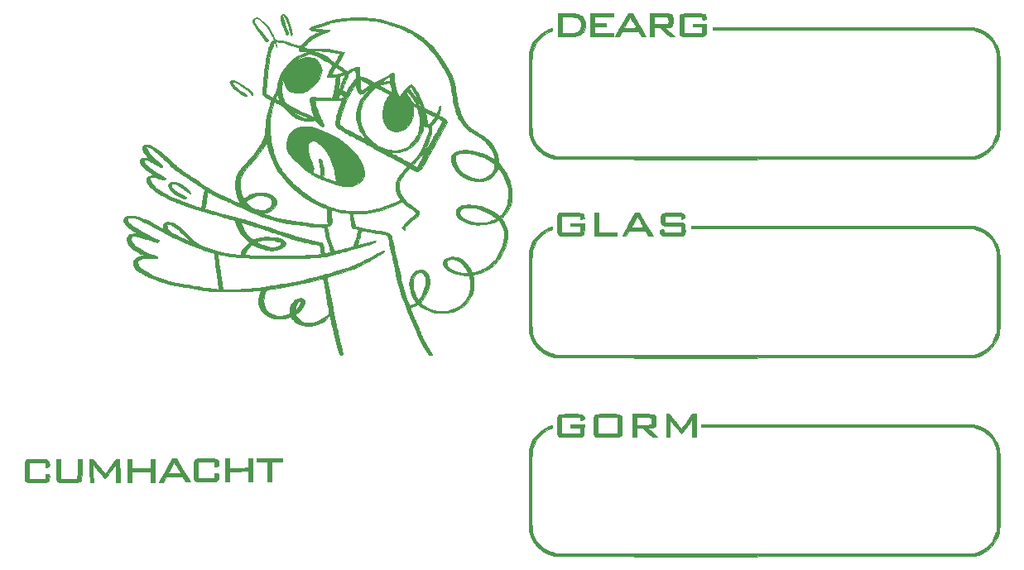
<source format=gbr>
G04 #@! TF.FileFunction,Legend,Top*
%FSLAX46Y46*%
G04 Gerber Fmt 4.6, Leading zero omitted, Abs format (unit mm)*
G04 Created by KiCad (PCBNEW 4.0.6) date 07/02/17 15:03:01*
%MOMM*%
%LPD*%
G01*
G04 APERTURE LIST*
%ADD10C,0.100000*%
%ADD11C,0.010000*%
G04 APERTURE END LIST*
D10*
D11*
G36*
X123642383Y-57573875D02*
X122698038Y-57638558D01*
X121703668Y-57766614D01*
X121539000Y-57793066D01*
X121378056Y-57828578D01*
X121171443Y-57886762D01*
X120951769Y-57958021D01*
X120833560Y-58000679D01*
X120614507Y-58079735D01*
X120384280Y-58157043D01*
X120178497Y-58220861D01*
X120092727Y-58244883D01*
X119784153Y-58332407D01*
X119510452Y-58421928D01*
X119281240Y-58509436D01*
X119106131Y-58590920D01*
X118994742Y-58662372D01*
X118956667Y-58718699D01*
X118997774Y-58773574D01*
X119116198Y-58827516D01*
X119304595Y-58878724D01*
X119555619Y-58925398D01*
X119861926Y-58965739D01*
X120036167Y-58983214D01*
X120163167Y-58994743D01*
X119993834Y-59073073D01*
X119861002Y-59132909D01*
X119741898Y-59184007D01*
X119718667Y-59193436D01*
X119434760Y-59332765D01*
X119129069Y-59528189D01*
X118822681Y-59762794D01*
X118536682Y-60019662D01*
X118292156Y-60281878D01*
X118177685Y-60429689D01*
X118139920Y-60475678D01*
X118096634Y-60492065D01*
X118023093Y-60479576D01*
X117894564Y-60438938D01*
X117892000Y-60438087D01*
X117547390Y-60324910D01*
X117247086Y-60228549D01*
X117000265Y-60151863D01*
X116816106Y-60097709D01*
X116713000Y-60070924D01*
X116594658Y-60044683D01*
X116430456Y-60008377D01*
X116267087Y-59972325D01*
X116077805Y-59936363D01*
X115884213Y-59908680D01*
X115749411Y-59896654D01*
X115617818Y-59886584D01*
X115522235Y-59871825D01*
X115494764Y-59862393D01*
X115462550Y-59809903D01*
X115422573Y-59706529D01*
X115407490Y-59658250D01*
X115367730Y-59549616D01*
X115328782Y-59485592D01*
X115315630Y-59478334D01*
X115292768Y-59447677D01*
X115298595Y-59420296D01*
X115285550Y-59358175D01*
X115254933Y-59336958D01*
X115200614Y-59278711D01*
X115189000Y-59225662D01*
X115175755Y-59156094D01*
X115157001Y-59139667D01*
X115120990Y-59104732D01*
X115074235Y-59018957D01*
X115066864Y-59002083D01*
X114942192Y-58757894D01*
X114777551Y-58510116D01*
X114584440Y-58269923D01*
X114374358Y-58048486D01*
X114158806Y-57856976D01*
X113949281Y-57706567D01*
X113757285Y-57608428D01*
X113596626Y-57573731D01*
X113437686Y-57611479D01*
X113304862Y-57711593D01*
X113224856Y-57852898D01*
X113219890Y-57872446D01*
X113226943Y-58006753D01*
X113293362Y-58197209D01*
X113417633Y-58441125D01*
X113598240Y-58735812D01*
X113833669Y-59078581D01*
X114106438Y-59445923D01*
X114262693Y-59648417D01*
X114378590Y-59793323D01*
X114464138Y-59891109D01*
X114529344Y-59952242D01*
X114584220Y-59987190D01*
X114638772Y-60006420D01*
X114643513Y-60007616D01*
X114744137Y-60013435D01*
X114782224Y-59968889D01*
X114759190Y-59879093D01*
X114676450Y-59749163D01*
X114535423Y-59584217D01*
X114522519Y-59570560D01*
X114476850Y-59508821D01*
X114468967Y-59485893D01*
X114442265Y-59440584D01*
X114374870Y-59358033D01*
X114330602Y-59309000D01*
X114220747Y-59184562D01*
X114099171Y-59037569D01*
X114046313Y-58970334D01*
X113962302Y-58862572D01*
X113899035Y-58784408D01*
X113876114Y-58758667D01*
X113818732Y-58694530D01*
X113730664Y-58581858D01*
X113627898Y-58442755D01*
X113526420Y-58299325D01*
X113442219Y-58173672D01*
X113391993Y-58089325D01*
X113347196Y-57970826D01*
X113348004Y-57954334D01*
X113284000Y-57954334D01*
X113268511Y-57989179D01*
X113255778Y-57982556D01*
X113250712Y-57932316D01*
X113255778Y-57926111D01*
X113280945Y-57931922D01*
X113284000Y-57954334D01*
X113348004Y-57954334D01*
X113352526Y-57862130D01*
X113369523Y-57803575D01*
X113410887Y-57706895D01*
X113469892Y-57666214D01*
X113577265Y-57658000D01*
X113713774Y-57684983D01*
X113873889Y-57768429D01*
X114062362Y-57912085D01*
X114283947Y-58119699D01*
X114543398Y-58395018D01*
X114617500Y-58477990D01*
X114711026Y-58599441D01*
X114828002Y-58774285D01*
X114954555Y-58979923D01*
X115076811Y-59193751D01*
X115180896Y-59393168D01*
X115187078Y-59405869D01*
X115286809Y-59623571D01*
X115342460Y-59775121D01*
X115355419Y-59865792D01*
X115327075Y-59900854D01*
X115317650Y-59901667D01*
X115242924Y-59940560D01*
X115151328Y-60049976D01*
X115049220Y-60219021D01*
X114942962Y-60436801D01*
X114838913Y-60692423D01*
X114810969Y-60769500D01*
X114759390Y-60946694D01*
X114702652Y-61195567D01*
X114642522Y-61503414D01*
X114580763Y-61857532D01*
X114519141Y-62245216D01*
X114459423Y-62653763D01*
X114403373Y-63070467D01*
X114352756Y-63482625D01*
X114309339Y-63877532D01*
X114274886Y-64242484D01*
X114251162Y-64564778D01*
X114239934Y-64831708D01*
X114239307Y-64883385D01*
X114236500Y-65441270D01*
X114363500Y-65574168D01*
X114464514Y-65658264D01*
X114612925Y-65756589D01*
X114778591Y-65849369D01*
X114797417Y-65858804D01*
X114939865Y-65933042D01*
X115047170Y-65996225D01*
X115101211Y-66037437D01*
X115104334Y-66043700D01*
X115091607Y-66094255D01*
X115056810Y-66208829D01*
X115005018Y-66371245D01*
X114941307Y-66565326D01*
X114930365Y-66598179D01*
X114759259Y-67163164D01*
X114636548Y-67697029D01*
X114555806Y-68233175D01*
X114512358Y-68770500D01*
X114480554Y-69193207D01*
X114429268Y-69552584D01*
X114352232Y-69868927D01*
X114243180Y-70162536D01*
X114095844Y-70453707D01*
X113903959Y-70762740D01*
X113891535Y-70781334D01*
X113374035Y-71491963D01*
X112811233Y-72150643D01*
X112664799Y-72305334D01*
X112391259Y-72593019D01*
X112171540Y-72836442D01*
X111996350Y-73047775D01*
X111856397Y-73239195D01*
X111742388Y-73422874D01*
X111645031Y-73610986D01*
X111609942Y-73687344D01*
X111479599Y-74076891D01*
X111414236Y-74503316D01*
X111412984Y-74950276D01*
X111474978Y-75401426D01*
X111599350Y-75840422D01*
X111741594Y-76168782D01*
X111815333Y-76327457D01*
X111854820Y-76443593D01*
X111855168Y-76502665D01*
X111854258Y-76503676D01*
X111803228Y-76510289D01*
X111693842Y-76482622D01*
X111521916Y-76419151D01*
X111283268Y-76318353D01*
X111019167Y-76199594D01*
X110869471Y-76133541D01*
X110735946Y-76079003D01*
X110659334Y-76051655D01*
X110575933Y-76019052D01*
X110432290Y-75954904D01*
X110243363Y-75866570D01*
X110024110Y-75761409D01*
X109789489Y-75646779D01*
X109554457Y-75530040D01*
X109333974Y-75418548D01*
X109142996Y-75319663D01*
X108996481Y-75240744D01*
X108919359Y-75195677D01*
X108882545Y-75171760D01*
X108285506Y-75171760D01*
X108283388Y-75215330D01*
X108266657Y-75328707D01*
X108237568Y-75498727D01*
X108198372Y-75712228D01*
X108151323Y-75956047D01*
X108151144Y-75956951D01*
X108100743Y-76213747D01*
X108054392Y-76452427D01*
X108015290Y-76656320D01*
X107986636Y-76808759D01*
X107972470Y-76887917D01*
X107947245Y-76989772D01*
X107917556Y-77043961D01*
X107910565Y-77046667D01*
X107856282Y-77034135D01*
X107743193Y-77000802D01*
X107592675Y-76953062D01*
X107542067Y-76936440D01*
X106811870Y-76688283D01*
X106152674Y-76450984D01*
X105566556Y-76225406D01*
X105055593Y-76012409D01*
X104621863Y-75812852D01*
X104267443Y-75627596D01*
X104029182Y-75481400D01*
X103919511Y-75410138D01*
X103840131Y-75363642D01*
X103815467Y-75353334D01*
X103766104Y-75328710D01*
X103669848Y-75264017D01*
X103545148Y-75173023D01*
X103410455Y-75069495D01*
X103284222Y-74967202D01*
X103200906Y-74894761D01*
X103085749Y-74773882D01*
X102963397Y-74620268D01*
X102846670Y-74453377D01*
X102748387Y-74292664D01*
X102681369Y-74157583D01*
X102658334Y-74071353D01*
X102682964Y-73968676D01*
X102722590Y-73913373D01*
X102819700Y-73879937D01*
X102980199Y-73879316D01*
X103190224Y-73909664D01*
X103435917Y-73969138D01*
X103649359Y-74036632D01*
X103828704Y-74094889D01*
X103990236Y-74139894D01*
X104108948Y-74164983D01*
X104142246Y-74168000D01*
X104243257Y-74142109D01*
X104291382Y-74080126D01*
X104275320Y-74005589D01*
X104237555Y-73969477D01*
X104155680Y-73910398D01*
X104118834Y-73881586D01*
X104058972Y-73841819D01*
X103953670Y-73779870D01*
X103886739Y-73742559D01*
X103412287Y-73470875D01*
X103005293Y-73211801D01*
X102669137Y-72967818D01*
X102407198Y-72741410D01*
X102222856Y-72535056D01*
X102201283Y-72504787D01*
X102098796Y-72332374D01*
X102063267Y-72211137D01*
X102094881Y-72140961D01*
X102193819Y-72121733D01*
X102360264Y-72153336D01*
X102594400Y-72235657D01*
X102616000Y-72244405D01*
X102729933Y-72292031D01*
X102825601Y-72336322D01*
X102921582Y-72387762D01*
X103036454Y-72456837D01*
X103188795Y-72554029D01*
X103345864Y-72656286D01*
X103587772Y-72800701D01*
X103774625Y-72881723D01*
X103907245Y-72899568D01*
X103986455Y-72854454D01*
X104000146Y-72828104D01*
X103998926Y-72779466D01*
X103958280Y-72711996D01*
X103870916Y-72617787D01*
X103729544Y-72488929D01*
X103537709Y-72326500D01*
X103275522Y-72107555D01*
X103076745Y-71938363D01*
X102938323Y-71816230D01*
X102857200Y-71738461D01*
X102830336Y-71702567D01*
X102800940Y-71646175D01*
X102729285Y-71551863D01*
X102632499Y-71442057D01*
X102626584Y-71435800D01*
X102581414Y-71376759D01*
X102573667Y-71356224D01*
X102549982Y-71312313D01*
X102488724Y-71223409D01*
X102425500Y-71138291D01*
X102318548Y-70975403D01*
X102280755Y-70860787D01*
X102310192Y-70796731D01*
X102404927Y-70785521D01*
X102563030Y-70829447D01*
X102653942Y-70867632D01*
X102825971Y-70956970D01*
X103012125Y-71077158D01*
X103220117Y-71234501D01*
X103457661Y-71435301D01*
X103732469Y-71685861D01*
X104052255Y-71992484D01*
X104161167Y-72099355D01*
X104372605Y-72308217D01*
X104551948Y-72485249D01*
X104707096Y-72636590D01*
X104845944Y-72768381D01*
X104976393Y-72886763D01*
X105106338Y-72997877D01*
X105243680Y-73107863D01*
X105396314Y-73222862D01*
X105572140Y-73349015D01*
X105779054Y-73492462D01*
X106024956Y-73659344D01*
X106317742Y-73855802D01*
X106665312Y-74087976D01*
X107045193Y-74341704D01*
X107331540Y-74533146D01*
X107595079Y-74709390D01*
X107827657Y-74864978D01*
X108021118Y-74994453D01*
X108167309Y-75092360D01*
X108258076Y-75153240D01*
X108285506Y-75171760D01*
X108882545Y-75171760D01*
X108811225Y-75125427D01*
X108645842Y-75016212D01*
X108436006Y-74876630D01*
X108194514Y-74715275D01*
X107934165Y-74540744D01*
X107667754Y-74361632D01*
X107408080Y-74186535D01*
X107167938Y-74024049D01*
X106960127Y-73882769D01*
X106797443Y-73771292D01*
X106752987Y-73740528D01*
X106595980Y-73632304D01*
X106454225Y-73536110D01*
X106349770Y-73466846D01*
X106320646Y-73448334D01*
X106120647Y-73317782D01*
X105897735Y-73160447D01*
X105678120Y-72995767D01*
X105488006Y-72843181D01*
X105394346Y-72761244D01*
X105278576Y-72660970D01*
X105181943Y-72588861D01*
X105124960Y-72560189D01*
X105124250Y-72560161D01*
X105075036Y-72533225D01*
X105071334Y-72518027D01*
X105042234Y-72467770D01*
X104968206Y-72386300D01*
X104917226Y-72338110D01*
X104814964Y-72245406D01*
X104733462Y-72170262D01*
X104710599Y-72148599D01*
X104649917Y-72119443D01*
X104625086Y-72127433D01*
X104610947Y-72127636D01*
X104620450Y-72107640D01*
X104609629Y-72050963D01*
X104543896Y-71977377D01*
X104531987Y-71967814D01*
X104447803Y-71896839D01*
X104325398Y-71786500D01*
X104186862Y-71656854D01*
X104140000Y-71611930D01*
X103996138Y-71477903D01*
X103855357Y-71354859D01*
X103742201Y-71264028D01*
X103716667Y-71245796D01*
X103619732Y-71177163D01*
X103556330Y-71127007D01*
X103547334Y-71117876D01*
X103487950Y-71068318D01*
X103374445Y-70993051D01*
X103228271Y-70904538D01*
X103070880Y-70815244D01*
X102923724Y-70737633D01*
X102808255Y-70684169D01*
X102786889Y-70676049D01*
X102604882Y-70632445D01*
X102399716Y-70614438D01*
X102204947Y-70622681D01*
X102054130Y-70657830D01*
X102045477Y-70661591D01*
X101943633Y-70748503D01*
X101903968Y-70881870D01*
X101924017Y-71053470D01*
X102001316Y-71255081D01*
X102133402Y-71478479D01*
X102317809Y-71715443D01*
X102383075Y-71788066D01*
X102452684Y-71871111D01*
X102487932Y-71928770D01*
X102489000Y-71934484D01*
X102450404Y-71950947D01*
X102349500Y-71962549D01*
X102216590Y-71966667D01*
X101972876Y-71980075D01*
X101803854Y-72023720D01*
X101703357Y-72102730D01*
X101665219Y-72222236D01*
X101683272Y-72387368D01*
X101687897Y-72406455D01*
X101752577Y-72561769D01*
X101865539Y-72740513D01*
X102006892Y-72915901D01*
X102156750Y-73061150D01*
X102197506Y-73092757D01*
X102278918Y-73150142D01*
X102409978Y-73240602D01*
X102570073Y-73349967D01*
X102683803Y-73427091D01*
X103059428Y-73681014D01*
X102869464Y-73716725D01*
X102615672Y-73788123D01*
X102439974Y-73892109D01*
X102342390Y-74028519D01*
X102322940Y-74197188D01*
X102381644Y-74397951D01*
X102518522Y-74630643D01*
X102728717Y-74889711D01*
X102852319Y-75011021D01*
X103024699Y-75160095D01*
X103223285Y-75319112D01*
X103425506Y-75470254D01*
X103608790Y-75595702D01*
X103674334Y-75636229D01*
X103875159Y-75749643D01*
X104121671Y-75880633D01*
X104395004Y-76019970D01*
X104676292Y-76158425D01*
X104946671Y-76286766D01*
X105187276Y-76395765D01*
X105379241Y-76476190D01*
X105431167Y-76495780D01*
X105616917Y-76563130D01*
X105789768Y-76626336D01*
X105922283Y-76675345D01*
X105960334Y-76689666D01*
X106048074Y-76720375D01*
X106202719Y-76771778D01*
X106410319Y-76839438D01*
X106656927Y-76918921D01*
X106928595Y-77005791D01*
X107211375Y-77095613D01*
X107491319Y-77183952D01*
X107754479Y-77266373D01*
X107986908Y-77338439D01*
X108174656Y-77395717D01*
X108267500Y-77423317D01*
X108404958Y-77463599D01*
X108604146Y-77522178D01*
X108845607Y-77593320D01*
X109109887Y-77671295D01*
X109347000Y-77741345D01*
X109645495Y-77828234D01*
X109967386Y-77919653D01*
X110284148Y-78007647D01*
X110567253Y-78084262D01*
X110721859Y-78124742D01*
X110935458Y-78181326D01*
X111119874Y-78233490D01*
X111259414Y-78276544D01*
X111338386Y-78305795D01*
X111349233Y-78312300D01*
X111378524Y-78366414D01*
X111425944Y-78480067D01*
X111483014Y-78632419D01*
X111505692Y-78696775D01*
X111662907Y-79074979D01*
X111866587Y-79448217D01*
X112103943Y-79798313D01*
X112362189Y-80107088D01*
X112628540Y-80356365D01*
X112723084Y-80427434D01*
X112827962Y-80518091D01*
X112852824Y-80592716D01*
X112798556Y-80660242D01*
X112749168Y-80690366D01*
X112596221Y-80802434D01*
X112430737Y-80973033D01*
X112268391Y-81180863D01*
X112124855Y-81404625D01*
X112015803Y-81623020D01*
X111972585Y-81745667D01*
X111925401Y-81827571D01*
X111840885Y-81844997D01*
X111190237Y-81778880D01*
X110482122Y-81660573D01*
X109724403Y-81491741D01*
X108924943Y-81274052D01*
X108436834Y-81123363D01*
X108168154Y-81033897D01*
X107961175Y-80955963D01*
X107795701Y-80879609D01*
X107651536Y-80794883D01*
X107508485Y-80691833D01*
X107423014Y-80623780D01*
X107302202Y-80529671D01*
X107223499Y-80474686D01*
X106771186Y-80474686D01*
X106707699Y-80458042D01*
X106591031Y-80413072D01*
X106444017Y-80348733D01*
X106411353Y-80333565D01*
X106255143Y-80260778D01*
X106047818Y-80164890D01*
X105815324Y-80057866D01*
X105583607Y-79951676D01*
X105562393Y-79941981D01*
X105231158Y-79779550D01*
X104971520Y-79625104D01*
X104772117Y-79469708D01*
X104621588Y-79304424D01*
X104508572Y-79120315D01*
X104502705Y-79108411D01*
X104431159Y-78924242D01*
X104420762Y-78793166D01*
X104471213Y-78717432D01*
X104557688Y-78698203D01*
X104642894Y-78716561D01*
X104772215Y-78763193D01*
X104919182Y-78826219D01*
X105057325Y-78893761D01*
X105160177Y-78953937D01*
X105196795Y-78985042D01*
X105239868Y-79027867D01*
X105325322Y-79104429D01*
X105388834Y-79159140D01*
X105615636Y-79354640D01*
X105842966Y-79555750D01*
X106062743Y-79754781D01*
X106266887Y-79944043D01*
X106447318Y-80115846D01*
X106595954Y-80262499D01*
X106704715Y-80376313D01*
X106765521Y-80449599D01*
X106771186Y-80474686D01*
X107223499Y-80474686D01*
X107204768Y-80461600D01*
X107150673Y-80433451D01*
X107149118Y-80433334D01*
X107104981Y-80398550D01*
X107083820Y-80353874D01*
X107043558Y-80292880D01*
X106954818Y-80191089D01*
X106832046Y-80064352D01*
X106731717Y-79967520D01*
X106547001Y-79793679D01*
X106339356Y-79597611D01*
X106144914Y-79413451D01*
X106087334Y-79358761D01*
X105796716Y-79090731D01*
X105548202Y-78882129D01*
X105330607Y-78726587D01*
X105132748Y-78617738D01*
X104943442Y-78549215D01*
X104751505Y-78514650D01*
X104591611Y-78507167D01*
X104423557Y-78508922D01*
X104315602Y-78519297D01*
X104243187Y-78545957D01*
X104181749Y-78596567D01*
X104131856Y-78650647D01*
X104054467Y-78747111D01*
X104022337Y-78830726D01*
X104023871Y-78941623D01*
X104030954Y-78999897D01*
X104043829Y-79118190D01*
X104046508Y-79192590D01*
X104042855Y-79205667D01*
X104003107Y-79186032D01*
X103899725Y-79130890D01*
X103743067Y-79045880D01*
X103543494Y-78936643D01*
X103311365Y-78808821D01*
X103141813Y-78715053D01*
X102754414Y-78505026D01*
X102423581Y-78336174D01*
X102135861Y-78202072D01*
X101877800Y-78096294D01*
X101748167Y-78049420D01*
X101527386Y-77975147D01*
X101358774Y-77925396D01*
X101215119Y-77895246D01*
X101069210Y-77879773D01*
X100893835Y-77874056D01*
X100774500Y-77873285D01*
X100564429Y-77874446D01*
X100419249Y-77881241D01*
X100319223Y-77896843D01*
X100244612Y-77924424D01*
X100175677Y-77967156D01*
X100171352Y-77970227D01*
X100042746Y-78104815D01*
X99992492Y-78265944D01*
X100020244Y-78448927D01*
X100125657Y-78649073D01*
X100230997Y-78780988D01*
X100358207Y-78913614D01*
X100495190Y-79035577D01*
X100657439Y-79158394D01*
X100860451Y-79293587D01*
X101119720Y-79452675D01*
X101193480Y-79496545D01*
X101311909Y-79571503D01*
X101390544Y-79630750D01*
X101412356Y-79661422D01*
X101362051Y-79673901D01*
X101250414Y-79685961D01*
X101100755Y-79695140D01*
X101087633Y-79695685D01*
X100815082Y-79722049D01*
X100612219Y-79780564D01*
X100468063Y-79877677D01*
X100371633Y-80019834D01*
X100328898Y-80141094D01*
X100314141Y-80355170D01*
X100377281Y-80584340D01*
X100514473Y-80821630D01*
X100721876Y-81060064D01*
X100940257Y-81250462D01*
X101068424Y-81341053D01*
X101234411Y-81445070D01*
X101420365Y-81552872D01*
X101608431Y-81654821D01*
X101780756Y-81741275D01*
X101919484Y-81802596D01*
X102006762Y-81829142D01*
X102012750Y-81829531D01*
X102059653Y-81864430D01*
X102065667Y-81893834D01*
X102030468Y-81945565D01*
X101981889Y-81957334D01*
X101827138Y-81980740D01*
X101634393Y-82042646D01*
X101433264Y-82130576D01*
X101253362Y-82232060D01*
X101154215Y-82305976D01*
X101046110Y-82407860D01*
X100989321Y-82488719D01*
X100967756Y-82578758D01*
X100965000Y-82661118D01*
X100987778Y-82835020D01*
X101044672Y-83005312D01*
X101051647Y-83019547D01*
X101152899Y-83174706D01*
X101295751Y-83340855D01*
X101454254Y-83491235D01*
X101602460Y-83599086D01*
X101626102Y-83611949D01*
X101726059Y-83667952D01*
X101863978Y-83751628D01*
X101989550Y-83831639D01*
X102116726Y-83911210D01*
X102217572Y-83967888D01*
X102270015Y-83989334D01*
X102324043Y-84005926D01*
X102434506Y-84050192D01*
X102581177Y-84113867D01*
X102642465Y-84141554D01*
X103148993Y-84354460D01*
X103700836Y-84553903D01*
X104274143Y-84732907D01*
X104845068Y-84884494D01*
X105389760Y-85001690D01*
X105812167Y-85068781D01*
X105939406Y-85088127D01*
X106123555Y-85120106D01*
X106338644Y-85160057D01*
X106531834Y-85197896D01*
X106895239Y-85267223D01*
X107312938Y-85340743D01*
X107755042Y-85413619D01*
X108191662Y-85481012D01*
X108592906Y-85538087D01*
X108796667Y-85564436D01*
X109002280Y-85582695D01*
X109292393Y-85597248D01*
X109666923Y-85608093D01*
X110125784Y-85615228D01*
X110668893Y-85618651D01*
X110934500Y-85618980D01*
X111397309Y-85618245D01*
X111786825Y-85615896D01*
X112114415Y-85611551D01*
X112391444Y-85604828D01*
X112629278Y-85595344D01*
X112839283Y-85582717D01*
X113032824Y-85566565D01*
X113221267Y-85546505D01*
X113273260Y-85540307D01*
X113501188Y-85514483D01*
X113701866Y-85495297D01*
X113859142Y-85484020D01*
X113956862Y-85481923D01*
X113978547Y-85484792D01*
X114006582Y-85511193D01*
X114004262Y-85569733D01*
X113968997Y-85678166D01*
X113939280Y-85753965D01*
X113837775Y-86089146D01*
X113789645Y-86443124D01*
X113794812Y-86793895D01*
X113853201Y-87119455D01*
X113944899Y-87360480D01*
X114118824Y-87633983D01*
X114347888Y-87868331D01*
X114642609Y-88072874D01*
X114892667Y-88202885D01*
X115131804Y-88301548D01*
X115363470Y-88365244D01*
X115616271Y-88399444D01*
X115918815Y-88409621D01*
X115972167Y-88409399D01*
X116199558Y-88404455D01*
X116371395Y-88390904D01*
X116516693Y-88364236D01*
X116664463Y-88319940D01*
X116753043Y-88288021D01*
X116910364Y-88230311D01*
X117008033Y-88200614D01*
X117065696Y-88197271D01*
X117102999Y-88218620D01*
X117134043Y-88255813D01*
X117201047Y-88342526D01*
X117290003Y-88457337D01*
X117321498Y-88497923D01*
X117505671Y-88680091D01*
X117752695Y-88845279D01*
X118041093Y-88984079D01*
X118349389Y-89087083D01*
X118656107Y-89144883D01*
X118819199Y-89154000D01*
X119095547Y-89132039D01*
X119421154Y-89069356D01*
X119773892Y-88970755D01*
X119964830Y-88905373D01*
X120248829Y-88777602D01*
X120522696Y-88610697D01*
X120761274Y-88421961D01*
X120929545Y-88241857D01*
X121003966Y-88152519D01*
X121059195Y-88100811D01*
X121070975Y-88095667D01*
X121090096Y-88134673D01*
X121121680Y-88241606D01*
X121161745Y-88401338D01*
X121206309Y-88598742D01*
X121218606Y-88656584D01*
X121262038Y-88853630D01*
X121323015Y-89116380D01*
X121397634Y-89429154D01*
X121481991Y-89776271D01*
X121572183Y-90142050D01*
X121664306Y-90510810D01*
X121754458Y-90866871D01*
X121838735Y-91194553D01*
X121913234Y-91478174D01*
X121974050Y-91702054D01*
X121995779Y-91778667D01*
X122075413Y-92053834D01*
X122257353Y-92067127D01*
X122369604Y-92072057D01*
X122416942Y-92057634D01*
X122418675Y-92013169D01*
X122410300Y-91982460D01*
X122388445Y-91897331D01*
X122355236Y-91755026D01*
X122316608Y-91581251D01*
X122302159Y-91514250D01*
X122261195Y-91328610D01*
X122221412Y-91158433D01*
X122189660Y-91032726D01*
X122182201Y-91006250D01*
X122150916Y-90887291D01*
X122113699Y-90727288D01*
X122089665Y-90614500D01*
X122055526Y-90458515D01*
X122021524Y-90321634D01*
X122001856Y-90254667D01*
X121970932Y-90141567D01*
X121941905Y-90001414D01*
X121938189Y-89979500D01*
X121913190Y-89851678D01*
X121874202Y-89679549D01*
X121829810Y-89500946D01*
X121777133Y-89285897D01*
X121713671Y-89005101D01*
X121643097Y-88676236D01*
X121569081Y-88316979D01*
X121495296Y-87945008D01*
X121457052Y-87744152D01*
X121015806Y-87744152D01*
X120997871Y-87842777D01*
X120904390Y-87967129D01*
X120739248Y-88113620D01*
X120506331Y-88278666D01*
X120295776Y-88408781D01*
X119870802Y-88627280D01*
X119466364Y-88771456D01*
X119086164Y-88840608D01*
X118733901Y-88834040D01*
X118436031Y-88759900D01*
X118263509Y-88680645D01*
X118090516Y-88579268D01*
X118006783Y-88519000D01*
X117891882Y-88411692D01*
X117777870Y-88281414D01*
X117681048Y-88149793D01*
X117617718Y-88038455D01*
X117602000Y-87981988D01*
X117633793Y-87936327D01*
X117715645Y-87862546D01*
X117791494Y-87804602D01*
X117926031Y-87688475D01*
X118079969Y-87526371D01*
X118230055Y-87345448D01*
X118353037Y-87172865D01*
X118398398Y-87095734D01*
X118466031Y-86915719D01*
X118495950Y-86736865D01*
X118100359Y-86736865D01*
X118054741Y-86877051D01*
X118025537Y-86944177D01*
X117957217Y-87069515D01*
X117866276Y-87203944D01*
X117767414Y-87329526D01*
X117675336Y-87428325D01*
X117604741Y-87482402D01*
X117580834Y-87486728D01*
X117556100Y-87440366D01*
X117551795Y-87344701D01*
X117552970Y-87331255D01*
X117588522Y-87147550D01*
X117652287Y-86967217D01*
X117735113Y-86804134D01*
X117827851Y-86672176D01*
X117921350Y-86585223D01*
X118006459Y-86557150D01*
X118051237Y-86575598D01*
X118098789Y-86642141D01*
X118100359Y-86736865D01*
X118495950Y-86736865D01*
X118499383Y-86716347D01*
X118492460Y-86538134D01*
X118485429Y-86507555D01*
X118436291Y-86397583D01*
X118347601Y-86338163D01*
X118299522Y-86322799D01*
X118071898Y-86297539D01*
X117827535Y-86331928D01*
X117596489Y-86417899D01*
X117408812Y-86547386D01*
X117388986Y-86567185D01*
X117243517Y-86768004D01*
X117124496Y-87028070D01*
X117040522Y-87323867D01*
X117000293Y-87630000D01*
X116989366Y-87766143D01*
X116964583Y-87845818D01*
X116910788Y-87897213D01*
X116834801Y-87937831D01*
X116462974Y-88076031D01*
X116086794Y-88130937D01*
X115711991Y-88102492D01*
X115344297Y-87990642D01*
X115261486Y-87953185D01*
X114924659Y-87753704D01*
X114662874Y-87515155D01*
X114475816Y-87237066D01*
X114363168Y-86918963D01*
X114324614Y-86560374D01*
X114324597Y-86550939D01*
X114345217Y-86273307D01*
X114401051Y-85977724D01*
X114483508Y-85702866D01*
X114545129Y-85558018D01*
X114617500Y-85412203D01*
X115908667Y-85209652D01*
X116781397Y-85066734D01*
X117576905Y-84923641D01*
X118302627Y-84778801D01*
X118965996Y-84630640D01*
X119574447Y-84477588D01*
X120135414Y-84318072D01*
X120161192Y-84310251D01*
X120283730Y-84278050D01*
X120369740Y-84264914D01*
X120392978Y-84268533D01*
X120416166Y-84327031D01*
X120449194Y-84462032D01*
X120490592Y-84666131D01*
X120538888Y-84931925D01*
X120592612Y-85252007D01*
X120610786Y-85365167D01*
X120651752Y-85619802D01*
X120698398Y-85904664D01*
X120748557Y-86207036D01*
X120800066Y-86514202D01*
X120850760Y-86813446D01*
X120898473Y-87092053D01*
X120941040Y-87337305D01*
X120976298Y-87536488D01*
X121002080Y-87676885D01*
X121015806Y-87744152D01*
X121457052Y-87744152D01*
X121425414Y-87577999D01*
X121388411Y-87376000D01*
X121293825Y-86852782D01*
X121212981Y-86409473D01*
X121145214Y-86042548D01*
X121089859Y-85748484D01*
X121046252Y-85523756D01*
X121013728Y-85364842D01*
X120991624Y-85268216D01*
X120989289Y-85259334D01*
X120964080Y-85151519D01*
X120930399Y-84988229D01*
X120893914Y-84797465D01*
X120877892Y-84709000D01*
X120843159Y-84526755D01*
X120809114Y-84370811D01*
X120780900Y-84263775D01*
X120770027Y-84234528D01*
X120756915Y-84202134D01*
X120759351Y-84173605D01*
X120786257Y-84145289D01*
X120846561Y-84113533D01*
X120949185Y-84074686D01*
X121103054Y-84025097D01*
X121317093Y-83961114D01*
X121600226Y-83879084D01*
X121729500Y-83841931D01*
X122248775Y-83690412D01*
X122698449Y-83553128D01*
X123091355Y-83424981D01*
X123440324Y-83300873D01*
X123758185Y-83175707D01*
X124057770Y-83044386D01*
X124351910Y-82901812D01*
X124653435Y-82742888D01*
X124975176Y-82562516D01*
X125031500Y-82530106D01*
X125220569Y-82419311D01*
X125400594Y-82310890D01*
X125548157Y-82219102D01*
X125624167Y-82169255D01*
X125741574Y-82091071D01*
X125901098Y-81988203D01*
X126072569Y-81880052D01*
X126111795Y-81855683D01*
X126274199Y-81752259D01*
X126424157Y-81651770D01*
X126535348Y-81571990D01*
X126556295Y-81555502D01*
X126634570Y-81488862D01*
X126650829Y-81459380D01*
X126609243Y-81451417D01*
X126584205Y-81450856D01*
X126488791Y-81470599D01*
X126362772Y-81522176D01*
X126309039Y-81550598D01*
X126189608Y-81616427D01*
X126001978Y-81716467D01*
X125753574Y-81846855D01*
X125451821Y-82003731D01*
X125104145Y-82183235D01*
X124717971Y-82381506D01*
X124311834Y-82589019D01*
X123990276Y-82745339D01*
X123656397Y-82891425D01*
X123296556Y-83032281D01*
X122897115Y-83172911D01*
X122444436Y-83318319D01*
X121924880Y-83473510D01*
X121814167Y-83505467D01*
X121441164Y-83612637D01*
X121135883Y-83700448D01*
X120884655Y-83772865D01*
X120673811Y-83833850D01*
X120489682Y-83887366D01*
X120318598Y-83937377D01*
X120146891Y-83987846D01*
X119960891Y-84042736D01*
X119948886Y-84046283D01*
X119141614Y-84269067D01*
X118304385Y-84468204D01*
X117419297Y-84647629D01*
X116468444Y-84811271D01*
X116459000Y-84812769D01*
X116160239Y-84860470D01*
X115828889Y-84913962D01*
X115500613Y-84967454D01*
X115211073Y-85015156D01*
X115146667Y-85025873D01*
X114752147Y-85087134D01*
X114298684Y-85149868D01*
X113811877Y-85210967D01*
X113317326Y-85267324D01*
X112840631Y-85315829D01*
X112530873Y-85343480D01*
X112348621Y-85355515D01*
X112119895Y-85365853D01*
X111857902Y-85374379D01*
X111575846Y-85380977D01*
X111286930Y-85385532D01*
X111004360Y-85387929D01*
X110741339Y-85388051D01*
X110511074Y-85385783D01*
X110326767Y-85381010D01*
X110201623Y-85373616D01*
X110149950Y-85364311D01*
X110126353Y-85317966D01*
X109722861Y-85317966D01*
X109704825Y-85358876D01*
X109654772Y-85379328D01*
X109561381Y-85381992D01*
X109413335Y-85369540D01*
X109199314Y-85344643D01*
X109029500Y-85324245D01*
X108722954Y-85286769D01*
X108448149Y-85250525D01*
X108182383Y-85212067D01*
X107902955Y-85167946D01*
X107587160Y-85114717D01*
X107212298Y-85048930D01*
X107188000Y-85044609D01*
X106878399Y-84989558D01*
X106640169Y-84947317D01*
X106461330Y-84915818D01*
X106329904Y-84892994D01*
X106233911Y-84876776D01*
X106161374Y-84865098D01*
X106100313Y-84855892D01*
X106066167Y-84850975D01*
X105388275Y-84728856D01*
X104680725Y-84553902D01*
X103972764Y-84334090D01*
X103420334Y-84129135D01*
X102960047Y-83936046D01*
X102573686Y-83754305D01*
X102252160Y-83578627D01*
X101986379Y-83403727D01*
X101767251Y-83224317D01*
X101634376Y-83090606D01*
X101480926Y-82892196D01*
X101406687Y-82719157D01*
X101411453Y-82567506D01*
X101495021Y-82433258D01*
X101596370Y-82350136D01*
X101784483Y-82253048D01*
X102016025Y-82189456D01*
X102300096Y-82158335D01*
X102645796Y-82158658D01*
X103040091Y-82187204D01*
X103219629Y-82202635D01*
X103334609Y-82205038D01*
X103404379Y-82192711D01*
X103448288Y-82163951D01*
X103460702Y-82150201D01*
X103488551Y-82111397D01*
X103492339Y-82078660D01*
X103461732Y-82045805D01*
X103386392Y-82006646D01*
X103255984Y-81954999D01*
X103060172Y-81884677D01*
X102955739Y-81848014D01*
X102716118Y-81758515D01*
X102444047Y-81648284D01*
X102182510Y-81535035D01*
X102065667Y-81481178D01*
X101732537Y-81304313D01*
X101439271Y-81111245D01*
X101191640Y-80908758D01*
X100995417Y-80703639D01*
X100856374Y-80502671D01*
X100780284Y-80312642D01*
X100772919Y-80140334D01*
X100821285Y-80018433D01*
X100860879Y-79965689D01*
X100907581Y-79936485D01*
X100982939Y-79926463D01*
X101108500Y-79931266D01*
X101213260Y-79939162D01*
X101368714Y-79958400D01*
X101551771Y-79994950D01*
X101771848Y-80051515D01*
X102038361Y-80130796D01*
X102360725Y-80235493D01*
X102748356Y-80368308D01*
X102922838Y-80429575D01*
X103150294Y-80504961D01*
X103315410Y-80546030D01*
X103432608Y-80554188D01*
X103516310Y-80530840D01*
X103566938Y-80492348D01*
X103610512Y-80424725D01*
X103585945Y-80365348D01*
X103523705Y-80314569D01*
X103496122Y-80306334D01*
X103436275Y-80287009D01*
X103315606Y-80233600D01*
X103147411Y-80152947D01*
X102944983Y-80051896D01*
X102721618Y-79937288D01*
X102490611Y-79815969D01*
X102265257Y-79694780D01*
X102058850Y-79580566D01*
X101884685Y-79480169D01*
X101845681Y-79456785D01*
X101476094Y-79230563D01*
X101173955Y-79039807D01*
X100932546Y-78879136D01*
X100745152Y-78743172D01*
X100605056Y-78626537D01*
X100505541Y-78523852D01*
X100439890Y-78429739D01*
X100401388Y-78338819D01*
X100389859Y-78290978D01*
X100382463Y-78159306D01*
X100426569Y-78076069D01*
X100532263Y-78032626D01*
X100705735Y-78020334D01*
X100900551Y-78031535D01*
X101105982Y-78067532D01*
X101330840Y-78131913D01*
X101583938Y-78228266D01*
X101874088Y-78360181D01*
X102210101Y-78531245D01*
X102600790Y-78745048D01*
X102891167Y-78910329D01*
X103093628Y-79024879D01*
X103330604Y-79155591D01*
X103591350Y-79296870D01*
X103865122Y-79443123D01*
X104141176Y-79588756D01*
X104408766Y-79728178D01*
X104657148Y-79855793D01*
X104875578Y-79966009D01*
X105053311Y-80053232D01*
X105179603Y-80111869D01*
X105243709Y-80136326D01*
X105246951Y-80136704D01*
X105294464Y-80153789D01*
X105400997Y-80199679D01*
X105549159Y-80266715D01*
X105670284Y-80323044D01*
X106413251Y-80661333D01*
X107104334Y-80952738D01*
X107758036Y-81202920D01*
X108388860Y-81417544D01*
X108775500Y-81535428D01*
X108962874Y-81591566D01*
X109119474Y-81641342D01*
X109227825Y-81679011D01*
X109269664Y-81697833D01*
X109282526Y-81747327D01*
X109298982Y-81865901D01*
X109317293Y-82038138D01*
X109335726Y-82248618D01*
X109344164Y-82359500D01*
X109387349Y-82847413D01*
X109449772Y-83395094D01*
X109528690Y-83980547D01*
X109621359Y-84581776D01*
X109621396Y-84582000D01*
X109653124Y-84782084D01*
X109683073Y-84982012D01*
X109705517Y-85143373D01*
X109708160Y-85164084D01*
X109720200Y-85253925D01*
X109722861Y-85317966D01*
X110126353Y-85317966D01*
X110121391Y-85308222D01*
X110108960Y-85207679D01*
X110108943Y-85203918D01*
X110101466Y-85099212D01*
X110081660Y-84941031D01*
X110053372Y-84759007D01*
X110044670Y-84709000D01*
X109992875Y-84409973D01*
X109945799Y-84121620D01*
X109906812Y-83865529D01*
X109879283Y-83663291D01*
X109872882Y-83608334D01*
X109857198Y-83481715D01*
X109831205Y-83291350D01*
X109797805Y-83057120D01*
X109759897Y-82798908D01*
X109720384Y-82536597D01*
X109682167Y-82290070D01*
X109663080Y-82170448D01*
X109638531Y-82006967D01*
X109622819Y-81878833D01*
X109618452Y-81809167D01*
X109431667Y-81809167D01*
X109410500Y-81830334D01*
X109389334Y-81809167D01*
X109410500Y-81788000D01*
X109431667Y-81809167D01*
X109618452Y-81809167D01*
X109618264Y-81806169D01*
X109620011Y-81797211D01*
X109664689Y-81799196D01*
X109776844Y-81814971D01*
X109940862Y-81842065D01*
X110141130Y-81878007D01*
X110200015Y-81889025D01*
X110550608Y-81950903D01*
X110909005Y-82005011D01*
X111282655Y-82051766D01*
X111679008Y-82091584D01*
X112105514Y-82124881D01*
X112569623Y-82152074D01*
X113078784Y-82173577D01*
X113640449Y-82189809D01*
X114262066Y-82201185D01*
X114951085Y-82208120D01*
X115714957Y-82211032D01*
X115966280Y-82211183D01*
X116677285Y-82210012D01*
X117311886Y-82206101D01*
X117878321Y-82198710D01*
X118384830Y-82187103D01*
X118839650Y-82170541D01*
X119251020Y-82148287D01*
X119627180Y-82119602D01*
X119976368Y-82083747D01*
X120306822Y-82039987D01*
X120626781Y-81987581D01*
X120944485Y-81925793D01*
X121268171Y-81853884D01*
X121606078Y-81771116D01*
X121819587Y-81715207D01*
X120196221Y-81715207D01*
X120162675Y-81753713D01*
X120050917Y-81791082D01*
X119867402Y-81825712D01*
X119634000Y-81854466D01*
X119434439Y-81870015D01*
X119160289Y-81884449D01*
X118821624Y-81897670D01*
X118428517Y-81909579D01*
X117991040Y-81920079D01*
X117519265Y-81929072D01*
X117023267Y-81936459D01*
X116513116Y-81942142D01*
X115998886Y-81946022D01*
X115490650Y-81948002D01*
X114998481Y-81947984D01*
X114532450Y-81945869D01*
X114102631Y-81941558D01*
X113719096Y-81934955D01*
X113391918Y-81925960D01*
X113184648Y-81917339D01*
X112946394Y-81903386D01*
X112737563Y-81887477D01*
X112572893Y-81871027D01*
X112467122Y-81855456D01*
X112435385Y-81845281D01*
X112422403Y-81776970D01*
X112454519Y-81660450D01*
X112522819Y-81512712D01*
X112618387Y-81350746D01*
X112732306Y-81191541D01*
X112847192Y-81060561D01*
X112965757Y-80946264D01*
X113065462Y-80860173D01*
X113129112Y-80816830D01*
X113138330Y-80814334D01*
X113198152Y-80832193D01*
X113308817Y-80878955D01*
X113442739Y-80942722D01*
X113772522Y-81087743D01*
X114138995Y-81216029D01*
X114505409Y-81315936D01*
X114791666Y-81370168D01*
X115163651Y-81393497D01*
X115526863Y-81362417D01*
X115864062Y-81280869D01*
X116158002Y-81152794D01*
X116359153Y-81011887D01*
X116468145Y-80907033D01*
X116523887Y-80821760D01*
X116542747Y-80727468D01*
X116543667Y-80689508D01*
X116538668Y-80666037D01*
X116093260Y-80666037D01*
X116091346Y-80767507D01*
X116014294Y-80865439D01*
X115871589Y-80953583D01*
X115672718Y-81025688D01*
X115485334Y-81066670D01*
X115279553Y-81085103D01*
X115057894Y-81070563D01*
X114799287Y-81020507D01*
X114556181Y-80954526D01*
X114331766Y-80882691D01*
X114117101Y-80804122D01*
X113926110Y-80725033D01*
X113772722Y-80651638D01*
X113670860Y-80590153D01*
X113634451Y-80546793D01*
X113635023Y-80543445D01*
X113689693Y-80494676D01*
X113811514Y-80444752D01*
X113983120Y-80397519D01*
X114187142Y-80356827D01*
X114406215Y-80326525D01*
X114622971Y-80310459D01*
X114693369Y-80308922D01*
X114988080Y-80318849D01*
X115274241Y-80349988D01*
X115538209Y-80398859D01*
X115766346Y-80461982D01*
X115945011Y-80535878D01*
X116060566Y-80617068D01*
X116093260Y-80666037D01*
X116538668Y-80666037D01*
X116507993Y-80522031D01*
X116399298Y-80380802D01*
X116215075Y-80264080D01*
X115952817Y-80170124D01*
X115718167Y-80116338D01*
X115158567Y-80040471D01*
X114616599Y-80027814D01*
X114105287Y-80077815D01*
X113637652Y-80189921D01*
X113587044Y-80206846D01*
X113423183Y-80260646D01*
X113315390Y-80286186D01*
X113240951Y-80286214D01*
X113177150Y-80263479D01*
X113166152Y-80257774D01*
X113036394Y-80166427D01*
X112878331Y-80021937D01*
X112708905Y-79842722D01*
X112545060Y-79647201D01*
X112403739Y-79453792D01*
X112352761Y-79373609D01*
X112242427Y-79181598D01*
X112140224Y-78988853D01*
X112053416Y-78810851D01*
X111989266Y-78663067D01*
X111955039Y-78560978D01*
X111953629Y-78523271D01*
X111987487Y-78519021D01*
X112074644Y-78534973D01*
X112219315Y-78572367D01*
X112425717Y-78632445D01*
X112698066Y-78716449D01*
X113040576Y-78825619D01*
X113457463Y-78961197D01*
X113601500Y-79008467D01*
X113873111Y-79097077D01*
X114134529Y-79181110D01*
X114368866Y-79255231D01*
X114559235Y-79314106D01*
X114688748Y-79352402D01*
X114702167Y-79356119D01*
X114838202Y-79396682D01*
X115030056Y-79458459D01*
X115254023Y-79533616D01*
X115486395Y-79614317D01*
X115527667Y-79628963D01*
X115918712Y-79765458D01*
X116361276Y-79915286D01*
X116825445Y-80068607D01*
X117281305Y-80215583D01*
X117698940Y-80346374D01*
X117834834Y-80387802D01*
X118064033Y-80454626D01*
X118281188Y-80511837D01*
X118505121Y-80563448D01*
X118754652Y-80613471D01*
X119048602Y-80665916D01*
X119405794Y-80724797D01*
X119446229Y-80731275D01*
X120041624Y-80826472D01*
X120114283Y-81247648D01*
X120145874Y-81430072D01*
X120172521Y-81582653D01*
X120190674Y-81685135D01*
X120196221Y-81715207D01*
X121819587Y-81715207D01*
X121966446Y-81676751D01*
X121983500Y-81672172D01*
X122201681Y-81614094D01*
X122403200Y-81561448D01*
X122567314Y-81519588D01*
X122654399Y-81498448D01*
X121186096Y-81498448D01*
X121182559Y-81541126D01*
X121131385Y-81576624D01*
X121017931Y-81612897D01*
X120939694Y-81632295D01*
X120751111Y-81674950D01*
X120629738Y-81694758D01*
X120560989Y-81690727D01*
X120530275Y-81661862D01*
X120523010Y-81607172D01*
X120523000Y-81603926D01*
X120514136Y-81519966D01*
X120490374Y-81377727D01*
X120455957Y-81201404D01*
X120435748Y-81106509D01*
X120397073Y-80927397D01*
X120365354Y-80775474D01*
X120345094Y-80672559D01*
X120340498Y-80645000D01*
X120293957Y-80593973D01*
X120179169Y-80558170D01*
X120163167Y-80555525D01*
X119739726Y-80488499D01*
X119363334Y-80423503D01*
X119018719Y-80356629D01*
X118690613Y-80283968D01*
X118363745Y-80201613D01*
X118022844Y-80105655D01*
X117652641Y-79992186D01*
X117237865Y-79857299D01*
X116763245Y-79697085D01*
X116628334Y-79650859D01*
X115856522Y-79389179D01*
X115004983Y-79106877D01*
X114075926Y-78804674D01*
X113071556Y-78483290D01*
X112500834Y-78302707D01*
X112348697Y-78257899D01*
X112134697Y-78199187D01*
X111879403Y-78131996D01*
X111603383Y-78061750D01*
X111357834Y-78001268D01*
X110946105Y-77901099D01*
X110607261Y-77817397D01*
X110331677Y-77747631D01*
X110109731Y-77689267D01*
X109931800Y-77639771D01*
X109788261Y-77596611D01*
X109669491Y-77557254D01*
X109664500Y-77555506D01*
X109543609Y-77515990D01*
X109363841Y-77460892D01*
X109147965Y-77397039D01*
X108918754Y-77331256D01*
X108881334Y-77320719D01*
X108674622Y-77262247D01*
X108499258Y-77211819D01*
X108370286Y-77173823D01*
X108302752Y-77152650D01*
X108296468Y-77150071D01*
X108297885Y-77107060D01*
X108317773Y-77012237D01*
X108326898Y-76976857D01*
X108351622Y-76865138D01*
X108382745Y-76696292D01*
X108415511Y-76497124D01*
X108434685Y-76369334D01*
X108463691Y-76170270D01*
X108490587Y-75989969D01*
X108511695Y-75852873D01*
X108520685Y-75797834D01*
X108544568Y-75658557D01*
X108565766Y-75533250D01*
X108586967Y-75439849D01*
X108607805Y-75396115D01*
X108609554Y-75395667D01*
X108653239Y-75415121D01*
X108752476Y-75467142D01*
X108889347Y-75542215D01*
X108956886Y-75580103D01*
X109090351Y-75652828D01*
X109261027Y-75742013D01*
X109453539Y-75840078D01*
X109652509Y-75939438D01*
X109842562Y-76032512D01*
X110008322Y-76111715D01*
X110134412Y-76169465D01*
X110205456Y-76198180D01*
X110213879Y-76200000D01*
X110259806Y-76216246D01*
X110359123Y-76258422D01*
X110464867Y-76305834D01*
X110591154Y-76362052D01*
X110683837Y-76400432D01*
X110718228Y-76411667D01*
X110763675Y-76427333D01*
X110870326Y-76469851D01*
X111021663Y-76532500D01*
X111179721Y-76599391D01*
X111345134Y-76670774D01*
X111513596Y-76745196D01*
X111696941Y-76828125D01*
X111907003Y-76925027D01*
X112155616Y-77041372D01*
X112454615Y-77182625D01*
X112815832Y-77354255D01*
X112889895Y-77389521D01*
X113045736Y-77462448D01*
X113171589Y-77518909D01*
X113248788Y-77550643D01*
X113263024Y-77554667D01*
X113313058Y-77570950D01*
X113414729Y-77613003D01*
X113508963Y-77654926D01*
X113615151Y-77702798D01*
X113723700Y-77750048D01*
X113852747Y-77804271D01*
X114020429Y-77873066D01*
X114244881Y-77964030D01*
X114300000Y-77986286D01*
X114804052Y-78166227D01*
X115382594Y-78330309D01*
X116026585Y-78476513D01*
X116726988Y-78602817D01*
X117474764Y-78707202D01*
X117580834Y-78719734D01*
X117853504Y-78753731D01*
X118172071Y-78797318D01*
X118499089Y-78845170D01*
X118797110Y-78891962D01*
X118829667Y-78897339D01*
X119171564Y-78947282D01*
X119524417Y-78986786D01*
X119852026Y-79012142D01*
X120015000Y-79018874D01*
X120544167Y-79031320D01*
X120577274Y-79277243D01*
X120627885Y-79633486D01*
X120676557Y-79925845D01*
X120728087Y-80174835D01*
X120787272Y-80400970D01*
X120858906Y-80624765D01*
X120947788Y-80866735D01*
X120950620Y-80874099D01*
X121029762Y-81080512D01*
X121098937Y-81262581D01*
X121151887Y-81403712D01*
X121182352Y-81487309D01*
X121186096Y-81498448D01*
X122654399Y-81498448D01*
X122673275Y-81493866D01*
X122682000Y-81491921D01*
X122862061Y-81449048D01*
X123105110Y-81386119D01*
X123393284Y-81308207D01*
X123708719Y-81220385D01*
X124033553Y-81127726D01*
X124349921Y-81035306D01*
X124639961Y-80948196D01*
X124885809Y-80871471D01*
X125010334Y-80830625D01*
X125228483Y-80752878D01*
X125427670Y-80674339D01*
X125588933Y-80603012D01*
X125693310Y-80546903D01*
X125708834Y-80535760D01*
X125835834Y-80433754D01*
X125719210Y-80433544D01*
X125632168Y-80445296D01*
X125476079Y-80478691D01*
X125262882Y-80530676D01*
X125004513Y-80598198D01*
X124712912Y-80678203D01*
X124400017Y-80767640D01*
X124311834Y-80793479D01*
X124112370Y-80845429D01*
X123974457Y-80866446D01*
X123904548Y-80855876D01*
X123897595Y-80835500D01*
X123917453Y-80776629D01*
X123960251Y-80664950D01*
X124010818Y-80539167D01*
X124062776Y-80385501D01*
X124117233Y-80180303D01*
X124166051Y-79956035D01*
X124188564Y-79830084D01*
X124221666Y-79630471D01*
X124247646Y-79499871D01*
X124272500Y-79423653D01*
X124302225Y-79387186D01*
X124342818Y-79375838D01*
X124375086Y-79375000D01*
X124464425Y-79382365D01*
X124607880Y-79401971D01*
X124784486Y-79430083D01*
X124973278Y-79462966D01*
X125153293Y-79496885D01*
X125303564Y-79528105D01*
X125403127Y-79552893D01*
X125429307Y-79562806D01*
X125486276Y-79577032D01*
X125608296Y-79595676D01*
X125776049Y-79616069D01*
X125926281Y-79631479D01*
X126250533Y-79669649D01*
X126528956Y-79717397D01*
X126751281Y-79772292D01*
X126907240Y-79831899D01*
X126976321Y-79880224D01*
X127019382Y-79960521D01*
X127061885Y-80091990D01*
X127086556Y-80203779D01*
X127130047Y-80436105D01*
X127188498Y-80728783D01*
X127257189Y-81059820D01*
X127331400Y-81407221D01*
X127406412Y-81748990D01*
X127477504Y-82063134D01*
X127539956Y-82327658D01*
X127558245Y-82401834D01*
X127609377Y-82607834D01*
X127654437Y-82792375D01*
X127688524Y-82935192D01*
X127706668Y-83015667D01*
X127721625Y-83090732D01*
X127749841Y-83233072D01*
X127788189Y-83426892D01*
X127833545Y-83656400D01*
X127874206Y-83862334D01*
X128042712Y-84635463D01*
X128238994Y-85378904D01*
X128470366Y-86116041D01*
X128744145Y-86870258D01*
X129052773Y-87630000D01*
X129177645Y-87925010D01*
X129312921Y-88246480D01*
X129452754Y-88580345D01*
X129591295Y-88912539D01*
X129722696Y-89228993D01*
X129841107Y-89515642D01*
X129940681Y-89758418D01*
X130015568Y-89943256D01*
X130038426Y-90000667D01*
X130175022Y-90312585D01*
X130355345Y-90671435D01*
X130569449Y-91058672D01*
X130807386Y-91455750D01*
X130884201Y-91577584D01*
X131201688Y-92075000D01*
X131418594Y-92073713D01*
X131540185Y-92069460D01*
X131586545Y-92056710D01*
X131566925Y-92032584D01*
X131561417Y-92029276D01*
X131499965Y-91967711D01*
X131487334Y-91927978D01*
X131461756Y-91859778D01*
X131398541Y-91765063D01*
X131381500Y-91744054D01*
X131313555Y-91656591D01*
X131277450Y-91597028D01*
X131275667Y-91589683D01*
X131253705Y-91541003D01*
X131197631Y-91448271D01*
X131155228Y-91384128D01*
X131078138Y-91262627D01*
X130980075Y-91096675D01*
X130879052Y-90916976D01*
X130852753Y-90868500D01*
X130758127Y-90692517D01*
X130666854Y-90522879D01*
X130594891Y-90389240D01*
X130579399Y-90360500D01*
X130508258Y-90213901D01*
X130436328Y-90043543D01*
X130412213Y-89979500D01*
X130356467Y-89829394D01*
X130301786Y-89690584D01*
X130280873Y-89640834D01*
X130235761Y-89535562D01*
X130172696Y-89385989D01*
X130111229Y-89238667D01*
X130035264Y-89058543D01*
X129955146Y-88873119D01*
X129901361Y-88751834D01*
X129841189Y-88613448D01*
X129792742Y-88492765D01*
X129775813Y-88444917D01*
X129738056Y-88371073D01*
X129706481Y-88349667D01*
X129676539Y-88313499D01*
X129667000Y-88246332D01*
X129651392Y-88156695D01*
X129624667Y-88116834D01*
X129586016Y-88055710D01*
X129582334Y-88027903D01*
X129565350Y-87959376D01*
X129520890Y-87840831D01*
X129460554Y-87702318D01*
X129373863Y-87511783D01*
X129322373Y-87383702D01*
X129304332Y-87304351D01*
X129317991Y-87260007D01*
X129361596Y-87236947D01*
X129400012Y-87227898D01*
X129494795Y-87197847D01*
X129636678Y-87140289D01*
X129797623Y-87066734D01*
X129824548Y-87053620D01*
X130130262Y-86903266D01*
X130332548Y-87072292D01*
X130624416Y-87280537D01*
X130976088Y-87472454D01*
X131362755Y-87634767D01*
X131423834Y-87656287D01*
X131557328Y-87700102D01*
X131674426Y-87731409D01*
X131793972Y-87752372D01*
X131934813Y-87765153D01*
X132115793Y-87771916D01*
X132355757Y-87774825D01*
X132461000Y-87775348D01*
X132830611Y-87771042D01*
X133137230Y-87752719D01*
X133401831Y-87717215D01*
X133645392Y-87661367D01*
X133888887Y-87582011D01*
X133984491Y-87545534D01*
X134380222Y-87346991D01*
X134751649Y-87078350D01*
X135083842Y-86753657D01*
X135361870Y-86386960D01*
X135523786Y-86097192D01*
X135610936Y-85904137D01*
X135688718Y-85713136D01*
X135745612Y-85553312D01*
X135763123Y-85492167D01*
X135811698Y-85190091D01*
X135825874Y-84849541D01*
X135805722Y-84509375D01*
X135760893Y-84246372D01*
X135728031Y-84091372D01*
X135710142Y-83969520D01*
X135710242Y-83902754D01*
X135712975Y-83897639D01*
X135770961Y-83872761D01*
X135874755Y-83849096D01*
X135890000Y-83846625D01*
X136123686Y-83794816D01*
X136400084Y-83708577D01*
X136468715Y-83682417D01*
X135212108Y-83682417D01*
X135190501Y-83715920D01*
X135118720Y-83731656D01*
X134987663Y-83729754D01*
X134788232Y-83710342D01*
X134633647Y-83690570D01*
X134287934Y-83625282D01*
X133971694Y-83529982D01*
X133691141Y-83410179D01*
X133452487Y-83271384D01*
X133261947Y-83119105D01*
X133125732Y-82958853D01*
X133050057Y-82796136D01*
X133041134Y-82636466D01*
X133105176Y-82485351D01*
X133180371Y-82401834D01*
X133244146Y-82357832D01*
X133329146Y-82331934D01*
X133457489Y-82319882D01*
X133619146Y-82317343D01*
X133806051Y-82321462D01*
X133941304Y-82338396D01*
X134057732Y-82375354D01*
X134188164Y-82439543D01*
X134196667Y-82444154D01*
X134470089Y-82632064D01*
X134729680Y-82884498D01*
X134956244Y-83181483D01*
X135041873Y-83323554D01*
X135120649Y-83471559D01*
X135180130Y-83594656D01*
X135210282Y-83671695D01*
X135212108Y-83682417D01*
X136468715Y-83682417D01*
X136689946Y-83598092D01*
X136964026Y-83473542D01*
X136969500Y-83470799D01*
X137457390Y-83186281D01*
X137885246Y-82850656D01*
X138258600Y-82457936D01*
X138582983Y-82002134D01*
X138863926Y-81477261D01*
X138914862Y-81364667D01*
X139089265Y-80908103D01*
X139201259Y-80462054D01*
X139259451Y-79990927D01*
X139263753Y-79921691D01*
X139273281Y-79709244D01*
X139271893Y-79550733D01*
X139256167Y-79415760D01*
X139222684Y-79273926D01*
X139172179Y-79107867D01*
X139057584Y-78813371D01*
X138908046Y-78520794D01*
X138845809Y-78419188D01*
X138649445Y-78117063D01*
X138091334Y-78117063D01*
X138054760Y-78152786D01*
X137958179Y-78208069D01*
X137821304Y-78273952D01*
X137663848Y-78341477D01*
X137505524Y-78401686D01*
X137371667Y-78444112D01*
X136968620Y-78520360D01*
X136523806Y-78546590D01*
X136063918Y-78522593D01*
X135657167Y-78457441D01*
X135414716Y-78389427D01*
X135161618Y-78292538D01*
X134923744Y-78178682D01*
X134726964Y-78059769D01*
X134634983Y-77986920D01*
X134477487Y-77800405D01*
X134397119Y-77611533D01*
X134392077Y-77430950D01*
X134460557Y-77269301D01*
X134600757Y-77137234D01*
X134793570Y-77050399D01*
X135028333Y-77007956D01*
X135319058Y-76998872D01*
X135644888Y-77020908D01*
X135984966Y-77071823D01*
X136318437Y-77149377D01*
X136609667Y-77245510D01*
X136851914Y-77347285D01*
X137101818Y-77465027D01*
X137347393Y-77591685D01*
X137576657Y-77720212D01*
X137777624Y-77843556D01*
X137938311Y-77954670D01*
X138046735Y-78046504D01*
X138090910Y-78112008D01*
X138091334Y-78117063D01*
X138649445Y-78117063D01*
X138635879Y-78096191D01*
X138938469Y-77793679D01*
X139129125Y-77587503D01*
X139276543Y-77385855D01*
X139409455Y-77148668D01*
X139428629Y-77110167D01*
X139533702Y-76882327D01*
X139609429Y-76676457D01*
X139660268Y-76470272D01*
X139690679Y-76241491D01*
X139705120Y-75967831D01*
X139708162Y-75713167D01*
X139705227Y-75578031D01*
X139354828Y-75578031D01*
X139351551Y-75855032D01*
X139336990Y-76132418D01*
X139312190Y-76386667D01*
X139278195Y-76594257D01*
X139253751Y-76686834D01*
X139119272Y-77028961D01*
X138956833Y-77335581D01*
X138776230Y-77590895D01*
X138587263Y-77779105D01*
X138566498Y-77794951D01*
X138444811Y-77884919D01*
X138236322Y-77728896D01*
X137710046Y-77386839D01*
X137136832Y-77110431D01*
X136528342Y-76904207D01*
X135896235Y-76772702D01*
X135720391Y-76750303D01*
X135315240Y-76727195D01*
X134953062Y-76749614D01*
X134639639Y-76814976D01*
X134380758Y-76920693D01*
X134182201Y-77064180D01*
X134049754Y-77242852D01*
X133989201Y-77454122D01*
X133985930Y-77525673D01*
X134017386Y-77701486D01*
X134098386Y-77893176D01*
X134212097Y-78064060D01*
X134253840Y-78109542D01*
X134434801Y-78249903D01*
X134682955Y-78386476D01*
X134980884Y-78512429D01*
X135311168Y-78620925D01*
X135656389Y-78705131D01*
X135863605Y-78741175D01*
X136212160Y-78769108D01*
X136598521Y-78761366D01*
X136999292Y-78721301D01*
X137391079Y-78652266D01*
X137750486Y-78557615D01*
X138054118Y-78440700D01*
X138092980Y-78421666D01*
X138319927Y-78306663D01*
X138418119Y-78428082D01*
X138643700Y-78768930D01*
X138807293Y-79149021D01*
X138902541Y-79548604D01*
X138923086Y-79947924D01*
X138920636Y-79989240D01*
X138853059Y-80465241D01*
X138720432Y-80960360D01*
X138530929Y-81451214D01*
X138292726Y-81914420D01*
X138189207Y-82081281D01*
X138058441Y-82256044D01*
X137883129Y-82455487D01*
X137681197Y-82662330D01*
X137470574Y-82859292D01*
X137269186Y-83029091D01*
X137094959Y-83154448D01*
X137045791Y-83183495D01*
X136744856Y-83335733D01*
X136445841Y-83464624D01*
X136165881Y-83564062D01*
X135922113Y-83627944D01*
X135735840Y-83650164D01*
X135633560Y-83634742D01*
X135584843Y-83576664D01*
X135578351Y-83555417D01*
X135536962Y-83453445D01*
X135458527Y-83305141D01*
X135356426Y-83132187D01*
X135244035Y-82956264D01*
X135134733Y-82799055D01*
X135041900Y-82682240D01*
X135034699Y-82674330D01*
X134752439Y-82414701D01*
X134451005Y-82230990D01*
X134114529Y-82114512D01*
X133953653Y-82082700D01*
X133626530Y-82056991D01*
X133328503Y-82085523D01*
X133071031Y-82164847D01*
X132865577Y-82291514D01*
X132729924Y-82451001D01*
X132661745Y-82587540D01*
X132640660Y-82699659D01*
X132650188Y-82790726D01*
X132733386Y-83012615D01*
X132891713Y-83221014D01*
X133116122Y-83411572D01*
X133397571Y-83579934D01*
X133727014Y-83721747D01*
X134095408Y-83832659D01*
X134493707Y-83908317D01*
X134912867Y-83944368D01*
X135052277Y-83946830D01*
X135336387Y-83947000D01*
X135403727Y-84169250D01*
X135481261Y-84551442D01*
X135496972Y-84960606D01*
X135452458Y-85369652D01*
X135349317Y-85751495D01*
X135303716Y-85864590D01*
X135249734Y-85990051D01*
X135207927Y-86092821D01*
X135198745Y-86117426D01*
X135138311Y-86237594D01*
X135033866Y-86396177D01*
X134901466Y-86571922D01*
X134757166Y-86743575D01*
X134617023Y-86889880D01*
X134610695Y-86895882D01*
X134334319Y-87112812D01*
X134000631Y-87304475D01*
X133635994Y-87458521D01*
X133266773Y-87562596D01*
X133139482Y-87585206D01*
X132856762Y-87613512D01*
X132548332Y-87622383D01*
X132246692Y-87612229D01*
X131984344Y-87583462D01*
X131910667Y-87569684D01*
X131718138Y-87522024D01*
X131515612Y-87462024D01*
X131399646Y-87422040D01*
X131219124Y-87339416D01*
X131003950Y-87219258D01*
X130783211Y-87079761D01*
X130585995Y-86939123D01*
X130461946Y-86835443D01*
X130346724Y-86727450D01*
X130495764Y-86562480D01*
X130752806Y-86228285D01*
X130977655Y-85837900D01*
X131156652Y-85417749D01*
X131252916Y-85097682D01*
X131307733Y-84756654D01*
X131307728Y-84693149D01*
X130924772Y-84693149D01*
X130903598Y-84871877D01*
X130881779Y-84993708D01*
X130830497Y-85199092D01*
X130754300Y-85425216D01*
X130660203Y-85658215D01*
X130555221Y-85884225D01*
X130446370Y-86089382D01*
X130340664Y-86259822D01*
X130245120Y-86381680D01*
X130166752Y-86441093D01*
X130147601Y-86444667D01*
X130107123Y-86408816D01*
X130041804Y-86312060D01*
X129961793Y-86170591D01*
X129902211Y-86053084D01*
X129746291Y-85695657D01*
X129646793Y-85374484D01*
X129598725Y-85067536D01*
X129597094Y-84752785D01*
X129599490Y-84717350D01*
X129646101Y-84418716D01*
X129735053Y-84151190D01*
X129858986Y-83925590D01*
X130010540Y-83752736D01*
X130182354Y-83643446D01*
X130353979Y-83608334D01*
X130502713Y-83648690D01*
X130641234Y-83761881D01*
X130760941Y-83936092D01*
X130853230Y-84159505D01*
X130900408Y-84358888D01*
X130923328Y-84535116D01*
X130924772Y-84693149D01*
X131307728Y-84693149D01*
X131307704Y-84425354D01*
X131255960Y-84117895D01*
X131155636Y-83848390D01*
X131009863Y-83630950D01*
X130905899Y-83534385D01*
X130731489Y-83446434D01*
X130511297Y-83400163D01*
X130274149Y-83397227D01*
X130048870Y-83439285D01*
X129946450Y-83479260D01*
X129694043Y-83646022D01*
X129494751Y-83870717D01*
X129349385Y-84144700D01*
X129258753Y-84459327D01*
X129223666Y-84805952D01*
X129244934Y-85175931D01*
X129323368Y-85560619D01*
X129459776Y-85951371D01*
X129654969Y-86339542D01*
X129675237Y-86373705D01*
X129763878Y-86523742D01*
X129832969Y-86645549D01*
X129872774Y-86721708D01*
X129878667Y-86737574D01*
X129843181Y-86782529D01*
X129752360Y-86846034D01*
X129629666Y-86915655D01*
X129498556Y-86978956D01*
X129382490Y-87023503D01*
X129313155Y-87037334D01*
X129272025Y-87026201D01*
X129229586Y-86987529D01*
X129182382Y-86913412D01*
X129126953Y-86795938D01*
X129059844Y-86627202D01*
X128977597Y-86399292D01*
X128876754Y-86104302D01*
X128785699Y-85830834D01*
X128676595Y-85495655D01*
X128586604Y-85204844D01*
X128510520Y-84937761D01*
X128443139Y-84673769D01*
X128379255Y-84392232D01*
X128313663Y-84072512D01*
X128241160Y-83693971D01*
X128225176Y-83608334D01*
X128177455Y-83368167D01*
X128116218Y-83083353D01*
X128049677Y-82791077D01*
X127991447Y-82550000D01*
X127933269Y-82313366D01*
X127864570Y-82026907D01*
X127789274Y-81707665D01*
X127711306Y-81372680D01*
X127634589Y-81038995D01*
X127563046Y-80723650D01*
X127500603Y-80443687D01*
X127451183Y-80216148D01*
X127424944Y-80089748D01*
X127374520Y-79916428D01*
X127306534Y-79790083D01*
X127283925Y-79765027D01*
X127125767Y-79661680D01*
X126889437Y-79570917D01*
X126580742Y-79494531D01*
X126216834Y-79435760D01*
X126002970Y-79406538D01*
X125805986Y-79376510D01*
X125649007Y-79349387D01*
X125560667Y-79330428D01*
X125462307Y-79308349D01*
X125422601Y-79300659D01*
X123994334Y-79300659D01*
X123981119Y-79399884D01*
X123945022Y-79559641D01*
X123891367Y-79762669D01*
X123825478Y-79991709D01*
X123752679Y-80229500D01*
X123678292Y-80458783D01*
X123607641Y-80662297D01*
X123546051Y-80822783D01*
X123498844Y-80922980D01*
X123489651Y-80936935D01*
X123427510Y-80987299D01*
X123310518Y-81040004D01*
X123128597Y-81098906D01*
X122914390Y-81156979D01*
X122669925Y-81219756D01*
X122409366Y-81286707D01*
X122168630Y-81348600D01*
X122025834Y-81385341D01*
X121851458Y-81427860D01*
X121704042Y-81459464D01*
X121605639Y-81475620D01*
X121582209Y-81476547D01*
X121527164Y-81435075D01*
X121481802Y-81344717D01*
X121481304Y-81343089D01*
X121405396Y-81114844D01*
X121335861Y-80941334D01*
X121253924Y-80746990D01*
X121196779Y-80604077D01*
X121154819Y-80486661D01*
X121118440Y-80368809D01*
X121100662Y-80306334D01*
X121061207Y-80157146D01*
X121012108Y-79959718D01*
X120961861Y-79748509D01*
X120944125Y-79671334D01*
X120900169Y-79482305D01*
X120858667Y-79311648D01*
X120825956Y-79185088D01*
X120814890Y-79146433D01*
X120784384Y-79032935D01*
X120792126Y-78973922D01*
X120848774Y-78943837D01*
X120905015Y-78930277D01*
X121025274Y-78883016D01*
X121147889Y-78805227D01*
X121159015Y-78796151D01*
X121227063Y-78731916D01*
X121250121Y-78691644D01*
X120866926Y-78691644D01*
X120684380Y-78735372D01*
X120520038Y-78757583D01*
X120295504Y-78764210D01*
X120033613Y-78756245D01*
X119757203Y-78734681D01*
X119489109Y-78700510D01*
X119358834Y-78677752D01*
X119219037Y-78653648D01*
X119011979Y-78622098D01*
X118754493Y-78585462D01*
X118463415Y-78546098D01*
X118155580Y-78506366D01*
X117983000Y-78484939D01*
X117353192Y-78403545D01*
X116798137Y-78321910D01*
X116307944Y-78237903D01*
X115872722Y-78149394D01*
X115482579Y-78054254D01*
X115127622Y-77950351D01*
X114797961Y-77835557D01*
X114596334Y-77755658D01*
X114473762Y-77705628D01*
X114371626Y-77665288D01*
X114363500Y-77662198D01*
X114332586Y-77640233D01*
X114361944Y-77614392D01*
X114460706Y-77579042D01*
X114532834Y-77557788D01*
X114890740Y-77423210D01*
X115182691Y-77240268D01*
X115415575Y-77003750D01*
X115559417Y-76781025D01*
X115637918Y-76578052D01*
X115640529Y-76453001D01*
X115181606Y-76453001D01*
X115141022Y-76657654D01*
X115019381Y-76876929D01*
X114919972Y-76999353D01*
X114733653Y-77146655D01*
X114493203Y-77245631D01*
X114216165Y-77293030D01*
X113920077Y-77285602D01*
X113662101Y-77232446D01*
X113486212Y-77172074D01*
X113305067Y-77097607D01*
X113234713Y-77064238D01*
X113115281Y-76991576D01*
X112974987Y-76888145D01*
X112830111Y-76768436D01*
X112696934Y-76646941D01*
X112591735Y-76538150D01*
X112530795Y-76456553D01*
X112522000Y-76429851D01*
X112556682Y-76376216D01*
X112649715Y-76294445D01*
X112784579Y-76195933D01*
X112944754Y-76092077D01*
X113113722Y-75994273D01*
X113260186Y-75920600D01*
X113609363Y-75798007D01*
X113954293Y-75755237D01*
X114239987Y-75777224D01*
X114574124Y-75853841D01*
X114837392Y-75963389D01*
X115027753Y-76102207D01*
X115143170Y-76266631D01*
X115181606Y-76453001D01*
X115640529Y-76453001D01*
X115641971Y-76383970D01*
X115575130Y-76178834D01*
X115451582Y-75975576D01*
X115281558Y-75813756D01*
X115054730Y-75686791D01*
X114760775Y-75588095D01*
X114584275Y-75547059D01*
X114109995Y-75486144D01*
X113657498Y-75505580D01*
X113220021Y-75606599D01*
X112790798Y-75790429D01*
X112580926Y-75911433D01*
X112448249Y-75990977D01*
X112341785Y-76048662D01*
X112283112Y-76072859D01*
X112281163Y-76073000D01*
X112224064Y-76033450D01*
X112160625Y-75924525D01*
X112095400Y-75760812D01*
X112032948Y-75556897D01*
X111977825Y-75327368D01*
X111934589Y-75086812D01*
X111910858Y-74887667D01*
X111901728Y-74491057D01*
X111949884Y-74122016D01*
X112059844Y-73769625D01*
X112236125Y-73422967D01*
X112483247Y-73071126D01*
X112805725Y-72703185D01*
X112821832Y-72686334D01*
X113216660Y-72260276D01*
X113577063Y-71842639D01*
X113895578Y-71442972D01*
X114164747Y-71070824D01*
X114377107Y-70735746D01*
X114452359Y-70599195D01*
X114537248Y-70440069D01*
X114592928Y-70348432D01*
X114626803Y-70315434D01*
X114646277Y-70332222D01*
X114653406Y-70358850D01*
X114827006Y-71093927D01*
X115039260Y-71764970D01*
X115295711Y-72385865D01*
X115601899Y-72970501D01*
X115859589Y-73381746D01*
X116134906Y-73756494D01*
X116471390Y-74155518D01*
X116854905Y-74564391D01*
X117271312Y-74968688D01*
X117706477Y-75353981D01*
X118110000Y-75678317D01*
X118534044Y-75990912D01*
X118923605Y-76252719D01*
X119300364Y-76476309D01*
X119686001Y-76674251D01*
X120102195Y-76859116D01*
X120251579Y-76920051D01*
X120805657Y-77141822D01*
X120801912Y-77464661D01*
X120803792Y-77653063D01*
X120811964Y-77887491D01*
X120824914Y-78129665D01*
X120832547Y-78239572D01*
X120866926Y-78691644D01*
X121250121Y-78691644D01*
X121264721Y-78666145D01*
X121280661Y-78571806D01*
X121283555Y-78421869D01*
X121283490Y-78408154D01*
X121278733Y-78235420D01*
X121267330Y-78016188D01*
X121251380Y-77788173D01*
X121244228Y-77703291D01*
X121229745Y-77524033D01*
X121220922Y-77379298D01*
X121218730Y-77287740D01*
X121221432Y-77265457D01*
X121266839Y-77267809D01*
X121368200Y-77289601D01*
X121461778Y-77314466D01*
X121703042Y-77374772D01*
X122006003Y-77437653D01*
X122347974Y-77498764D01*
X122706269Y-77553759D01*
X122724334Y-77556288D01*
X122893658Y-77580578D01*
X123032400Y-77601768D01*
X123117899Y-77616350D01*
X123131127Y-77619264D01*
X123155894Y-77666071D01*
X123178524Y-77783335D01*
X123196573Y-77956849D01*
X123201301Y-78027302D01*
X123218471Y-78254087D01*
X123242961Y-78497509D01*
X123270051Y-78711736D01*
X123275607Y-78748589D01*
X123326699Y-79074678D01*
X123563125Y-79123759D01*
X123776758Y-79176455D01*
X123921042Y-79230568D01*
X123989490Y-79283438D01*
X123994334Y-79300659D01*
X125422601Y-79300659D01*
X125301952Y-79277293D01*
X125101269Y-79241275D01*
X124881928Y-79204312D01*
X124867512Y-79201968D01*
X124644953Y-79163365D01*
X124437101Y-79122844D01*
X124266637Y-79085108D01*
X124156242Y-79054864D01*
X124153107Y-79053774D01*
X124006385Y-79014455D01*
X123863200Y-78994588D01*
X123841651Y-78994000D01*
X123737996Y-78981461D01*
X123689859Y-78933332D01*
X123679758Y-78898750D01*
X123656991Y-78795876D01*
X123620137Y-78635864D01*
X123575136Y-78443844D01*
X123527929Y-78244943D01*
X123484455Y-78064287D01*
X123450655Y-77927004D01*
X123442076Y-77893334D01*
X123416067Y-77789733D01*
X123409292Y-77718967D01*
X123433719Y-77674788D01*
X123501316Y-77650948D01*
X123624054Y-77641200D01*
X123813902Y-77639296D01*
X123928666Y-77639334D01*
X124747626Y-77597526D01*
X125572004Y-77472827D01*
X126396449Y-77266328D01*
X127215608Y-76979115D01*
X127257622Y-76962130D01*
X127477695Y-76868563D01*
X127697964Y-76768053D01*
X127890528Y-76673695D01*
X128010599Y-76608690D01*
X128190782Y-76506697D01*
X128319533Y-76449536D01*
X128416900Y-76436659D01*
X128502929Y-76467521D01*
X128597669Y-76541576D01*
X128651000Y-76591234D01*
X128754433Y-76685821D01*
X128859852Y-76772346D01*
X128983691Y-76862576D01*
X129142378Y-76968280D01*
X129352346Y-77101225D01*
X129434167Y-77152136D01*
X129658151Y-77302430D01*
X129816462Y-77433628D01*
X129904175Y-77541232D01*
X129921000Y-77597000D01*
X129899284Y-77660050D01*
X129829348Y-77744134D01*
X129704012Y-77856136D01*
X129516096Y-78002942D01*
X129434167Y-78063854D01*
X129217626Y-78234596D01*
X129001368Y-78424843D01*
X128804856Y-78616051D01*
X128647551Y-78789678D01*
X128580349Y-78877320D01*
X128470455Y-79035897D01*
X128571311Y-79183993D01*
X128653635Y-79292224D01*
X128704900Y-79324438D01*
X128730572Y-79281004D01*
X128736343Y-79195084D01*
X128748567Y-79107581D01*
X128790627Y-79017253D01*
X128871937Y-78911823D01*
X129001913Y-78779017D01*
X129182748Y-78613000D01*
X129356183Y-78459999D01*
X129501403Y-78337449D01*
X129651846Y-78217773D01*
X129794141Y-78108825D01*
X130001815Y-77941269D01*
X130148223Y-77793939D01*
X130231403Y-77659225D01*
X130249396Y-77529518D01*
X130200243Y-77397209D01*
X130081982Y-77254690D01*
X129892654Y-77094352D01*
X129630298Y-76908585D01*
X129455334Y-76793573D01*
X129266410Y-76660303D01*
X129065599Y-76501058D01*
X128893694Y-76348343D01*
X128880644Y-76335646D01*
X128751894Y-76199697D01*
X128620138Y-76044906D01*
X128497873Y-75887960D01*
X128397597Y-75745543D01*
X128331807Y-75634341D01*
X128312334Y-75576876D01*
X128285729Y-75516805D01*
X128264903Y-75492169D01*
X128243423Y-75432180D01*
X128222819Y-75307567D01*
X128205833Y-75138349D01*
X128197326Y-74998899D01*
X128193605Y-74709356D01*
X128216483Y-74474859D01*
X128272807Y-74268124D01*
X128369426Y-74061867D01*
X128477240Y-73883652D01*
X128571029Y-73748863D01*
X128689778Y-73593044D01*
X128821512Y-73430144D01*
X128954259Y-73274110D01*
X129076043Y-73138891D01*
X129174890Y-73038435D01*
X129238827Y-72986689D01*
X129250725Y-72982667D01*
X129305776Y-73000461D01*
X129416849Y-73048139D01*
X129564529Y-73117143D01*
X129644998Y-73156456D01*
X129798291Y-73230835D01*
X129927252Y-73284186D01*
X130038362Y-73311007D01*
X130138102Y-73305798D01*
X130232953Y-73263056D01*
X130329396Y-73177280D01*
X130433912Y-73042969D01*
X130552981Y-72854620D01*
X130693085Y-72606732D01*
X130860705Y-72293803D01*
X131021644Y-71987834D01*
X131134581Y-71778473D01*
X131280900Y-71516018D01*
X131449694Y-71219533D01*
X131630057Y-70908084D01*
X131811082Y-70600735D01*
X131905581Y-70442667D01*
X132177355Y-69984613D01*
X132416819Y-69568301D01*
X132621675Y-69198167D01*
X132789622Y-68878648D01*
X132918363Y-68614180D01*
X133005597Y-68409201D01*
X133049027Y-68268146D01*
X133051142Y-68249417D01*
X132555594Y-68249417D01*
X132504526Y-68384615D01*
X132487984Y-68416712D01*
X132323857Y-68723699D01*
X132184825Y-68979808D01*
X132057308Y-69209482D01*
X131927726Y-69437159D01*
X131782501Y-69687282D01*
X131773990Y-69701834D01*
X131654914Y-69904204D01*
X131541039Y-70095671D01*
X131444158Y-70256544D01*
X131376058Y-70367133D01*
X131368415Y-70379167D01*
X131187249Y-70677429D01*
X130981492Y-71043282D01*
X130757252Y-71465410D01*
X130520637Y-71932498D01*
X130425828Y-72125417D01*
X130309997Y-72359089D01*
X130204498Y-72564382D01*
X130115493Y-72729909D01*
X130049144Y-72844284D01*
X130011612Y-72896120D01*
X130007794Y-72898000D01*
X129951241Y-72876821D01*
X129850357Y-72822401D01*
X129812910Y-72799639D01*
X128989667Y-72799639D01*
X128961668Y-72855257D01*
X128886429Y-72953826D01*
X128777087Y-73078940D01*
X128703917Y-73156484D01*
X128579572Y-73287437D01*
X128479286Y-73398137D01*
X128416838Y-73473105D01*
X128403400Y-73494071D01*
X128367148Y-73549340D01*
X128293755Y-73636973D01*
X128261133Y-73672551D01*
X128180761Y-73777073D01*
X128085141Y-73929083D01*
X127992964Y-74098505D01*
X127979566Y-74125667D01*
X127906357Y-74282628D01*
X127860980Y-74405907D01*
X127836897Y-74526218D01*
X127827568Y-74674274D01*
X127826357Y-74845334D01*
X127845814Y-75191882D01*
X127907696Y-75488475D01*
X128019703Y-75762374D01*
X128145696Y-75976098D01*
X128221666Y-76102044D01*
X128268407Y-76200971D01*
X128276303Y-76252347D01*
X128275518Y-76253286D01*
X128216925Y-76288392D01*
X128092373Y-76347255D01*
X127915385Y-76424450D01*
X127699478Y-76514547D01*
X127458174Y-76612119D01*
X127204992Y-76711738D01*
X126953451Y-76807977D01*
X126717072Y-76895407D01*
X126509374Y-76968601D01*
X126418580Y-76998787D01*
X125648841Y-77204264D01*
X124848178Y-77334660D01*
X124025893Y-77389394D01*
X123191286Y-77367886D01*
X122353660Y-77269554D01*
X122279834Y-77257155D01*
X121843748Y-77169285D01*
X121428619Y-77056603D01*
X120999981Y-76909017D01*
X120734667Y-76804700D01*
X120519639Y-76713346D01*
X120292167Y-76610593D01*
X120068501Y-76504451D01*
X119864887Y-76402927D01*
X119697572Y-76314032D01*
X119582806Y-76245774D01*
X119547500Y-76219508D01*
X119479435Y-76169636D01*
X119447601Y-76157667D01*
X119394828Y-76133317D01*
X119287349Y-76066157D01*
X119137544Y-75965027D01*
X118957798Y-75838762D01*
X118760492Y-75696201D01*
X118558010Y-75546180D01*
X118362734Y-75397538D01*
X118187048Y-75259112D01*
X118175442Y-75249741D01*
X117923182Y-75037551D01*
X117652049Y-74795397D01*
X117374600Y-74535722D01*
X117103390Y-74270971D01*
X116850975Y-74013588D01*
X116629909Y-73776017D01*
X116452750Y-73570702D01*
X116359484Y-73449909D01*
X116257252Y-73304979D01*
X116176827Y-73186894D01*
X116128958Y-73111660D01*
X116120334Y-73093729D01*
X116098559Y-73049142D01*
X116042576Y-72958148D01*
X115992378Y-72881983D01*
X115937824Y-72797902D01*
X115885972Y-72708724D01*
X115829644Y-72599903D01*
X115761659Y-72456896D01*
X115674841Y-72265157D01*
X115562009Y-72010142D01*
X115561507Y-72009000D01*
X115503123Y-71877429D01*
X115452956Y-71766299D01*
X115437951Y-71733834D01*
X115392004Y-71608745D01*
X115336759Y-71414560D01*
X115275441Y-71165920D01*
X115211270Y-70877464D01*
X115147470Y-70563833D01*
X115087261Y-70239667D01*
X115033868Y-69919607D01*
X115022850Y-69847849D01*
X114978263Y-69448919D01*
X114954846Y-69003693D01*
X114953526Y-68548083D01*
X114975226Y-68118004D01*
X114977574Y-68090430D01*
X115005267Y-67848254D01*
X115046471Y-67583401D01*
X115097908Y-67309249D01*
X115156301Y-67039174D01*
X115218372Y-66786554D01*
X115280845Y-66564767D01*
X115340442Y-66387189D01*
X115393885Y-66267199D01*
X115436137Y-66218677D01*
X115490269Y-66231134D01*
X115600275Y-66276603D01*
X115747947Y-66347109D01*
X115853333Y-66401432D01*
X115984243Y-66472628D01*
X116095756Y-66539815D01*
X116199573Y-66613091D01*
X116307395Y-66702550D01*
X116430924Y-66818290D01*
X116581858Y-66970407D01*
X116771900Y-67168999D01*
X116900362Y-67304903D01*
X117015549Y-67416767D01*
X117156272Y-67538637D01*
X117305109Y-67657218D01*
X117444640Y-67759212D01*
X117557443Y-67831324D01*
X117626097Y-67860259D01*
X117628106Y-67860334D01*
X117680492Y-67875010D01*
X117787513Y-67913391D01*
X117918836Y-67964341D01*
X118262898Y-68068819D01*
X118647206Y-68129661D01*
X119037239Y-68142961D01*
X119302172Y-68120913D01*
X119480752Y-68098025D01*
X119593939Y-68091170D01*
X119659556Y-68100759D01*
X119695422Y-68127201D01*
X119697500Y-68130002D01*
X119744786Y-68196804D01*
X119820418Y-68304423D01*
X119874847Y-68382138D01*
X119989296Y-68515155D01*
X120117867Y-68617622D01*
X120245875Y-68684301D01*
X120358634Y-68709954D01*
X120441458Y-68689343D01*
X120479662Y-68617230D01*
X120480667Y-68598223D01*
X120461851Y-68531015D01*
X120413685Y-68420108D01*
X120374834Y-68343102D01*
X120314695Y-68219352D01*
X120276353Y-68119997D01*
X120269000Y-68084363D01*
X120244621Y-68047124D01*
X120220126Y-68054876D01*
X120191072Y-68059843D01*
X120200735Y-68037377D01*
X120197550Y-67980956D01*
X120174611Y-67902667D01*
X119083667Y-67902667D01*
X119044848Y-67935584D01*
X118933748Y-67942092D01*
X118758402Y-67922571D01*
X118526845Y-67877402D01*
X118520524Y-67875974D01*
X118096764Y-67748492D01*
X117741368Y-67573786D01*
X117562906Y-67447628D01*
X117413990Y-67319971D01*
X117317340Y-67221737D01*
X117280253Y-67160731D01*
X117283486Y-67148737D01*
X117324764Y-67160039D01*
X117427408Y-67200582D01*
X117575980Y-67263979D01*
X117755044Y-67343839D01*
X117756275Y-67344398D01*
X117997355Y-67451890D01*
X118242210Y-67557391D01*
X118477018Y-67655328D01*
X118687959Y-67740130D01*
X118861212Y-67806224D01*
X118982958Y-67848039D01*
X119035999Y-67860334D01*
X119081306Y-67889536D01*
X119083667Y-67902667D01*
X120174611Y-67902667D01*
X120166504Y-67875002D01*
X120117982Y-67745517D01*
X120062371Y-67618504D01*
X120010054Y-67519966D01*
X119977858Y-67479334D01*
X119951377Y-67429992D01*
X119907119Y-67316739D01*
X119850760Y-67157017D01*
X119787976Y-66968268D01*
X119724442Y-66767933D01*
X119665833Y-66573456D01*
X119617826Y-66402278D01*
X119588255Y-66282003D01*
X119563032Y-66129255D01*
X119562621Y-66027916D01*
X119574031Y-66000044D01*
X119636566Y-65985109D01*
X119755920Y-65989179D01*
X119845667Y-66000959D01*
X119951103Y-66011475D01*
X120127026Y-66021328D01*
X120359259Y-66030063D01*
X120633622Y-66037222D01*
X120935938Y-66042352D01*
X121210137Y-66044805D01*
X121508783Y-66047284D01*
X121776794Y-66051327D01*
X122003399Y-66056626D01*
X122177826Y-66062868D01*
X122289302Y-66069743D01*
X122327056Y-66076939D01*
X122327002Y-66077055D01*
X122286539Y-66162521D01*
X122224121Y-66310127D01*
X122146775Y-66502458D01*
X122061526Y-66722102D01*
X121989513Y-66913453D01*
X121876118Y-67257142D01*
X121782051Y-67617121D01*
X121711990Y-67970042D01*
X121670612Y-68292557D01*
X121662075Y-68547882D01*
X121702292Y-68666310D01*
X121803783Y-68794702D01*
X121948644Y-68913037D01*
X122033254Y-68962962D01*
X122129067Y-69018050D01*
X122264739Y-69102583D01*
X122406414Y-69195286D01*
X122564135Y-69292928D01*
X122764235Y-69405302D01*
X122971625Y-69512981D01*
X123041834Y-69547102D01*
X123214219Y-69629761D01*
X123365160Y-69703499D01*
X123473213Y-69757775D01*
X123507500Y-69776024D01*
X123580767Y-69816806D01*
X123706934Y-69886402D01*
X123864606Y-69973021D01*
X123952000Y-70020910D01*
X124841000Y-70529529D01*
X124910333Y-70567456D01*
X125028801Y-70629068D01*
X125158500Y-70694851D01*
X125364652Y-70800720D01*
X125559860Y-70905475D01*
X125727946Y-71000012D01*
X125852732Y-71075229D01*
X125918039Y-71122025D01*
X125918384Y-71122365D01*
X125995346Y-71159972D01*
X126017682Y-71162334D01*
X126091795Y-71185384D01*
X126187892Y-71240908D01*
X126189132Y-71241782D01*
X126268384Y-71290897D01*
X126404916Y-71368512D01*
X126580625Y-71464586D01*
X126777404Y-71569079D01*
X126809500Y-71585838D01*
X127127394Y-71752314D01*
X127406000Y-71900510D01*
X127681760Y-72050008D01*
X127991114Y-72220391D01*
X128016000Y-72234178D01*
X128138234Y-72300097D01*
X128308346Y-72389488D01*
X128498555Y-72487822D01*
X128598084Y-72538631D01*
X128770381Y-72631899D01*
X128901151Y-72714139D01*
X128976635Y-72776178D01*
X128989667Y-72799639D01*
X129812910Y-72799639D01*
X129771145Y-72774253D01*
X129576015Y-72650505D01*
X129962154Y-72236171D01*
X130312507Y-71832842D01*
X130602399Y-71435188D01*
X130849888Y-71017215D01*
X130959564Y-70800411D01*
X131114299Y-70444137D01*
X131249562Y-70064311D01*
X131359549Y-69682241D01*
X131438459Y-69319236D01*
X131480492Y-68996604D01*
X131485847Y-68867456D01*
X131486095Y-68856211D01*
X131261600Y-68856211D01*
X131259634Y-68953949D01*
X131227772Y-69110036D01*
X131191919Y-69253738D01*
X131072536Y-69665398D01*
X130922820Y-70093630D01*
X130752417Y-70515066D01*
X130570971Y-70906337D01*
X130388126Y-71244074D01*
X130334313Y-71331667D01*
X130190736Y-71543779D01*
X130030220Y-71758308D01*
X129863011Y-71963834D01*
X129699353Y-72148937D01*
X129549492Y-72302198D01*
X129423673Y-72412197D01*
X129332142Y-72467515D01*
X129311403Y-72471817D01*
X129238019Y-72452826D01*
X129116211Y-72399947D01*
X128969637Y-72323705D01*
X128937268Y-72305334D01*
X128798256Y-72226370D01*
X128689928Y-72167054D01*
X128630957Y-72137541D01*
X128625906Y-72136000D01*
X128584667Y-72116417D01*
X128483319Y-72062591D01*
X128335481Y-71981907D01*
X128154769Y-71881750D01*
X128079500Y-71839667D01*
X127888407Y-71733697D01*
X127723462Y-71644350D01*
X127598740Y-71579090D01*
X127528315Y-71545377D01*
X127518793Y-71542392D01*
X127465414Y-71518265D01*
X127386371Y-71464195D01*
X127346748Y-71431410D01*
X127336242Y-71408698D01*
X127366145Y-71393208D01*
X127447749Y-71382089D01*
X127592346Y-71372489D01*
X127788538Y-71362655D01*
X128148876Y-71333369D01*
X128452793Y-71279290D01*
X128726624Y-71193494D01*
X128996706Y-71069057D01*
X129081709Y-71022723D01*
X129500695Y-70739708D01*
X129873462Y-70390982D01*
X130189709Y-69987505D01*
X130402735Y-69617167D01*
X130544074Y-69296117D01*
X130632903Y-69009184D01*
X130676107Y-68730148D01*
X130682203Y-68570557D01*
X130318472Y-68570557D01*
X130249122Y-69027902D01*
X130097083Y-69484248D01*
X129899824Y-69878407D01*
X129821188Y-69991552D01*
X129701762Y-70135746D01*
X129555765Y-70296642D01*
X129397420Y-70459891D01*
X129240946Y-70611145D01*
X129100564Y-70736056D01*
X128990496Y-70820275D01*
X128939694Y-70847148D01*
X128827885Y-70895211D01*
X128738858Y-70946185D01*
X128534077Y-71043282D01*
X128266062Y-71111679D01*
X127951755Y-71149878D01*
X127608101Y-71156383D01*
X127252042Y-71129698D01*
X127036427Y-71096563D01*
X126737790Y-71017363D01*
X126410118Y-70890889D01*
X126083017Y-70730938D01*
X125786095Y-70551308D01*
X125645334Y-70448294D01*
X125514911Y-70338270D01*
X125371082Y-70206683D01*
X125227570Y-70067453D01*
X125098100Y-69934499D01*
X124996394Y-69821741D01*
X124936177Y-69743099D01*
X124925667Y-69718366D01*
X124891551Y-69684402D01*
X124865531Y-69680667D01*
X124815317Y-69644009D01*
X124777940Y-69555637D01*
X124777500Y-69553667D01*
X124748121Y-69464834D01*
X124715934Y-69426693D01*
X124715226Y-69426667D01*
X124680947Y-69390705D01*
X124652917Y-69315390D01*
X124610865Y-69208585D01*
X124541291Y-69082191D01*
X124521328Y-69051563D01*
X124456108Y-68934620D01*
X124420130Y-68829373D01*
X124417667Y-68805505D01*
X124402522Y-68721218D01*
X124380133Y-68688799D01*
X124348629Y-68635463D01*
X124318261Y-68532941D01*
X124312845Y-68506384D01*
X124283176Y-68389328D01*
X124248509Y-68306477D01*
X124242658Y-68298221D01*
X124224783Y-68238607D01*
X124206367Y-68113037D01*
X124189628Y-67940178D01*
X124177237Y-67747888D01*
X124168051Y-67513587D01*
X124169071Y-67336111D01*
X124182514Y-67187995D01*
X124210597Y-67041777D01*
X124245061Y-66907834D01*
X124377359Y-66533912D01*
X124569468Y-66144452D01*
X124807895Y-65766284D01*
X124845486Y-65714013D01*
X124947632Y-65584031D01*
X125080955Y-65427927D01*
X125231573Y-65260439D01*
X125385604Y-65096307D01*
X125529165Y-64950271D01*
X125566200Y-64915101D01*
X125139886Y-64915101D01*
X125094216Y-64976748D01*
X124990671Y-65087593D01*
X124914036Y-65165368D01*
X124522494Y-65607603D01*
X124214059Y-66063677D01*
X123988911Y-66532566D01*
X123847231Y-67013245D01*
X123789198Y-67504692D01*
X123814994Y-68005881D01*
X123924798Y-68515791D01*
X124118792Y-69033396D01*
X124201770Y-69206619D01*
X124333940Y-69439398D01*
X124510190Y-69697715D01*
X124682618Y-69924084D01*
X124706027Y-69962806D01*
X124687327Y-69970907D01*
X124618736Y-69945487D01*
X124492472Y-69883650D01*
X124300753Y-69782498D01*
X124297038Y-69780505D01*
X124105711Y-69679113D01*
X123871255Y-69556744D01*
X123626250Y-69430324D01*
X123444000Y-69337369D01*
X123153800Y-69185690D01*
X122876891Y-69032277D01*
X122625077Y-68884368D01*
X122410157Y-68749204D01*
X122243934Y-68634027D01*
X122138209Y-68546076D01*
X122118516Y-68524144D01*
X122079104Y-68463166D01*
X122062334Y-68395076D01*
X122066398Y-68294813D01*
X122089489Y-68137317D01*
X122090275Y-68132548D01*
X122157135Y-67806768D01*
X122256281Y-67452336D01*
X122391866Y-67056334D01*
X122568044Y-66605845D01*
X122626781Y-66464456D01*
X122766887Y-66134645D01*
X122885331Y-65866023D01*
X122991040Y-65640828D01*
X123008048Y-65607525D01*
X122512667Y-65607525D01*
X122488528Y-65725648D01*
X122409420Y-65796210D01*
X122265307Y-65826156D01*
X122193678Y-65828334D01*
X122060745Y-65820878D01*
X121978687Y-65801135D01*
X121962334Y-65783898D01*
X121979799Y-65724227D01*
X122021256Y-65625977D01*
X122070294Y-65524970D01*
X122110502Y-65457033D01*
X122114045Y-65452701D01*
X122165774Y-65448773D01*
X122261642Y-65473514D01*
X122371396Y-65515173D01*
X122464777Y-65561998D01*
X122511532Y-65602239D01*
X122512667Y-65607525D01*
X123008048Y-65607525D01*
X123092940Y-65441302D01*
X123199958Y-65249685D01*
X123321020Y-65048217D01*
X123410784Y-64904652D01*
X123544804Y-64693346D01*
X123640711Y-64547645D01*
X123705724Y-64461645D01*
X123747057Y-64429440D01*
X123771929Y-64445126D01*
X123787556Y-64502797D01*
X123799769Y-64586375D01*
X123855501Y-64902445D01*
X123926842Y-65138566D01*
X124015639Y-65298332D01*
X124123737Y-65385333D01*
X124220513Y-65405000D01*
X124297947Y-65382467D01*
X124424986Y-65321656D01*
X124581810Y-65232756D01*
X124698784Y-65159207D01*
X124907131Y-65024706D01*
X125048596Y-64939144D01*
X125125430Y-64902588D01*
X125139886Y-64915101D01*
X125566200Y-64915101D01*
X125648374Y-64837068D01*
X125729349Y-64771438D01*
X125738305Y-64766077D01*
X125786334Y-64761653D01*
X125873665Y-64784388D01*
X126008584Y-64837619D01*
X126199379Y-64924679D01*
X126454338Y-65048905D01*
X126510043Y-65076647D01*
X126731567Y-65189710D01*
X126924326Y-65292755D01*
X127076400Y-65379027D01*
X127175868Y-65441767D01*
X127210821Y-65473900D01*
X127182201Y-65538774D01*
X127149672Y-65573085D01*
X127022667Y-65714908D01*
X126893503Y-65924753D01*
X126769629Y-66186522D01*
X126658496Y-66484116D01*
X126567556Y-66801438D01*
X126553519Y-66861114D01*
X126486995Y-67283744D01*
X126481078Y-67681298D01*
X126531426Y-68047662D01*
X126633694Y-68376717D01*
X126783538Y-68662349D01*
X126976615Y-68898442D01*
X127208579Y-69078879D01*
X127475088Y-69197546D01*
X127771798Y-69248324D01*
X128094364Y-69225100D01*
X128213426Y-69198128D01*
X128544073Y-69080234D01*
X128824710Y-68910300D01*
X129049865Y-68706849D01*
X129299910Y-68392632D01*
X129476669Y-68048209D01*
X129582339Y-67666927D01*
X129619118Y-67242136D01*
X129611995Y-67005629D01*
X129604201Y-66816517D01*
X129608599Y-66689359D01*
X129624728Y-66634185D01*
X129629103Y-66632667D01*
X129725715Y-66659085D01*
X129847147Y-66724452D01*
X129961763Y-66807935D01*
X130037928Y-66888701D01*
X130048351Y-66908755D01*
X130097463Y-67063611D01*
X130152035Y-67276741D01*
X130206548Y-67522469D01*
X130255486Y-67775116D01*
X130293331Y-68009004D01*
X130306062Y-68108165D01*
X130318472Y-68570557D01*
X130682203Y-68570557D01*
X130683000Y-68549694D01*
X130687349Y-68407612D01*
X130701149Y-68348497D01*
X130725530Y-68372531D01*
X130761623Y-68479892D01*
X130784661Y-68565833D01*
X130837043Y-68770500D01*
X131045772Y-68774135D01*
X131158903Y-68780200D01*
X131229434Y-68802926D01*
X131261600Y-68856211D01*
X131486095Y-68856211D01*
X131489248Y-68713434D01*
X131505325Y-68613976D01*
X131545895Y-68538985D01*
X131622771Y-68458364D01*
X131660115Y-68423550D01*
X131788649Y-68288566D01*
X131916393Y-68129693D01*
X131965138Y-68059602D01*
X132045961Y-67943480D01*
X132106281Y-67886932D01*
X132166095Y-67875181D01*
X132205107Y-67882230D01*
X132334665Y-67944182D01*
X132463475Y-68051221D01*
X132548615Y-68162712D01*
X132555594Y-68249417D01*
X133051142Y-68249417D01*
X133053667Y-68227065D01*
X133039285Y-68126178D01*
X132988622Y-68036986D01*
X132890409Y-67948992D01*
X132733372Y-67851703D01*
X132545667Y-67754081D01*
X132461300Y-67712030D01*
X131818808Y-67712030D01*
X131815604Y-67764089D01*
X131764088Y-67859988D01*
X131676935Y-67984837D01*
X131566818Y-68123746D01*
X131446413Y-68261823D01*
X131328393Y-68384180D01*
X131225432Y-68475927D01*
X131150204Y-68522172D01*
X131127785Y-68523875D01*
X131098518Y-68477580D01*
X131068379Y-68373235D01*
X131051265Y-68280363D01*
X131027857Y-68128008D01*
X130996143Y-67929531D01*
X130962108Y-67722262D01*
X130954225Y-67675151D01*
X130927673Y-67507893D01*
X130909655Y-67375872D01*
X130902686Y-67298538D01*
X130903972Y-67286584D01*
X130943382Y-67299277D01*
X131040652Y-67340439D01*
X131177479Y-67401558D01*
X131335561Y-67474121D01*
X131496593Y-67549617D01*
X131642274Y-67619534D01*
X131754300Y-67675360D01*
X131814368Y-67708584D01*
X131818808Y-67712030D01*
X132461300Y-67712030D01*
X132399972Y-67681463D01*
X132287528Y-67624916D01*
X132226459Y-67593574D01*
X132220567Y-67590243D01*
X132228021Y-67549669D01*
X132254139Y-67444894D01*
X132294487Y-67293172D01*
X132330768Y-67161289D01*
X132378144Y-66979982D01*
X132412420Y-66826535D01*
X132429514Y-66720703D01*
X132429089Y-66685584D01*
X132386802Y-66632860D01*
X132334979Y-66654561D01*
X132283952Y-66742808D01*
X132260746Y-66813933D01*
X132214100Y-66961335D01*
X132149740Y-67133246D01*
X132114383Y-67217686D01*
X132051808Y-67346114D01*
X132001073Y-67409198D01*
X131948297Y-67422263D01*
X131931834Y-67419188D01*
X131865210Y-67392613D01*
X131739780Y-67333876D01*
X131641450Y-67285306D01*
X130510325Y-67285306D01*
X130502542Y-67340213D01*
X130488091Y-67340868D01*
X130477985Y-67284210D01*
X130484749Y-67259729D01*
X130503546Y-67243694D01*
X130510325Y-67285306D01*
X131641450Y-67285306D01*
X131571415Y-67250713D01*
X131375986Y-67150860D01*
X131309088Y-67115972D01*
X130467992Y-67115972D01*
X130460208Y-67170879D01*
X130445757Y-67171535D01*
X130435652Y-67114876D01*
X130442415Y-67090396D01*
X130461213Y-67074361D01*
X130467992Y-67115972D01*
X131309088Y-67115972D01*
X131298948Y-67110684D01*
X130750730Y-66823167D01*
X130663966Y-66591435D01*
X130344334Y-66591435D01*
X130317256Y-66629747D01*
X130263728Y-66617685D01*
X130239092Y-66591290D01*
X130212640Y-66532905D01*
X130167542Y-66419010D01*
X130152223Y-66377946D01*
X129878667Y-66377946D01*
X129867370Y-66411072D01*
X129823431Y-66408668D01*
X129731784Y-66367092D01*
X129648549Y-66322338D01*
X129514683Y-66218290D01*
X129382326Y-66051145D01*
X129245132Y-65812296D01*
X129190595Y-65701334D01*
X129122838Y-65599628D01*
X129027573Y-65498369D01*
X129022691Y-65494110D01*
X128927927Y-65380985D01*
X128911160Y-65276623D01*
X128963797Y-65197237D01*
X129004288Y-65184869D01*
X129060943Y-65214222D01*
X129145797Y-65294309D01*
X129253695Y-65414304D01*
X129360936Y-65546966D01*
X129480033Y-65709053D01*
X129600269Y-65884037D01*
X129710924Y-66055392D01*
X129801279Y-66206591D01*
X129860617Y-66321105D01*
X129878667Y-66377946D01*
X130152223Y-66377946D01*
X130113410Y-66273909D01*
X130111736Y-66269298D01*
X129934894Y-65878208D01*
X129698587Y-65499323D01*
X129434999Y-65178697D01*
X129325389Y-65058214D01*
X129243346Y-64957572D01*
X129203164Y-64894622D01*
X129201334Y-64886865D01*
X129231415Y-64814184D01*
X129299613Y-64736360D01*
X129372861Y-64688561D01*
X129390820Y-64685334D01*
X129435232Y-64722023D01*
X129507113Y-64823615D01*
X129600103Y-64977400D01*
X129707844Y-65170665D01*
X129823976Y-65390698D01*
X129942142Y-65624789D01*
X130055981Y-65860224D01*
X130159136Y-66084294D01*
X130245247Y-66284285D01*
X130307954Y-66447486D01*
X130340900Y-66561185D01*
X130344334Y-66591435D01*
X130663966Y-66591435D01*
X130535905Y-66249408D01*
X130441375Y-66009344D01*
X130337608Y-65766095D01*
X130236446Y-65546293D01*
X130149729Y-65376568D01*
X130140614Y-65360408D01*
X130024115Y-65171606D01*
X129891157Y-64979582D01*
X129752680Y-64797626D01*
X129619619Y-64639029D01*
X129502914Y-64517081D01*
X129413501Y-64445074D01*
X129376022Y-64431334D01*
X129276188Y-64462322D01*
X129144850Y-64544881D01*
X129002034Y-64663400D01*
X128867767Y-64802270D01*
X128813636Y-64869694D01*
X128708037Y-65012936D01*
X128592068Y-65173089D01*
X128480007Y-65330112D01*
X128386130Y-65463964D01*
X128324714Y-65554603D01*
X128316257Y-65567915D01*
X128252566Y-65616418D01*
X128174789Y-65590917D01*
X128089531Y-65499506D01*
X128003397Y-65350282D01*
X127922994Y-65151339D01*
X127917012Y-65132265D01*
X127443755Y-65132265D01*
X127432794Y-65208226D01*
X127392619Y-65215613D01*
X127361447Y-65194672D01*
X127306016Y-65160130D01*
X127189858Y-65095274D01*
X127027743Y-65008112D01*
X126834441Y-64906650D01*
X126740799Y-64858246D01*
X126543461Y-64754459D01*
X126376055Y-64662084D01*
X126251688Y-64588698D01*
X126183464Y-64541877D01*
X126174500Y-64530879D01*
X126212695Y-64496460D01*
X126227564Y-64489814D01*
X125195044Y-64489814D01*
X125167017Y-64531482D01*
X125079048Y-64586201D01*
X125016682Y-64618617D01*
X124865304Y-64702713D01*
X124689629Y-64810883D01*
X124560579Y-64897082D01*
X124443411Y-64975850D01*
X124358850Y-65016837D01*
X124300658Y-65011920D01*
X124262597Y-64952981D01*
X124238429Y-64831900D01*
X124221916Y-64640557D01*
X124210558Y-64441463D01*
X124202623Y-64248530D01*
X124200459Y-64089035D01*
X124204008Y-63980475D01*
X124212235Y-63940647D01*
X124259300Y-63951937D01*
X124360873Y-63996746D01*
X124498033Y-64066445D01*
X124550908Y-64095102D01*
X124714110Y-64183409D01*
X124865354Y-64262557D01*
X124976671Y-64317967D01*
X124992537Y-64325304D01*
X125099586Y-64385163D01*
X125175220Y-64447145D01*
X125175686Y-64447703D01*
X125195044Y-64489814D01*
X126227564Y-64489814D01*
X126314171Y-64451105D01*
X126459264Y-64400870D01*
X126628311Y-64351811D01*
X126801648Y-64309983D01*
X126959611Y-64281442D01*
X127000852Y-64276398D01*
X127149659Y-64265697D01*
X127232879Y-64274168D01*
X127267853Y-64303911D01*
X127269625Y-64308985D01*
X127286491Y-64374189D01*
X127317181Y-64500211D01*
X127356456Y-64665374D01*
X127378614Y-64759885D01*
X127425646Y-64984046D01*
X127443755Y-65132265D01*
X127917012Y-65132265D01*
X127889696Y-65045167D01*
X127847763Y-64900492D01*
X127808291Y-64765715D01*
X127803300Y-64748834D01*
X127763995Y-64571670D01*
X127730951Y-64341245D01*
X127706946Y-64088893D01*
X127694757Y-63845948D01*
X127696236Y-63721622D01*
X127260590Y-63721622D01*
X127254505Y-63828084D01*
X127232834Y-64071500D01*
X126935127Y-64101208D01*
X126768850Y-64122188D01*
X126623266Y-64148197D01*
X126532960Y-64172608D01*
X126418446Y-64209171D01*
X126348589Y-64213351D01*
X126339564Y-64184282D01*
X126340377Y-64182927D01*
X126383729Y-64145030D01*
X126480653Y-64074140D01*
X126614179Y-63981510D01*
X126767335Y-63878391D01*
X126923148Y-63776037D01*
X127064648Y-63685701D01*
X127174862Y-63618634D01*
X127236819Y-63586091D01*
X127242695Y-63584667D01*
X127257237Y-63622803D01*
X127260590Y-63721622D01*
X127696236Y-63721622D01*
X127697164Y-63643744D01*
X127701100Y-63596147D01*
X127710198Y-63406388D01*
X127685312Y-63285128D01*
X127621326Y-63221269D01*
X127520130Y-63203667D01*
X127426995Y-63230320D01*
X127309538Y-63297938D01*
X127253008Y-63341250D01*
X127130302Y-63431368D01*
X126966562Y-63534038D01*
X126801779Y-63624641D01*
X126632286Y-63712982D01*
X126467085Y-63803547D01*
X126343834Y-63875592D01*
X126135818Y-63998676D01*
X125942878Y-64101686D01*
X125781245Y-64176712D01*
X125667152Y-64215838D01*
X125637990Y-64219667D01*
X125552185Y-64199399D01*
X125432265Y-64148210D01*
X125377705Y-64119255D01*
X125029602Y-63927088D01*
X124745547Y-63782469D01*
X124653951Y-63741994D01*
X123745166Y-63741994D01*
X123520500Y-64040683D01*
X123400509Y-64205628D01*
X123256611Y-64411550D01*
X123110015Y-64627780D01*
X123020667Y-64763429D01*
X122910750Y-64928501D01*
X122815154Y-65064064D01*
X122744169Y-65156056D01*
X122708164Y-65190410D01*
X122651388Y-65172086D01*
X122554438Y-65122707D01*
X122517664Y-65101315D01*
X122420640Y-65042856D01*
X122360563Y-65006340D01*
X122352954Y-65001575D01*
X122363568Y-64962428D01*
X122402139Y-64865825D01*
X122460872Y-64731059D01*
X122473995Y-64702009D01*
X122536558Y-64554093D01*
X122609659Y-64365415D01*
X122687336Y-64153355D01*
X122763633Y-63935293D01*
X122832587Y-63728612D01*
X122888242Y-63550691D01*
X122907862Y-63479645D01*
X122624702Y-63479645D01*
X122616611Y-63510584D01*
X122580460Y-63616817D01*
X122521598Y-63775118D01*
X122446953Y-63968286D01*
X122363451Y-64179123D01*
X122278021Y-64390429D01*
X122197589Y-64585004D01*
X122129082Y-64745649D01*
X122079429Y-64855164D01*
X122060993Y-64890090D01*
X122004145Y-64960957D01*
X121975021Y-64952015D01*
X121973678Y-64863472D01*
X122000171Y-64695534D01*
X122004021Y-64676043D01*
X122030786Y-64511166D01*
X122056760Y-64298206D01*
X122077714Y-64073676D01*
X122083866Y-63986834D01*
X122107228Y-63615492D01*
X121708334Y-63615492D01*
X121708334Y-63762044D01*
X121700443Y-63923070D01*
X121678565Y-64130593D01*
X121645390Y-64370742D01*
X121603610Y-64629649D01*
X121555914Y-64893444D01*
X121504994Y-65148258D01*
X121453540Y-65380221D01*
X121404244Y-65575463D01*
X121359795Y-65720117D01*
X121322885Y-65800311D01*
X121310771Y-65811258D01*
X121254410Y-65814734D01*
X121128078Y-65812817D01*
X120946265Y-65806035D01*
X120723461Y-65794916D01*
X120500750Y-65781695D01*
X120122094Y-65758039D01*
X119819122Y-65740312D01*
X119583070Y-65728331D01*
X119405175Y-65721912D01*
X119276676Y-65720872D01*
X119188809Y-65725027D01*
X119132811Y-65734196D01*
X119099920Y-65748193D01*
X119094457Y-65752279D01*
X119059339Y-65821056D01*
X119041791Y-65933067D01*
X119041334Y-65954104D01*
X119051778Y-66087026D01*
X119080431Y-66269638D01*
X119123276Y-66486166D01*
X119176296Y-66720832D01*
X119235474Y-66957862D01*
X119296793Y-67181479D01*
X119356236Y-67375908D01*
X119409785Y-67525373D01*
X119453423Y-67614097D01*
X119467966Y-67629539D01*
X119504515Y-67679825D01*
X119491243Y-67725620D01*
X119466234Y-67733334D01*
X119406930Y-67718824D01*
X119296871Y-67681409D01*
X119201651Y-67645419D01*
X118925368Y-67532913D01*
X118624864Y-67403636D01*
X118311024Y-67262923D01*
X117994730Y-67116111D01*
X117686866Y-66968536D01*
X117398315Y-66825534D01*
X117139961Y-66692442D01*
X116922687Y-66574596D01*
X116757377Y-66477333D01*
X116654913Y-66405988D01*
X116634764Y-66386835D01*
X116547885Y-66262603D01*
X116449452Y-66084284D01*
X116432369Y-66048237D01*
X115949203Y-66048237D01*
X115915271Y-66049854D01*
X115825881Y-66023114D01*
X115739334Y-65989677D01*
X115621556Y-65930782D01*
X115544708Y-65873270D01*
X115527667Y-65843282D01*
X115547826Y-65758541D01*
X115569982Y-65711342D01*
X115615528Y-65616919D01*
X115655833Y-65515546D01*
X115692860Y-65438227D01*
X115723312Y-65417404D01*
X115724622Y-65418511D01*
X115748401Y-65466756D01*
X115789460Y-65570475D01*
X115838868Y-65704632D01*
X115887698Y-65844191D01*
X115927022Y-65964117D01*
X115947910Y-66039375D01*
X115949203Y-66048237D01*
X116432369Y-66048237D01*
X116352123Y-65878920D01*
X116268557Y-65673555D01*
X116211413Y-65495233D01*
X116205094Y-65468917D01*
X116170256Y-65214500D01*
X115654667Y-65214500D01*
X115633500Y-65235667D01*
X115612334Y-65214500D01*
X115633500Y-65193334D01*
X115654667Y-65214500D01*
X116170256Y-65214500D01*
X116169661Y-65210161D01*
X116164139Y-64908370D01*
X116185806Y-64588575D01*
X116231941Y-64275808D01*
X116299820Y-63995102D01*
X116386722Y-63771487D01*
X116390470Y-63764246D01*
X116415865Y-63725562D01*
X116431391Y-63735201D01*
X116439217Y-63803897D01*
X116441514Y-63942383D01*
X116441387Y-64016051D01*
X116445344Y-64212623D01*
X116463397Y-64358257D01*
X116501902Y-64486327D01*
X116552720Y-64600667D01*
X116667575Y-64810050D01*
X116783073Y-64957052D01*
X116905568Y-65056284D01*
X117212326Y-65206118D01*
X117555174Y-65288424D01*
X117919062Y-65303150D01*
X118288943Y-65250246D01*
X118649765Y-65129660D01*
X118787807Y-65062666D01*
X118963029Y-64948340D01*
X119167616Y-64782134D01*
X119383361Y-64582208D01*
X119592061Y-64366722D01*
X119775510Y-64153836D01*
X119915504Y-63961710D01*
X119951179Y-63902167D01*
X120045710Y-63709314D01*
X120133261Y-63490749D01*
X120205314Y-63272084D01*
X120253347Y-63078930D01*
X120269000Y-62946796D01*
X120253896Y-62841492D01*
X120214870Y-62695280D01*
X120175519Y-62580838D01*
X120127451Y-62448831D01*
X120096029Y-62350792D01*
X120088271Y-62311825D01*
X120065395Y-62270254D01*
X119999734Y-62187232D01*
X119927753Y-62105392D01*
X119837958Y-62002394D01*
X119777420Y-61923837D01*
X119761000Y-61892906D01*
X119726309Y-61859296D01*
X119636362Y-61802880D01*
X119538143Y-61750089D01*
X119299015Y-61668335D01*
X119011605Y-61632269D01*
X118698041Y-61640561D01*
X118380455Y-61691881D01*
X118080973Y-61784898D01*
X117946654Y-61845749D01*
X117833203Y-61893071D01*
X117782857Y-61893489D01*
X117795939Y-61856902D01*
X117872774Y-61793210D01*
X117943512Y-61749540D01*
X118333951Y-61543825D01*
X118669627Y-61400666D01*
X118952160Y-61319457D01*
X119146509Y-61298667D01*
X119230053Y-61305864D01*
X119329346Y-61330807D01*
X119456800Y-61378522D01*
X119624824Y-61454035D01*
X119845832Y-61562373D01*
X120034558Y-61658302D01*
X120406900Y-61852199D01*
X120707365Y-62015614D01*
X120941538Y-62152238D01*
X121115005Y-62265760D01*
X121233353Y-62359872D01*
X121302168Y-62438262D01*
X121327037Y-62504622D01*
X121327334Y-62512265D01*
X121305757Y-62574272D01*
X121249449Y-62682074D01*
X121178148Y-62800238D01*
X121049868Y-63016498D01*
X120946959Y-63220987D01*
X120875187Y-63399348D01*
X120840317Y-63537226D01*
X120848115Y-63620266D01*
X120848545Y-63620957D01*
X120924430Y-63666895D01*
X121069881Y-63686790D01*
X121273750Y-63680160D01*
X121507250Y-63649554D01*
X121708334Y-63615492D01*
X122107228Y-63615492D01*
X122110500Y-63563500D01*
X122322167Y-63492811D01*
X122483607Y-63441811D01*
X122579130Y-63422090D01*
X122621806Y-63434439D01*
X122624702Y-63479645D01*
X122907862Y-63479645D01*
X122924636Y-63418911D01*
X122936000Y-63354551D01*
X122970178Y-63312382D01*
X123060112Y-63247496D01*
X123186909Y-63169995D01*
X123195517Y-63165237D01*
X122470334Y-63165237D01*
X122431174Y-63198115D01*
X122324058Y-63240531D01*
X122164534Y-63288030D01*
X121968149Y-63336159D01*
X121750449Y-63380463D01*
X121669346Y-63394703D01*
X121486209Y-63424125D01*
X121370974Y-63437805D01*
X121308338Y-63435681D01*
X121283000Y-63417690D01*
X121279278Y-63393109D01*
X121300144Y-63317891D01*
X121352979Y-63195561D01*
X121425118Y-63050949D01*
X121503896Y-62908887D01*
X121576645Y-62794207D01*
X121601712Y-62760962D01*
X121704362Y-62635758D01*
X121856983Y-62708538D01*
X121967453Y-62769979D01*
X122099637Y-62855948D01*
X122234776Y-62952477D01*
X122354109Y-63045598D01*
X122438876Y-63121342D01*
X122470334Y-63165237D01*
X123195517Y-63165237D01*
X123331673Y-63089983D01*
X123475510Y-63017562D01*
X123599524Y-62962834D01*
X123684820Y-62935904D01*
X123711848Y-62939717D01*
X123720614Y-62993347D01*
X123728902Y-63110789D01*
X123735427Y-63271189D01*
X123737538Y-63356414D01*
X123745166Y-63741994D01*
X124653951Y-63741994D01*
X124521035Y-63683261D01*
X124351563Y-63627325D01*
X124331892Y-63622808D01*
X124121334Y-63577651D01*
X124121334Y-62611000D01*
X123923584Y-62611000D01*
X123786241Y-62623708D01*
X123681538Y-62656098D01*
X123659001Y-62671040D01*
X123590576Y-62714900D01*
X123468932Y-62778040D01*
X123316359Y-62850472D01*
X123155144Y-62922206D01*
X123007576Y-62983253D01*
X122895945Y-63023623D01*
X122848386Y-63034333D01*
X122789175Y-63010181D01*
X122687372Y-62947252D01*
X122580078Y-62870351D01*
X122421236Y-62753776D01*
X122238944Y-62626070D01*
X122121084Y-62546858D01*
X121999790Y-62465355D01*
X121912584Y-62402907D01*
X121877715Y-62372604D01*
X121877667Y-62372271D01*
X121900278Y-62332620D01*
X121958859Y-62245360D01*
X122021761Y-62156015D01*
X122094485Y-62044123D01*
X122183815Y-61891594D01*
X122280408Y-61716370D01*
X122374922Y-61536387D01*
X122458015Y-61369587D01*
X122506453Y-61264142D01*
X122105382Y-61264142D01*
X122092174Y-61320813D01*
X122058350Y-61375722D01*
X121995885Y-61480307D01*
X121919747Y-61620977D01*
X121879250Y-61700834D01*
X121798409Y-61851326D01*
X121710811Y-61993175D01*
X121629290Y-62107713D01*
X121566680Y-62176275D01*
X121544559Y-62187629D01*
X121502949Y-62159579D01*
X121423062Y-62087087D01*
X121348500Y-62012718D01*
X120998901Y-61702083D01*
X120608687Y-61444660D01*
X120194505Y-61249171D01*
X119773003Y-61124335D01*
X119645054Y-61103008D01*
X118774942Y-61103008D01*
X118726752Y-61143680D01*
X118636002Y-61175799D01*
X118540092Y-61206012D01*
X118391020Y-61262778D01*
X118212078Y-61336265D01*
X118026553Y-61416642D01*
X117857736Y-61494077D01*
X117729000Y-61558692D01*
X117341014Y-61814584D01*
X116976928Y-62141998D01*
X116643938Y-62529457D01*
X116349245Y-62965479D01*
X116100045Y-63438586D01*
X115903536Y-63937296D01*
X115766916Y-64450132D01*
X115715463Y-64770000D01*
X115667257Y-64979008D01*
X115565734Y-65183348D01*
X115531974Y-65235667D01*
X115440164Y-65381142D01*
X115360968Y-65520936D01*
X115319788Y-65606084D01*
X115271028Y-65697809D01*
X115225232Y-65742751D01*
X115219834Y-65743667D01*
X115160375Y-65725994D01*
X115052802Y-65680417D01*
X114960387Y-65636425D01*
X114785697Y-65546481D01*
X114673628Y-65473938D01*
X114609953Y-65400665D01*
X114580441Y-65308533D01*
X114570863Y-65179412D01*
X114569909Y-65138910D01*
X114572738Y-64950091D01*
X114585490Y-64732651D01*
X114600257Y-64579814D01*
X114616559Y-64434390D01*
X114638277Y-64226931D01*
X114663153Y-63979719D01*
X114688928Y-63715037D01*
X114703287Y-63563500D01*
X114728348Y-63303318D01*
X114753781Y-63052070D01*
X114777381Y-62830651D01*
X114796946Y-62659956D01*
X114805935Y-62589834D01*
X114825154Y-62447073D01*
X114851325Y-62247004D01*
X114880984Y-62016344D01*
X114910206Y-61785500D01*
X114940228Y-61558943D01*
X114971461Y-61344715D01*
X115000283Y-61166435D01*
X115023073Y-61047725D01*
X115023781Y-61044667D01*
X115064103Y-60910540D01*
X115125572Y-60750039D01*
X115199652Y-60580697D01*
X115277808Y-60420043D01*
X115351504Y-60285609D01*
X115412203Y-60194926D01*
X115451370Y-60165524D01*
X115451778Y-60165648D01*
X115497386Y-60213113D01*
X115546089Y-60308646D01*
X115553280Y-60327556D01*
X115586940Y-60402918D01*
X115607050Y-60414115D01*
X115609113Y-60401839D01*
X115596850Y-60310193D01*
X115568427Y-60215029D01*
X115543891Y-60125560D01*
X115558176Y-60069148D01*
X115621161Y-60043000D01*
X115742724Y-60044318D01*
X115932743Y-60070307D01*
X116024408Y-60085974D01*
X116286472Y-60141806D01*
X116602092Y-60224363D01*
X116947253Y-60326449D01*
X117297936Y-60440867D01*
X117630125Y-60560420D01*
X117707834Y-60590411D01*
X117846044Y-60647989D01*
X117922514Y-60694533D01*
X117955496Y-60746754D01*
X117963241Y-60821365D01*
X117963276Y-60824317D01*
X117974675Y-60931541D01*
X118015467Y-61001757D01*
X118099667Y-61042075D01*
X118241293Y-61059608D01*
X118431302Y-61061763D01*
X118628289Y-61064585D01*
X118743143Y-61078374D01*
X118774942Y-61103008D01*
X119645054Y-61103008D01*
X119596308Y-61094883D01*
X119450936Y-61066337D01*
X119362770Y-61027350D01*
X119346089Y-61006538D01*
X119375802Y-60980932D01*
X119477985Y-60965707D01*
X119641190Y-60960031D01*
X119853965Y-60963072D01*
X120104861Y-60973998D01*
X120382428Y-60991977D01*
X120675215Y-61016177D01*
X120971772Y-61045767D01*
X121260650Y-61079915D01*
X121530399Y-61117788D01*
X121769568Y-61158555D01*
X121941167Y-61195078D01*
X122058982Y-61228297D01*
X122105382Y-61264142D01*
X122506453Y-61264142D01*
X122520343Y-61233907D01*
X122552564Y-61147288D01*
X122555000Y-61132125D01*
X122518354Y-61099924D01*
X122433323Y-61087000D01*
X122352965Y-61078302D01*
X122206125Y-61054190D01*
X122008970Y-61017636D01*
X121777663Y-60971613D01*
X121576073Y-60929371D01*
X121347572Y-60880776D01*
X121161155Y-60843322D01*
X121000198Y-60815513D01*
X120848077Y-60795852D01*
X120688166Y-60782845D01*
X120503841Y-60774994D01*
X120278477Y-60770803D01*
X119995449Y-60768778D01*
X119782167Y-60767948D01*
X119446615Y-60766074D01*
X119184814Y-60762684D01*
X118985850Y-60757081D01*
X118838813Y-60748569D01*
X118732791Y-60736452D01*
X118656870Y-60720035D01*
X118600138Y-60698620D01*
X118586250Y-60691657D01*
X118496408Y-60638232D01*
X118450289Y-60598914D01*
X118448667Y-60594245D01*
X118477978Y-60538434D01*
X118557115Y-60439790D01*
X118672887Y-60312021D01*
X118812102Y-60168837D01*
X118961569Y-60023948D01*
X119108097Y-59891064D01*
X119197441Y-59816069D01*
X119368751Y-59682225D01*
X119520503Y-59575752D01*
X119671544Y-59487043D01*
X119840719Y-59406491D01*
X120046875Y-59324488D01*
X120308857Y-59231427D01*
X120415984Y-59194887D01*
X120695665Y-59095568D01*
X120897924Y-59012783D01*
X121027800Y-58943866D01*
X121090333Y-58886151D01*
X121091004Y-58837676D01*
X121041861Y-58822594D01*
X120926570Y-58810355D01*
X120763636Y-58802421D01*
X120615752Y-58800162D01*
X120402039Y-58795557D01*
X120179804Y-58783686D01*
X119966886Y-58766330D01*
X119781125Y-58745273D01*
X119640358Y-58722298D01*
X119562424Y-58699186D01*
X119555426Y-58694203D01*
X119546559Y-58674989D01*
X119566217Y-58653827D01*
X119624992Y-58626642D01*
X119733477Y-58589360D01*
X119902266Y-58537908D01*
X120141951Y-58468211D01*
X120146303Y-58466959D01*
X120384952Y-58396203D01*
X120623933Y-58321709D01*
X120836601Y-58252000D01*
X120996314Y-58195601D01*
X121005544Y-58192095D01*
X121245669Y-58105747D01*
X121471141Y-58038554D01*
X121704832Y-57985601D01*
X121969614Y-57941973D01*
X122288358Y-57902756D01*
X122413562Y-57889505D01*
X123089175Y-57830404D01*
X123703674Y-57799585D01*
X124275845Y-57797323D01*
X124824475Y-57823891D01*
X125368350Y-57879566D01*
X125772334Y-57938608D01*
X126095465Y-57999745D01*
X126462266Y-58083087D01*
X126847413Y-58181792D01*
X127225580Y-58289016D01*
X127571445Y-58397917D01*
X127859683Y-58501650D01*
X127867834Y-58504872D01*
X127965615Y-58542177D01*
X128089794Y-58587827D01*
X128100667Y-58591746D01*
X128318036Y-58676485D01*
X128580971Y-58791414D01*
X128902141Y-58942117D01*
X128969988Y-58974866D01*
X129126151Y-59048436D01*
X129254604Y-59105086D01*
X129335593Y-59136269D01*
X129350988Y-59139719D01*
X129408324Y-59164895D01*
X129494075Y-59226309D01*
X129504492Y-59234969D01*
X129586846Y-59300748D01*
X129716772Y-59400284D01*
X129873301Y-59517631D01*
X129971904Y-59590424D01*
X130530466Y-60034073D01*
X131047190Y-60512224D01*
X131506338Y-61009508D01*
X131786094Y-61362167D01*
X131879733Y-61487735D01*
X131953911Y-61584953D01*
X131994343Y-61635136D01*
X131996484Y-61637334D01*
X132031068Y-61683326D01*
X132102113Y-61787355D01*
X132200836Y-61935896D01*
X132318453Y-62115422D01*
X132446183Y-62312406D01*
X132575241Y-62513321D01*
X132696844Y-62704642D01*
X132802211Y-62872842D01*
X132862361Y-62970834D01*
X132994424Y-63196232D01*
X133104910Y-63405219D01*
X133197898Y-63611044D01*
X133277463Y-63826959D01*
X133347684Y-64066214D01*
X133412637Y-64342061D01*
X133476401Y-64667750D01*
X133543051Y-65056533D01*
X133585295Y-65320334D01*
X133658210Y-65770793D01*
X133724250Y-66148226D01*
X133785959Y-66463746D01*
X133845880Y-66728466D01*
X133906556Y-66953502D01*
X133970531Y-67149967D01*
X134040350Y-67328974D01*
X134050329Y-67352334D01*
X134119083Y-67515367D01*
X134177230Y-67659870D01*
X134214081Y-67759131D01*
X134218054Y-67771528D01*
X134292558Y-67945709D01*
X134418645Y-68159755D01*
X134584987Y-68396866D01*
X134780260Y-68640243D01*
X134879923Y-68753239D01*
X134980839Y-68853173D01*
X135114858Y-68971540D01*
X135262638Y-69092932D01*
X135404837Y-69201943D01*
X135522114Y-69283166D01*
X135591679Y-69320202D01*
X135661093Y-69356729D01*
X135678334Y-69383658D01*
X135713162Y-69423998D01*
X135774798Y-69454889D01*
X135896128Y-69512377D01*
X136065930Y-69610157D01*
X136266160Y-69736132D01*
X136478780Y-69878203D01*
X136685749Y-70024275D01*
X136869025Y-70162248D01*
X137010567Y-70280025D01*
X137024915Y-70293179D01*
X137346632Y-70642041D01*
X137599821Y-71029238D01*
X137790194Y-71464872D01*
X137896376Y-71834546D01*
X137927208Y-71989470D01*
X137924983Y-72070135D01*
X137883444Y-72082599D01*
X137796332Y-72032915D01*
X137736770Y-71988983D01*
X137626639Y-71918365D01*
X137459354Y-71826876D01*
X137256454Y-71724876D01*
X137039480Y-71622727D01*
X136829973Y-71530791D01*
X136649473Y-71459429D01*
X136600121Y-71442220D01*
X136009505Y-71274577D01*
X135449964Y-71173864D01*
X134926500Y-71140474D01*
X134444113Y-71174799D01*
X134107021Y-71246706D01*
X133866542Y-71353294D01*
X133659957Y-71518213D01*
X133569647Y-71629008D01*
X133494297Y-71811123D01*
X133476357Y-72038118D01*
X133512414Y-72295971D01*
X133599057Y-72570659D01*
X133732875Y-72848162D01*
X133910457Y-73114457D01*
X133940197Y-73152000D01*
X134046322Y-73282465D01*
X134125184Y-73374454D01*
X134196978Y-73447290D01*
X134281899Y-73520298D01*
X134400145Y-73612801D01*
X134507794Y-73695098D01*
X134883803Y-73949462D01*
X135257723Y-74130792D01*
X135649981Y-74246046D01*
X136081003Y-74302183D01*
X136313334Y-74310224D01*
X136667987Y-74298874D01*
X136965290Y-74253455D01*
X137228189Y-74166749D01*
X137479629Y-74031536D01*
X137700565Y-73873792D01*
X137819507Y-73758286D01*
X137954985Y-73591921D01*
X138088055Y-73400710D01*
X138199770Y-73210667D01*
X138233952Y-73141417D01*
X138282317Y-73042925D01*
X138315578Y-72987278D01*
X138321067Y-72982667D01*
X138351512Y-73013803D01*
X138418425Y-73095765D01*
X138507830Y-73211381D01*
X138515524Y-73221556D01*
X138747268Y-73574588D01*
X138957963Y-73983773D01*
X139135680Y-74421087D01*
X139268490Y-74858509D01*
X139323354Y-75119277D01*
X139345777Y-75324939D01*
X139354828Y-75578031D01*
X139705227Y-75578031D01*
X139700716Y-75370443D01*
X139673789Y-75076396D01*
X139621796Y-74796184D01*
X139539154Y-74494963D01*
X139486931Y-74332598D01*
X139431786Y-74185102D01*
X139353893Y-74000152D01*
X139262471Y-73797174D01*
X139166735Y-73595596D01*
X139075902Y-73414845D01*
X138999189Y-73274348D01*
X138947419Y-73195416D01*
X138897239Y-73135441D01*
X138808144Y-73028909D01*
X138695524Y-72894221D01*
X138636825Y-72824013D01*
X138580284Y-72750600D01*
X137954395Y-72750600D01*
X137919818Y-72894339D01*
X137880244Y-73012367D01*
X137722097Y-73350733D01*
X137508208Y-73634336D01*
X137246112Y-73856455D01*
X136943348Y-74010368D01*
X136684756Y-74078588D01*
X136505155Y-74105914D01*
X136366759Y-74116888D01*
X136235967Y-74110620D01*
X136079178Y-74086223D01*
X135941132Y-74058941D01*
X135792957Y-74019931D01*
X135616916Y-73960479D01*
X135430182Y-73888110D01*
X135249928Y-73810350D01*
X135093329Y-73734721D01*
X134977558Y-73668751D01*
X134919788Y-73619963D01*
X134916334Y-73609907D01*
X134883134Y-73577187D01*
X134867347Y-73575334D01*
X134818375Y-73546685D01*
X134726813Y-73469683D01*
X134607976Y-73357744D01*
X134532457Y-73281964D01*
X134309929Y-73022100D01*
X134131151Y-72749188D01*
X134000608Y-72475486D01*
X133922784Y-72213254D01*
X133902164Y-71974749D01*
X133943230Y-71772230D01*
X133964025Y-71727981D01*
X134044822Y-71619433D01*
X134161052Y-71539511D01*
X134323684Y-71485026D01*
X134543687Y-71452791D01*
X134832032Y-71439619D01*
X134958667Y-71438939D01*
X135352914Y-71456132D01*
X135727669Y-71508939D01*
X136104505Y-71602558D01*
X136504996Y-71742189D01*
X136884834Y-71903055D01*
X137021429Y-71970876D01*
X137183630Y-72060430D01*
X137348859Y-72158162D01*
X137494540Y-72250514D01*
X137598098Y-72323930D01*
X137625667Y-72347908D01*
X137669702Y-72384083D01*
X137756826Y-72451040D01*
X137805584Y-72487645D01*
X137900338Y-72568758D01*
X137948922Y-72649241D01*
X137954395Y-72750600D01*
X138580284Y-72750600D01*
X138485149Y-72627079D01*
X138391466Y-72469772D01*
X138361628Y-72379513D01*
X138340023Y-72245275D01*
X138317943Y-72136000D01*
X138297023Y-72021368D01*
X138279075Y-71881675D01*
X138277522Y-71865826D01*
X138252609Y-71708076D01*
X138213633Y-71553228D01*
X138212051Y-71548326D01*
X138161191Y-71410242D01*
X138094219Y-71251938D01*
X138019879Y-71091193D01*
X137946918Y-70945786D01*
X137884084Y-70833495D01*
X137840122Y-70772097D01*
X137827328Y-70766351D01*
X137802294Y-70747438D01*
X137795000Y-70693165D01*
X137765907Y-70603198D01*
X137694320Y-70502156D01*
X137678584Y-70485876D01*
X137572362Y-70378466D01*
X137474194Y-70274284D01*
X137469976Y-70269626D01*
X137296287Y-70090496D01*
X137110515Y-69929027D01*
X136891510Y-69768530D01*
X136618123Y-69592318D01*
X136588500Y-69574121D01*
X136332449Y-69416223D01*
X136101620Y-69271688D01*
X135906195Y-69147057D01*
X135756357Y-69048872D01*
X135662287Y-68983674D01*
X135636000Y-68962223D01*
X135559382Y-68894439D01*
X135459884Y-68824112D01*
X135362943Y-68766986D01*
X135293994Y-68738802D01*
X135277864Y-68740581D01*
X135258933Y-68740428D01*
X135262056Y-68725007D01*
X135242467Y-68674043D01*
X135177905Y-68579214D01*
X135081065Y-68458639D01*
X135051598Y-68424663D01*
X134843971Y-68155826D01*
X134665251Y-67860516D01*
X134534171Y-67570718D01*
X134510293Y-67500500D01*
X134471329Y-67381165D01*
X134414421Y-67212922D01*
X134350040Y-67026617D01*
X134330664Y-66971334D01*
X134263008Y-66752638D01*
X134197985Y-66497934D01*
X134147646Y-66255356D01*
X134139888Y-66209334D01*
X134097255Y-65942414D01*
X134065776Y-65745904D01*
X134043298Y-65606596D01*
X134027670Y-65511286D01*
X134016740Y-65446767D01*
X134008356Y-65399833D01*
X134005385Y-65383834D01*
X133990885Y-65298672D01*
X133968979Y-65161571D01*
X133947741Y-65024000D01*
X133894002Y-64708561D01*
X133829417Y-64390780D01*
X133758602Y-64089511D01*
X133686177Y-63823605D01*
X133616760Y-63611915D01*
X133579586Y-63521167D01*
X133454526Y-63269614D01*
X133294807Y-62977848D01*
X133116201Y-62673665D01*
X132936657Y-62388182D01*
X132843278Y-62244342D01*
X132767636Y-62125804D01*
X132721916Y-62051742D01*
X132715049Y-62039500D01*
X132671825Y-61965401D01*
X132608057Y-61867418D01*
X132544701Y-61776576D01*
X132502711Y-61723897D01*
X132500590Y-61722000D01*
X132466452Y-61679021D01*
X132398737Y-61583653D01*
X132310386Y-61454246D01*
X132284263Y-61415238D01*
X132192593Y-61287266D01*
X132115724Y-61197243D01*
X132066622Y-61159786D01*
X132058947Y-61161238D01*
X132042587Y-61163781D01*
X132051100Y-61145492D01*
X132051799Y-61107912D01*
X132018203Y-61043852D01*
X131943653Y-60944152D01*
X131821490Y-60799656D01*
X131699000Y-60661273D01*
X131608043Y-60559240D01*
X131529934Y-60470956D01*
X131525381Y-60465771D01*
X131429339Y-60365441D01*
X131286557Y-60227471D01*
X131115202Y-60068585D01*
X130933444Y-59905506D01*
X130759449Y-59754957D01*
X130691473Y-59698181D01*
X130190532Y-59323669D01*
X129633726Y-58980789D01*
X129015334Y-58666811D01*
X128329632Y-58379008D01*
X127570897Y-58114652D01*
X127028546Y-57952035D01*
X126229785Y-57761646D01*
X125402805Y-57635261D01*
X124542155Y-57572724D01*
X123642383Y-57573875D01*
X123642383Y-57573875D01*
G37*
X123642383Y-57573875D02*
X122698038Y-57638558D01*
X121703668Y-57766614D01*
X121539000Y-57793066D01*
X121378056Y-57828578D01*
X121171443Y-57886762D01*
X120951769Y-57958021D01*
X120833560Y-58000679D01*
X120614507Y-58079735D01*
X120384280Y-58157043D01*
X120178497Y-58220861D01*
X120092727Y-58244883D01*
X119784153Y-58332407D01*
X119510452Y-58421928D01*
X119281240Y-58509436D01*
X119106131Y-58590920D01*
X118994742Y-58662372D01*
X118956667Y-58718699D01*
X118997774Y-58773574D01*
X119116198Y-58827516D01*
X119304595Y-58878724D01*
X119555619Y-58925398D01*
X119861926Y-58965739D01*
X120036167Y-58983214D01*
X120163167Y-58994743D01*
X119993834Y-59073073D01*
X119861002Y-59132909D01*
X119741898Y-59184007D01*
X119718667Y-59193436D01*
X119434760Y-59332765D01*
X119129069Y-59528189D01*
X118822681Y-59762794D01*
X118536682Y-60019662D01*
X118292156Y-60281878D01*
X118177685Y-60429689D01*
X118139920Y-60475678D01*
X118096634Y-60492065D01*
X118023093Y-60479576D01*
X117894564Y-60438938D01*
X117892000Y-60438087D01*
X117547390Y-60324910D01*
X117247086Y-60228549D01*
X117000265Y-60151863D01*
X116816106Y-60097709D01*
X116713000Y-60070924D01*
X116594658Y-60044683D01*
X116430456Y-60008377D01*
X116267087Y-59972325D01*
X116077805Y-59936363D01*
X115884213Y-59908680D01*
X115749411Y-59896654D01*
X115617818Y-59886584D01*
X115522235Y-59871825D01*
X115494764Y-59862393D01*
X115462550Y-59809903D01*
X115422573Y-59706529D01*
X115407490Y-59658250D01*
X115367730Y-59549616D01*
X115328782Y-59485592D01*
X115315630Y-59478334D01*
X115292768Y-59447677D01*
X115298595Y-59420296D01*
X115285550Y-59358175D01*
X115254933Y-59336958D01*
X115200614Y-59278711D01*
X115189000Y-59225662D01*
X115175755Y-59156094D01*
X115157001Y-59139667D01*
X115120990Y-59104732D01*
X115074235Y-59018957D01*
X115066864Y-59002083D01*
X114942192Y-58757894D01*
X114777551Y-58510116D01*
X114584440Y-58269923D01*
X114374358Y-58048486D01*
X114158806Y-57856976D01*
X113949281Y-57706567D01*
X113757285Y-57608428D01*
X113596626Y-57573731D01*
X113437686Y-57611479D01*
X113304862Y-57711593D01*
X113224856Y-57852898D01*
X113219890Y-57872446D01*
X113226943Y-58006753D01*
X113293362Y-58197209D01*
X113417633Y-58441125D01*
X113598240Y-58735812D01*
X113833669Y-59078581D01*
X114106438Y-59445923D01*
X114262693Y-59648417D01*
X114378590Y-59793323D01*
X114464138Y-59891109D01*
X114529344Y-59952242D01*
X114584220Y-59987190D01*
X114638772Y-60006420D01*
X114643513Y-60007616D01*
X114744137Y-60013435D01*
X114782224Y-59968889D01*
X114759190Y-59879093D01*
X114676450Y-59749163D01*
X114535423Y-59584217D01*
X114522519Y-59570560D01*
X114476850Y-59508821D01*
X114468967Y-59485893D01*
X114442265Y-59440584D01*
X114374870Y-59358033D01*
X114330602Y-59309000D01*
X114220747Y-59184562D01*
X114099171Y-59037569D01*
X114046313Y-58970334D01*
X113962302Y-58862572D01*
X113899035Y-58784408D01*
X113876114Y-58758667D01*
X113818732Y-58694530D01*
X113730664Y-58581858D01*
X113627898Y-58442755D01*
X113526420Y-58299325D01*
X113442219Y-58173672D01*
X113391993Y-58089325D01*
X113347196Y-57970826D01*
X113348004Y-57954334D01*
X113284000Y-57954334D01*
X113268511Y-57989179D01*
X113255778Y-57982556D01*
X113250712Y-57932316D01*
X113255778Y-57926111D01*
X113280945Y-57931922D01*
X113284000Y-57954334D01*
X113348004Y-57954334D01*
X113352526Y-57862130D01*
X113369523Y-57803575D01*
X113410887Y-57706895D01*
X113469892Y-57666214D01*
X113577265Y-57658000D01*
X113713774Y-57684983D01*
X113873889Y-57768429D01*
X114062362Y-57912085D01*
X114283947Y-58119699D01*
X114543398Y-58395018D01*
X114617500Y-58477990D01*
X114711026Y-58599441D01*
X114828002Y-58774285D01*
X114954555Y-58979923D01*
X115076811Y-59193751D01*
X115180896Y-59393168D01*
X115187078Y-59405869D01*
X115286809Y-59623571D01*
X115342460Y-59775121D01*
X115355419Y-59865792D01*
X115327075Y-59900854D01*
X115317650Y-59901667D01*
X115242924Y-59940560D01*
X115151328Y-60049976D01*
X115049220Y-60219021D01*
X114942962Y-60436801D01*
X114838913Y-60692423D01*
X114810969Y-60769500D01*
X114759390Y-60946694D01*
X114702652Y-61195567D01*
X114642522Y-61503414D01*
X114580763Y-61857532D01*
X114519141Y-62245216D01*
X114459423Y-62653763D01*
X114403373Y-63070467D01*
X114352756Y-63482625D01*
X114309339Y-63877532D01*
X114274886Y-64242484D01*
X114251162Y-64564778D01*
X114239934Y-64831708D01*
X114239307Y-64883385D01*
X114236500Y-65441270D01*
X114363500Y-65574168D01*
X114464514Y-65658264D01*
X114612925Y-65756589D01*
X114778591Y-65849369D01*
X114797417Y-65858804D01*
X114939865Y-65933042D01*
X115047170Y-65996225D01*
X115101211Y-66037437D01*
X115104334Y-66043700D01*
X115091607Y-66094255D01*
X115056810Y-66208829D01*
X115005018Y-66371245D01*
X114941307Y-66565326D01*
X114930365Y-66598179D01*
X114759259Y-67163164D01*
X114636548Y-67697029D01*
X114555806Y-68233175D01*
X114512358Y-68770500D01*
X114480554Y-69193207D01*
X114429268Y-69552584D01*
X114352232Y-69868927D01*
X114243180Y-70162536D01*
X114095844Y-70453707D01*
X113903959Y-70762740D01*
X113891535Y-70781334D01*
X113374035Y-71491963D01*
X112811233Y-72150643D01*
X112664799Y-72305334D01*
X112391259Y-72593019D01*
X112171540Y-72836442D01*
X111996350Y-73047775D01*
X111856397Y-73239195D01*
X111742388Y-73422874D01*
X111645031Y-73610986D01*
X111609942Y-73687344D01*
X111479599Y-74076891D01*
X111414236Y-74503316D01*
X111412984Y-74950276D01*
X111474978Y-75401426D01*
X111599350Y-75840422D01*
X111741594Y-76168782D01*
X111815333Y-76327457D01*
X111854820Y-76443593D01*
X111855168Y-76502665D01*
X111854258Y-76503676D01*
X111803228Y-76510289D01*
X111693842Y-76482622D01*
X111521916Y-76419151D01*
X111283268Y-76318353D01*
X111019167Y-76199594D01*
X110869471Y-76133541D01*
X110735946Y-76079003D01*
X110659334Y-76051655D01*
X110575933Y-76019052D01*
X110432290Y-75954904D01*
X110243363Y-75866570D01*
X110024110Y-75761409D01*
X109789489Y-75646779D01*
X109554457Y-75530040D01*
X109333974Y-75418548D01*
X109142996Y-75319663D01*
X108996481Y-75240744D01*
X108919359Y-75195677D01*
X108882545Y-75171760D01*
X108285506Y-75171760D01*
X108283388Y-75215330D01*
X108266657Y-75328707D01*
X108237568Y-75498727D01*
X108198372Y-75712228D01*
X108151323Y-75956047D01*
X108151144Y-75956951D01*
X108100743Y-76213747D01*
X108054392Y-76452427D01*
X108015290Y-76656320D01*
X107986636Y-76808759D01*
X107972470Y-76887917D01*
X107947245Y-76989772D01*
X107917556Y-77043961D01*
X107910565Y-77046667D01*
X107856282Y-77034135D01*
X107743193Y-77000802D01*
X107592675Y-76953062D01*
X107542067Y-76936440D01*
X106811870Y-76688283D01*
X106152674Y-76450984D01*
X105566556Y-76225406D01*
X105055593Y-76012409D01*
X104621863Y-75812852D01*
X104267443Y-75627596D01*
X104029182Y-75481400D01*
X103919511Y-75410138D01*
X103840131Y-75363642D01*
X103815467Y-75353334D01*
X103766104Y-75328710D01*
X103669848Y-75264017D01*
X103545148Y-75173023D01*
X103410455Y-75069495D01*
X103284222Y-74967202D01*
X103200906Y-74894761D01*
X103085749Y-74773882D01*
X102963397Y-74620268D01*
X102846670Y-74453377D01*
X102748387Y-74292664D01*
X102681369Y-74157583D01*
X102658334Y-74071353D01*
X102682964Y-73968676D01*
X102722590Y-73913373D01*
X102819700Y-73879937D01*
X102980199Y-73879316D01*
X103190224Y-73909664D01*
X103435917Y-73969138D01*
X103649359Y-74036632D01*
X103828704Y-74094889D01*
X103990236Y-74139894D01*
X104108948Y-74164983D01*
X104142246Y-74168000D01*
X104243257Y-74142109D01*
X104291382Y-74080126D01*
X104275320Y-74005589D01*
X104237555Y-73969477D01*
X104155680Y-73910398D01*
X104118834Y-73881586D01*
X104058972Y-73841819D01*
X103953670Y-73779870D01*
X103886739Y-73742559D01*
X103412287Y-73470875D01*
X103005293Y-73211801D01*
X102669137Y-72967818D01*
X102407198Y-72741410D01*
X102222856Y-72535056D01*
X102201283Y-72504787D01*
X102098796Y-72332374D01*
X102063267Y-72211137D01*
X102094881Y-72140961D01*
X102193819Y-72121733D01*
X102360264Y-72153336D01*
X102594400Y-72235657D01*
X102616000Y-72244405D01*
X102729933Y-72292031D01*
X102825601Y-72336322D01*
X102921582Y-72387762D01*
X103036454Y-72456837D01*
X103188795Y-72554029D01*
X103345864Y-72656286D01*
X103587772Y-72800701D01*
X103774625Y-72881723D01*
X103907245Y-72899568D01*
X103986455Y-72854454D01*
X104000146Y-72828104D01*
X103998926Y-72779466D01*
X103958280Y-72711996D01*
X103870916Y-72617787D01*
X103729544Y-72488929D01*
X103537709Y-72326500D01*
X103275522Y-72107555D01*
X103076745Y-71938363D01*
X102938323Y-71816230D01*
X102857200Y-71738461D01*
X102830336Y-71702567D01*
X102800940Y-71646175D01*
X102729285Y-71551863D01*
X102632499Y-71442057D01*
X102626584Y-71435800D01*
X102581414Y-71376759D01*
X102573667Y-71356224D01*
X102549982Y-71312313D01*
X102488724Y-71223409D01*
X102425500Y-71138291D01*
X102318548Y-70975403D01*
X102280755Y-70860787D01*
X102310192Y-70796731D01*
X102404927Y-70785521D01*
X102563030Y-70829447D01*
X102653942Y-70867632D01*
X102825971Y-70956970D01*
X103012125Y-71077158D01*
X103220117Y-71234501D01*
X103457661Y-71435301D01*
X103732469Y-71685861D01*
X104052255Y-71992484D01*
X104161167Y-72099355D01*
X104372605Y-72308217D01*
X104551948Y-72485249D01*
X104707096Y-72636590D01*
X104845944Y-72768381D01*
X104976393Y-72886763D01*
X105106338Y-72997877D01*
X105243680Y-73107863D01*
X105396314Y-73222862D01*
X105572140Y-73349015D01*
X105779054Y-73492462D01*
X106024956Y-73659344D01*
X106317742Y-73855802D01*
X106665312Y-74087976D01*
X107045193Y-74341704D01*
X107331540Y-74533146D01*
X107595079Y-74709390D01*
X107827657Y-74864978D01*
X108021118Y-74994453D01*
X108167309Y-75092360D01*
X108258076Y-75153240D01*
X108285506Y-75171760D01*
X108882545Y-75171760D01*
X108811225Y-75125427D01*
X108645842Y-75016212D01*
X108436006Y-74876630D01*
X108194514Y-74715275D01*
X107934165Y-74540744D01*
X107667754Y-74361632D01*
X107408080Y-74186535D01*
X107167938Y-74024049D01*
X106960127Y-73882769D01*
X106797443Y-73771292D01*
X106752987Y-73740528D01*
X106595980Y-73632304D01*
X106454225Y-73536110D01*
X106349770Y-73466846D01*
X106320646Y-73448334D01*
X106120647Y-73317782D01*
X105897735Y-73160447D01*
X105678120Y-72995767D01*
X105488006Y-72843181D01*
X105394346Y-72761244D01*
X105278576Y-72660970D01*
X105181943Y-72588861D01*
X105124960Y-72560189D01*
X105124250Y-72560161D01*
X105075036Y-72533225D01*
X105071334Y-72518027D01*
X105042234Y-72467770D01*
X104968206Y-72386300D01*
X104917226Y-72338110D01*
X104814964Y-72245406D01*
X104733462Y-72170262D01*
X104710599Y-72148599D01*
X104649917Y-72119443D01*
X104625086Y-72127433D01*
X104610947Y-72127636D01*
X104620450Y-72107640D01*
X104609629Y-72050963D01*
X104543896Y-71977377D01*
X104531987Y-71967814D01*
X104447803Y-71896839D01*
X104325398Y-71786500D01*
X104186862Y-71656854D01*
X104140000Y-71611930D01*
X103996138Y-71477903D01*
X103855357Y-71354859D01*
X103742201Y-71264028D01*
X103716667Y-71245796D01*
X103619732Y-71177163D01*
X103556330Y-71127007D01*
X103547334Y-71117876D01*
X103487950Y-71068318D01*
X103374445Y-70993051D01*
X103228271Y-70904538D01*
X103070880Y-70815244D01*
X102923724Y-70737633D01*
X102808255Y-70684169D01*
X102786889Y-70676049D01*
X102604882Y-70632445D01*
X102399716Y-70614438D01*
X102204947Y-70622681D01*
X102054130Y-70657830D01*
X102045477Y-70661591D01*
X101943633Y-70748503D01*
X101903968Y-70881870D01*
X101924017Y-71053470D01*
X102001316Y-71255081D01*
X102133402Y-71478479D01*
X102317809Y-71715443D01*
X102383075Y-71788066D01*
X102452684Y-71871111D01*
X102487932Y-71928770D01*
X102489000Y-71934484D01*
X102450404Y-71950947D01*
X102349500Y-71962549D01*
X102216590Y-71966667D01*
X101972876Y-71980075D01*
X101803854Y-72023720D01*
X101703357Y-72102730D01*
X101665219Y-72222236D01*
X101683272Y-72387368D01*
X101687897Y-72406455D01*
X101752577Y-72561769D01*
X101865539Y-72740513D01*
X102006892Y-72915901D01*
X102156750Y-73061150D01*
X102197506Y-73092757D01*
X102278918Y-73150142D01*
X102409978Y-73240602D01*
X102570073Y-73349967D01*
X102683803Y-73427091D01*
X103059428Y-73681014D01*
X102869464Y-73716725D01*
X102615672Y-73788123D01*
X102439974Y-73892109D01*
X102342390Y-74028519D01*
X102322940Y-74197188D01*
X102381644Y-74397951D01*
X102518522Y-74630643D01*
X102728717Y-74889711D01*
X102852319Y-75011021D01*
X103024699Y-75160095D01*
X103223285Y-75319112D01*
X103425506Y-75470254D01*
X103608790Y-75595702D01*
X103674334Y-75636229D01*
X103875159Y-75749643D01*
X104121671Y-75880633D01*
X104395004Y-76019970D01*
X104676292Y-76158425D01*
X104946671Y-76286766D01*
X105187276Y-76395765D01*
X105379241Y-76476190D01*
X105431167Y-76495780D01*
X105616917Y-76563130D01*
X105789768Y-76626336D01*
X105922283Y-76675345D01*
X105960334Y-76689666D01*
X106048074Y-76720375D01*
X106202719Y-76771778D01*
X106410319Y-76839438D01*
X106656927Y-76918921D01*
X106928595Y-77005791D01*
X107211375Y-77095613D01*
X107491319Y-77183952D01*
X107754479Y-77266373D01*
X107986908Y-77338439D01*
X108174656Y-77395717D01*
X108267500Y-77423317D01*
X108404958Y-77463599D01*
X108604146Y-77522178D01*
X108845607Y-77593320D01*
X109109887Y-77671295D01*
X109347000Y-77741345D01*
X109645495Y-77828234D01*
X109967386Y-77919653D01*
X110284148Y-78007647D01*
X110567253Y-78084262D01*
X110721859Y-78124742D01*
X110935458Y-78181326D01*
X111119874Y-78233490D01*
X111259414Y-78276544D01*
X111338386Y-78305795D01*
X111349233Y-78312300D01*
X111378524Y-78366414D01*
X111425944Y-78480067D01*
X111483014Y-78632419D01*
X111505692Y-78696775D01*
X111662907Y-79074979D01*
X111866587Y-79448217D01*
X112103943Y-79798313D01*
X112362189Y-80107088D01*
X112628540Y-80356365D01*
X112723084Y-80427434D01*
X112827962Y-80518091D01*
X112852824Y-80592716D01*
X112798556Y-80660242D01*
X112749168Y-80690366D01*
X112596221Y-80802434D01*
X112430737Y-80973033D01*
X112268391Y-81180863D01*
X112124855Y-81404625D01*
X112015803Y-81623020D01*
X111972585Y-81745667D01*
X111925401Y-81827571D01*
X111840885Y-81844997D01*
X111190237Y-81778880D01*
X110482122Y-81660573D01*
X109724403Y-81491741D01*
X108924943Y-81274052D01*
X108436834Y-81123363D01*
X108168154Y-81033897D01*
X107961175Y-80955963D01*
X107795701Y-80879609D01*
X107651536Y-80794883D01*
X107508485Y-80691833D01*
X107423014Y-80623780D01*
X107302202Y-80529671D01*
X107223499Y-80474686D01*
X106771186Y-80474686D01*
X106707699Y-80458042D01*
X106591031Y-80413072D01*
X106444017Y-80348733D01*
X106411353Y-80333565D01*
X106255143Y-80260778D01*
X106047818Y-80164890D01*
X105815324Y-80057866D01*
X105583607Y-79951676D01*
X105562393Y-79941981D01*
X105231158Y-79779550D01*
X104971520Y-79625104D01*
X104772117Y-79469708D01*
X104621588Y-79304424D01*
X104508572Y-79120315D01*
X104502705Y-79108411D01*
X104431159Y-78924242D01*
X104420762Y-78793166D01*
X104471213Y-78717432D01*
X104557688Y-78698203D01*
X104642894Y-78716561D01*
X104772215Y-78763193D01*
X104919182Y-78826219D01*
X105057325Y-78893761D01*
X105160177Y-78953937D01*
X105196795Y-78985042D01*
X105239868Y-79027867D01*
X105325322Y-79104429D01*
X105388834Y-79159140D01*
X105615636Y-79354640D01*
X105842966Y-79555750D01*
X106062743Y-79754781D01*
X106266887Y-79944043D01*
X106447318Y-80115846D01*
X106595954Y-80262499D01*
X106704715Y-80376313D01*
X106765521Y-80449599D01*
X106771186Y-80474686D01*
X107223499Y-80474686D01*
X107204768Y-80461600D01*
X107150673Y-80433451D01*
X107149118Y-80433334D01*
X107104981Y-80398550D01*
X107083820Y-80353874D01*
X107043558Y-80292880D01*
X106954818Y-80191089D01*
X106832046Y-80064352D01*
X106731717Y-79967520D01*
X106547001Y-79793679D01*
X106339356Y-79597611D01*
X106144914Y-79413451D01*
X106087334Y-79358761D01*
X105796716Y-79090731D01*
X105548202Y-78882129D01*
X105330607Y-78726587D01*
X105132748Y-78617738D01*
X104943442Y-78549215D01*
X104751505Y-78514650D01*
X104591611Y-78507167D01*
X104423557Y-78508922D01*
X104315602Y-78519297D01*
X104243187Y-78545957D01*
X104181749Y-78596567D01*
X104131856Y-78650647D01*
X104054467Y-78747111D01*
X104022337Y-78830726D01*
X104023871Y-78941623D01*
X104030954Y-78999897D01*
X104043829Y-79118190D01*
X104046508Y-79192590D01*
X104042855Y-79205667D01*
X104003107Y-79186032D01*
X103899725Y-79130890D01*
X103743067Y-79045880D01*
X103543494Y-78936643D01*
X103311365Y-78808821D01*
X103141813Y-78715053D01*
X102754414Y-78505026D01*
X102423581Y-78336174D01*
X102135861Y-78202072D01*
X101877800Y-78096294D01*
X101748167Y-78049420D01*
X101527386Y-77975147D01*
X101358774Y-77925396D01*
X101215119Y-77895246D01*
X101069210Y-77879773D01*
X100893835Y-77874056D01*
X100774500Y-77873285D01*
X100564429Y-77874446D01*
X100419249Y-77881241D01*
X100319223Y-77896843D01*
X100244612Y-77924424D01*
X100175677Y-77967156D01*
X100171352Y-77970227D01*
X100042746Y-78104815D01*
X99992492Y-78265944D01*
X100020244Y-78448927D01*
X100125657Y-78649073D01*
X100230997Y-78780988D01*
X100358207Y-78913614D01*
X100495190Y-79035577D01*
X100657439Y-79158394D01*
X100860451Y-79293587D01*
X101119720Y-79452675D01*
X101193480Y-79496545D01*
X101311909Y-79571503D01*
X101390544Y-79630750D01*
X101412356Y-79661422D01*
X101362051Y-79673901D01*
X101250414Y-79685961D01*
X101100755Y-79695140D01*
X101087633Y-79695685D01*
X100815082Y-79722049D01*
X100612219Y-79780564D01*
X100468063Y-79877677D01*
X100371633Y-80019834D01*
X100328898Y-80141094D01*
X100314141Y-80355170D01*
X100377281Y-80584340D01*
X100514473Y-80821630D01*
X100721876Y-81060064D01*
X100940257Y-81250462D01*
X101068424Y-81341053D01*
X101234411Y-81445070D01*
X101420365Y-81552872D01*
X101608431Y-81654821D01*
X101780756Y-81741275D01*
X101919484Y-81802596D01*
X102006762Y-81829142D01*
X102012750Y-81829531D01*
X102059653Y-81864430D01*
X102065667Y-81893834D01*
X102030468Y-81945565D01*
X101981889Y-81957334D01*
X101827138Y-81980740D01*
X101634393Y-82042646D01*
X101433264Y-82130576D01*
X101253362Y-82232060D01*
X101154215Y-82305976D01*
X101046110Y-82407860D01*
X100989321Y-82488719D01*
X100967756Y-82578758D01*
X100965000Y-82661118D01*
X100987778Y-82835020D01*
X101044672Y-83005312D01*
X101051647Y-83019547D01*
X101152899Y-83174706D01*
X101295751Y-83340855D01*
X101454254Y-83491235D01*
X101602460Y-83599086D01*
X101626102Y-83611949D01*
X101726059Y-83667952D01*
X101863978Y-83751628D01*
X101989550Y-83831639D01*
X102116726Y-83911210D01*
X102217572Y-83967888D01*
X102270015Y-83989334D01*
X102324043Y-84005926D01*
X102434506Y-84050192D01*
X102581177Y-84113867D01*
X102642465Y-84141554D01*
X103148993Y-84354460D01*
X103700836Y-84553903D01*
X104274143Y-84732907D01*
X104845068Y-84884494D01*
X105389760Y-85001690D01*
X105812167Y-85068781D01*
X105939406Y-85088127D01*
X106123555Y-85120106D01*
X106338644Y-85160057D01*
X106531834Y-85197896D01*
X106895239Y-85267223D01*
X107312938Y-85340743D01*
X107755042Y-85413619D01*
X108191662Y-85481012D01*
X108592906Y-85538087D01*
X108796667Y-85564436D01*
X109002280Y-85582695D01*
X109292393Y-85597248D01*
X109666923Y-85608093D01*
X110125784Y-85615228D01*
X110668893Y-85618651D01*
X110934500Y-85618980D01*
X111397309Y-85618245D01*
X111786825Y-85615896D01*
X112114415Y-85611551D01*
X112391444Y-85604828D01*
X112629278Y-85595344D01*
X112839283Y-85582717D01*
X113032824Y-85566565D01*
X113221267Y-85546505D01*
X113273260Y-85540307D01*
X113501188Y-85514483D01*
X113701866Y-85495297D01*
X113859142Y-85484020D01*
X113956862Y-85481923D01*
X113978547Y-85484792D01*
X114006582Y-85511193D01*
X114004262Y-85569733D01*
X113968997Y-85678166D01*
X113939280Y-85753965D01*
X113837775Y-86089146D01*
X113789645Y-86443124D01*
X113794812Y-86793895D01*
X113853201Y-87119455D01*
X113944899Y-87360480D01*
X114118824Y-87633983D01*
X114347888Y-87868331D01*
X114642609Y-88072874D01*
X114892667Y-88202885D01*
X115131804Y-88301548D01*
X115363470Y-88365244D01*
X115616271Y-88399444D01*
X115918815Y-88409621D01*
X115972167Y-88409399D01*
X116199558Y-88404455D01*
X116371395Y-88390904D01*
X116516693Y-88364236D01*
X116664463Y-88319940D01*
X116753043Y-88288021D01*
X116910364Y-88230311D01*
X117008033Y-88200614D01*
X117065696Y-88197271D01*
X117102999Y-88218620D01*
X117134043Y-88255813D01*
X117201047Y-88342526D01*
X117290003Y-88457337D01*
X117321498Y-88497923D01*
X117505671Y-88680091D01*
X117752695Y-88845279D01*
X118041093Y-88984079D01*
X118349389Y-89087083D01*
X118656107Y-89144883D01*
X118819199Y-89154000D01*
X119095547Y-89132039D01*
X119421154Y-89069356D01*
X119773892Y-88970755D01*
X119964830Y-88905373D01*
X120248829Y-88777602D01*
X120522696Y-88610697D01*
X120761274Y-88421961D01*
X120929545Y-88241857D01*
X121003966Y-88152519D01*
X121059195Y-88100811D01*
X121070975Y-88095667D01*
X121090096Y-88134673D01*
X121121680Y-88241606D01*
X121161745Y-88401338D01*
X121206309Y-88598742D01*
X121218606Y-88656584D01*
X121262038Y-88853630D01*
X121323015Y-89116380D01*
X121397634Y-89429154D01*
X121481991Y-89776271D01*
X121572183Y-90142050D01*
X121664306Y-90510810D01*
X121754458Y-90866871D01*
X121838735Y-91194553D01*
X121913234Y-91478174D01*
X121974050Y-91702054D01*
X121995779Y-91778667D01*
X122075413Y-92053834D01*
X122257353Y-92067127D01*
X122369604Y-92072057D01*
X122416942Y-92057634D01*
X122418675Y-92013169D01*
X122410300Y-91982460D01*
X122388445Y-91897331D01*
X122355236Y-91755026D01*
X122316608Y-91581251D01*
X122302159Y-91514250D01*
X122261195Y-91328610D01*
X122221412Y-91158433D01*
X122189660Y-91032726D01*
X122182201Y-91006250D01*
X122150916Y-90887291D01*
X122113699Y-90727288D01*
X122089665Y-90614500D01*
X122055526Y-90458515D01*
X122021524Y-90321634D01*
X122001856Y-90254667D01*
X121970932Y-90141567D01*
X121941905Y-90001414D01*
X121938189Y-89979500D01*
X121913190Y-89851678D01*
X121874202Y-89679549D01*
X121829810Y-89500946D01*
X121777133Y-89285897D01*
X121713671Y-89005101D01*
X121643097Y-88676236D01*
X121569081Y-88316979D01*
X121495296Y-87945008D01*
X121457052Y-87744152D01*
X121015806Y-87744152D01*
X120997871Y-87842777D01*
X120904390Y-87967129D01*
X120739248Y-88113620D01*
X120506331Y-88278666D01*
X120295776Y-88408781D01*
X119870802Y-88627280D01*
X119466364Y-88771456D01*
X119086164Y-88840608D01*
X118733901Y-88834040D01*
X118436031Y-88759900D01*
X118263509Y-88680645D01*
X118090516Y-88579268D01*
X118006783Y-88519000D01*
X117891882Y-88411692D01*
X117777870Y-88281414D01*
X117681048Y-88149793D01*
X117617718Y-88038455D01*
X117602000Y-87981988D01*
X117633793Y-87936327D01*
X117715645Y-87862546D01*
X117791494Y-87804602D01*
X117926031Y-87688475D01*
X118079969Y-87526371D01*
X118230055Y-87345448D01*
X118353037Y-87172865D01*
X118398398Y-87095734D01*
X118466031Y-86915719D01*
X118495950Y-86736865D01*
X118100359Y-86736865D01*
X118054741Y-86877051D01*
X118025537Y-86944177D01*
X117957217Y-87069515D01*
X117866276Y-87203944D01*
X117767414Y-87329526D01*
X117675336Y-87428325D01*
X117604741Y-87482402D01*
X117580834Y-87486728D01*
X117556100Y-87440366D01*
X117551795Y-87344701D01*
X117552970Y-87331255D01*
X117588522Y-87147550D01*
X117652287Y-86967217D01*
X117735113Y-86804134D01*
X117827851Y-86672176D01*
X117921350Y-86585223D01*
X118006459Y-86557150D01*
X118051237Y-86575598D01*
X118098789Y-86642141D01*
X118100359Y-86736865D01*
X118495950Y-86736865D01*
X118499383Y-86716347D01*
X118492460Y-86538134D01*
X118485429Y-86507555D01*
X118436291Y-86397583D01*
X118347601Y-86338163D01*
X118299522Y-86322799D01*
X118071898Y-86297539D01*
X117827535Y-86331928D01*
X117596489Y-86417899D01*
X117408812Y-86547386D01*
X117388986Y-86567185D01*
X117243517Y-86768004D01*
X117124496Y-87028070D01*
X117040522Y-87323867D01*
X117000293Y-87630000D01*
X116989366Y-87766143D01*
X116964583Y-87845818D01*
X116910788Y-87897213D01*
X116834801Y-87937831D01*
X116462974Y-88076031D01*
X116086794Y-88130937D01*
X115711991Y-88102492D01*
X115344297Y-87990642D01*
X115261486Y-87953185D01*
X114924659Y-87753704D01*
X114662874Y-87515155D01*
X114475816Y-87237066D01*
X114363168Y-86918963D01*
X114324614Y-86560374D01*
X114324597Y-86550939D01*
X114345217Y-86273307D01*
X114401051Y-85977724D01*
X114483508Y-85702866D01*
X114545129Y-85558018D01*
X114617500Y-85412203D01*
X115908667Y-85209652D01*
X116781397Y-85066734D01*
X117576905Y-84923641D01*
X118302627Y-84778801D01*
X118965996Y-84630640D01*
X119574447Y-84477588D01*
X120135414Y-84318072D01*
X120161192Y-84310251D01*
X120283730Y-84278050D01*
X120369740Y-84264914D01*
X120392978Y-84268533D01*
X120416166Y-84327031D01*
X120449194Y-84462032D01*
X120490592Y-84666131D01*
X120538888Y-84931925D01*
X120592612Y-85252007D01*
X120610786Y-85365167D01*
X120651752Y-85619802D01*
X120698398Y-85904664D01*
X120748557Y-86207036D01*
X120800066Y-86514202D01*
X120850760Y-86813446D01*
X120898473Y-87092053D01*
X120941040Y-87337305D01*
X120976298Y-87536488D01*
X121002080Y-87676885D01*
X121015806Y-87744152D01*
X121457052Y-87744152D01*
X121425414Y-87577999D01*
X121388411Y-87376000D01*
X121293825Y-86852782D01*
X121212981Y-86409473D01*
X121145214Y-86042548D01*
X121089859Y-85748484D01*
X121046252Y-85523756D01*
X121013728Y-85364842D01*
X120991624Y-85268216D01*
X120989289Y-85259334D01*
X120964080Y-85151519D01*
X120930399Y-84988229D01*
X120893914Y-84797465D01*
X120877892Y-84709000D01*
X120843159Y-84526755D01*
X120809114Y-84370811D01*
X120780900Y-84263775D01*
X120770027Y-84234528D01*
X120756915Y-84202134D01*
X120759351Y-84173605D01*
X120786257Y-84145289D01*
X120846561Y-84113533D01*
X120949185Y-84074686D01*
X121103054Y-84025097D01*
X121317093Y-83961114D01*
X121600226Y-83879084D01*
X121729500Y-83841931D01*
X122248775Y-83690412D01*
X122698449Y-83553128D01*
X123091355Y-83424981D01*
X123440324Y-83300873D01*
X123758185Y-83175707D01*
X124057770Y-83044386D01*
X124351910Y-82901812D01*
X124653435Y-82742888D01*
X124975176Y-82562516D01*
X125031500Y-82530106D01*
X125220569Y-82419311D01*
X125400594Y-82310890D01*
X125548157Y-82219102D01*
X125624167Y-82169255D01*
X125741574Y-82091071D01*
X125901098Y-81988203D01*
X126072569Y-81880052D01*
X126111795Y-81855683D01*
X126274199Y-81752259D01*
X126424157Y-81651770D01*
X126535348Y-81571990D01*
X126556295Y-81555502D01*
X126634570Y-81488862D01*
X126650829Y-81459380D01*
X126609243Y-81451417D01*
X126584205Y-81450856D01*
X126488791Y-81470599D01*
X126362772Y-81522176D01*
X126309039Y-81550598D01*
X126189608Y-81616427D01*
X126001978Y-81716467D01*
X125753574Y-81846855D01*
X125451821Y-82003731D01*
X125104145Y-82183235D01*
X124717971Y-82381506D01*
X124311834Y-82589019D01*
X123990276Y-82745339D01*
X123656397Y-82891425D01*
X123296556Y-83032281D01*
X122897115Y-83172911D01*
X122444436Y-83318319D01*
X121924880Y-83473510D01*
X121814167Y-83505467D01*
X121441164Y-83612637D01*
X121135883Y-83700448D01*
X120884655Y-83772865D01*
X120673811Y-83833850D01*
X120489682Y-83887366D01*
X120318598Y-83937377D01*
X120146891Y-83987846D01*
X119960891Y-84042736D01*
X119948886Y-84046283D01*
X119141614Y-84269067D01*
X118304385Y-84468204D01*
X117419297Y-84647629D01*
X116468444Y-84811271D01*
X116459000Y-84812769D01*
X116160239Y-84860470D01*
X115828889Y-84913962D01*
X115500613Y-84967454D01*
X115211073Y-85015156D01*
X115146667Y-85025873D01*
X114752147Y-85087134D01*
X114298684Y-85149868D01*
X113811877Y-85210967D01*
X113317326Y-85267324D01*
X112840631Y-85315829D01*
X112530873Y-85343480D01*
X112348621Y-85355515D01*
X112119895Y-85365853D01*
X111857902Y-85374379D01*
X111575846Y-85380977D01*
X111286930Y-85385532D01*
X111004360Y-85387929D01*
X110741339Y-85388051D01*
X110511074Y-85385783D01*
X110326767Y-85381010D01*
X110201623Y-85373616D01*
X110149950Y-85364311D01*
X110126353Y-85317966D01*
X109722861Y-85317966D01*
X109704825Y-85358876D01*
X109654772Y-85379328D01*
X109561381Y-85381992D01*
X109413335Y-85369540D01*
X109199314Y-85344643D01*
X109029500Y-85324245D01*
X108722954Y-85286769D01*
X108448149Y-85250525D01*
X108182383Y-85212067D01*
X107902955Y-85167946D01*
X107587160Y-85114717D01*
X107212298Y-85048930D01*
X107188000Y-85044609D01*
X106878399Y-84989558D01*
X106640169Y-84947317D01*
X106461330Y-84915818D01*
X106329904Y-84892994D01*
X106233911Y-84876776D01*
X106161374Y-84865098D01*
X106100313Y-84855892D01*
X106066167Y-84850975D01*
X105388275Y-84728856D01*
X104680725Y-84553902D01*
X103972764Y-84334090D01*
X103420334Y-84129135D01*
X102960047Y-83936046D01*
X102573686Y-83754305D01*
X102252160Y-83578627D01*
X101986379Y-83403727D01*
X101767251Y-83224317D01*
X101634376Y-83090606D01*
X101480926Y-82892196D01*
X101406687Y-82719157D01*
X101411453Y-82567506D01*
X101495021Y-82433258D01*
X101596370Y-82350136D01*
X101784483Y-82253048D01*
X102016025Y-82189456D01*
X102300096Y-82158335D01*
X102645796Y-82158658D01*
X103040091Y-82187204D01*
X103219629Y-82202635D01*
X103334609Y-82205038D01*
X103404379Y-82192711D01*
X103448288Y-82163951D01*
X103460702Y-82150201D01*
X103488551Y-82111397D01*
X103492339Y-82078660D01*
X103461732Y-82045805D01*
X103386392Y-82006646D01*
X103255984Y-81954999D01*
X103060172Y-81884677D01*
X102955739Y-81848014D01*
X102716118Y-81758515D01*
X102444047Y-81648284D01*
X102182510Y-81535035D01*
X102065667Y-81481178D01*
X101732537Y-81304313D01*
X101439271Y-81111245D01*
X101191640Y-80908758D01*
X100995417Y-80703639D01*
X100856374Y-80502671D01*
X100780284Y-80312642D01*
X100772919Y-80140334D01*
X100821285Y-80018433D01*
X100860879Y-79965689D01*
X100907581Y-79936485D01*
X100982939Y-79926463D01*
X101108500Y-79931266D01*
X101213260Y-79939162D01*
X101368714Y-79958400D01*
X101551771Y-79994950D01*
X101771848Y-80051515D01*
X102038361Y-80130796D01*
X102360725Y-80235493D01*
X102748356Y-80368308D01*
X102922838Y-80429575D01*
X103150294Y-80504961D01*
X103315410Y-80546030D01*
X103432608Y-80554188D01*
X103516310Y-80530840D01*
X103566938Y-80492348D01*
X103610512Y-80424725D01*
X103585945Y-80365348D01*
X103523705Y-80314569D01*
X103496122Y-80306334D01*
X103436275Y-80287009D01*
X103315606Y-80233600D01*
X103147411Y-80152947D01*
X102944983Y-80051896D01*
X102721618Y-79937288D01*
X102490611Y-79815969D01*
X102265257Y-79694780D01*
X102058850Y-79580566D01*
X101884685Y-79480169D01*
X101845681Y-79456785D01*
X101476094Y-79230563D01*
X101173955Y-79039807D01*
X100932546Y-78879136D01*
X100745152Y-78743172D01*
X100605056Y-78626537D01*
X100505541Y-78523852D01*
X100439890Y-78429739D01*
X100401388Y-78338819D01*
X100389859Y-78290978D01*
X100382463Y-78159306D01*
X100426569Y-78076069D01*
X100532263Y-78032626D01*
X100705735Y-78020334D01*
X100900551Y-78031535D01*
X101105982Y-78067532D01*
X101330840Y-78131913D01*
X101583938Y-78228266D01*
X101874088Y-78360181D01*
X102210101Y-78531245D01*
X102600790Y-78745048D01*
X102891167Y-78910329D01*
X103093628Y-79024879D01*
X103330604Y-79155591D01*
X103591350Y-79296870D01*
X103865122Y-79443123D01*
X104141176Y-79588756D01*
X104408766Y-79728178D01*
X104657148Y-79855793D01*
X104875578Y-79966009D01*
X105053311Y-80053232D01*
X105179603Y-80111869D01*
X105243709Y-80136326D01*
X105246951Y-80136704D01*
X105294464Y-80153789D01*
X105400997Y-80199679D01*
X105549159Y-80266715D01*
X105670284Y-80323044D01*
X106413251Y-80661333D01*
X107104334Y-80952738D01*
X107758036Y-81202920D01*
X108388860Y-81417544D01*
X108775500Y-81535428D01*
X108962874Y-81591566D01*
X109119474Y-81641342D01*
X109227825Y-81679011D01*
X109269664Y-81697833D01*
X109282526Y-81747327D01*
X109298982Y-81865901D01*
X109317293Y-82038138D01*
X109335726Y-82248618D01*
X109344164Y-82359500D01*
X109387349Y-82847413D01*
X109449772Y-83395094D01*
X109528690Y-83980547D01*
X109621359Y-84581776D01*
X109621396Y-84582000D01*
X109653124Y-84782084D01*
X109683073Y-84982012D01*
X109705517Y-85143373D01*
X109708160Y-85164084D01*
X109720200Y-85253925D01*
X109722861Y-85317966D01*
X110126353Y-85317966D01*
X110121391Y-85308222D01*
X110108960Y-85207679D01*
X110108943Y-85203918D01*
X110101466Y-85099212D01*
X110081660Y-84941031D01*
X110053372Y-84759007D01*
X110044670Y-84709000D01*
X109992875Y-84409973D01*
X109945799Y-84121620D01*
X109906812Y-83865529D01*
X109879283Y-83663291D01*
X109872882Y-83608334D01*
X109857198Y-83481715D01*
X109831205Y-83291350D01*
X109797805Y-83057120D01*
X109759897Y-82798908D01*
X109720384Y-82536597D01*
X109682167Y-82290070D01*
X109663080Y-82170448D01*
X109638531Y-82006967D01*
X109622819Y-81878833D01*
X109618452Y-81809167D01*
X109431667Y-81809167D01*
X109410500Y-81830334D01*
X109389334Y-81809167D01*
X109410500Y-81788000D01*
X109431667Y-81809167D01*
X109618452Y-81809167D01*
X109618264Y-81806169D01*
X109620011Y-81797211D01*
X109664689Y-81799196D01*
X109776844Y-81814971D01*
X109940862Y-81842065D01*
X110141130Y-81878007D01*
X110200015Y-81889025D01*
X110550608Y-81950903D01*
X110909005Y-82005011D01*
X111282655Y-82051766D01*
X111679008Y-82091584D01*
X112105514Y-82124881D01*
X112569623Y-82152074D01*
X113078784Y-82173577D01*
X113640449Y-82189809D01*
X114262066Y-82201185D01*
X114951085Y-82208120D01*
X115714957Y-82211032D01*
X115966280Y-82211183D01*
X116677285Y-82210012D01*
X117311886Y-82206101D01*
X117878321Y-82198710D01*
X118384830Y-82187103D01*
X118839650Y-82170541D01*
X119251020Y-82148287D01*
X119627180Y-82119602D01*
X119976368Y-82083747D01*
X120306822Y-82039987D01*
X120626781Y-81987581D01*
X120944485Y-81925793D01*
X121268171Y-81853884D01*
X121606078Y-81771116D01*
X121819587Y-81715207D01*
X120196221Y-81715207D01*
X120162675Y-81753713D01*
X120050917Y-81791082D01*
X119867402Y-81825712D01*
X119634000Y-81854466D01*
X119434439Y-81870015D01*
X119160289Y-81884449D01*
X118821624Y-81897670D01*
X118428517Y-81909579D01*
X117991040Y-81920079D01*
X117519265Y-81929072D01*
X117023267Y-81936459D01*
X116513116Y-81942142D01*
X115998886Y-81946022D01*
X115490650Y-81948002D01*
X114998481Y-81947984D01*
X114532450Y-81945869D01*
X114102631Y-81941558D01*
X113719096Y-81934955D01*
X113391918Y-81925960D01*
X113184648Y-81917339D01*
X112946394Y-81903386D01*
X112737563Y-81887477D01*
X112572893Y-81871027D01*
X112467122Y-81855456D01*
X112435385Y-81845281D01*
X112422403Y-81776970D01*
X112454519Y-81660450D01*
X112522819Y-81512712D01*
X112618387Y-81350746D01*
X112732306Y-81191541D01*
X112847192Y-81060561D01*
X112965757Y-80946264D01*
X113065462Y-80860173D01*
X113129112Y-80816830D01*
X113138330Y-80814334D01*
X113198152Y-80832193D01*
X113308817Y-80878955D01*
X113442739Y-80942722D01*
X113772522Y-81087743D01*
X114138995Y-81216029D01*
X114505409Y-81315936D01*
X114791666Y-81370168D01*
X115163651Y-81393497D01*
X115526863Y-81362417D01*
X115864062Y-81280869D01*
X116158002Y-81152794D01*
X116359153Y-81011887D01*
X116468145Y-80907033D01*
X116523887Y-80821760D01*
X116542747Y-80727468D01*
X116543667Y-80689508D01*
X116538668Y-80666037D01*
X116093260Y-80666037D01*
X116091346Y-80767507D01*
X116014294Y-80865439D01*
X115871589Y-80953583D01*
X115672718Y-81025688D01*
X115485334Y-81066670D01*
X115279553Y-81085103D01*
X115057894Y-81070563D01*
X114799287Y-81020507D01*
X114556181Y-80954526D01*
X114331766Y-80882691D01*
X114117101Y-80804122D01*
X113926110Y-80725033D01*
X113772722Y-80651638D01*
X113670860Y-80590153D01*
X113634451Y-80546793D01*
X113635023Y-80543445D01*
X113689693Y-80494676D01*
X113811514Y-80444752D01*
X113983120Y-80397519D01*
X114187142Y-80356827D01*
X114406215Y-80326525D01*
X114622971Y-80310459D01*
X114693369Y-80308922D01*
X114988080Y-80318849D01*
X115274241Y-80349988D01*
X115538209Y-80398859D01*
X115766346Y-80461982D01*
X115945011Y-80535878D01*
X116060566Y-80617068D01*
X116093260Y-80666037D01*
X116538668Y-80666037D01*
X116507993Y-80522031D01*
X116399298Y-80380802D01*
X116215075Y-80264080D01*
X115952817Y-80170124D01*
X115718167Y-80116338D01*
X115158567Y-80040471D01*
X114616599Y-80027814D01*
X114105287Y-80077815D01*
X113637652Y-80189921D01*
X113587044Y-80206846D01*
X113423183Y-80260646D01*
X113315390Y-80286186D01*
X113240951Y-80286214D01*
X113177150Y-80263479D01*
X113166152Y-80257774D01*
X113036394Y-80166427D01*
X112878331Y-80021937D01*
X112708905Y-79842722D01*
X112545060Y-79647201D01*
X112403739Y-79453792D01*
X112352761Y-79373609D01*
X112242427Y-79181598D01*
X112140224Y-78988853D01*
X112053416Y-78810851D01*
X111989266Y-78663067D01*
X111955039Y-78560978D01*
X111953629Y-78523271D01*
X111987487Y-78519021D01*
X112074644Y-78534973D01*
X112219315Y-78572367D01*
X112425717Y-78632445D01*
X112698066Y-78716449D01*
X113040576Y-78825619D01*
X113457463Y-78961197D01*
X113601500Y-79008467D01*
X113873111Y-79097077D01*
X114134529Y-79181110D01*
X114368866Y-79255231D01*
X114559235Y-79314106D01*
X114688748Y-79352402D01*
X114702167Y-79356119D01*
X114838202Y-79396682D01*
X115030056Y-79458459D01*
X115254023Y-79533616D01*
X115486395Y-79614317D01*
X115527667Y-79628963D01*
X115918712Y-79765458D01*
X116361276Y-79915286D01*
X116825445Y-80068607D01*
X117281305Y-80215583D01*
X117698940Y-80346374D01*
X117834834Y-80387802D01*
X118064033Y-80454626D01*
X118281188Y-80511837D01*
X118505121Y-80563448D01*
X118754652Y-80613471D01*
X119048602Y-80665916D01*
X119405794Y-80724797D01*
X119446229Y-80731275D01*
X120041624Y-80826472D01*
X120114283Y-81247648D01*
X120145874Y-81430072D01*
X120172521Y-81582653D01*
X120190674Y-81685135D01*
X120196221Y-81715207D01*
X121819587Y-81715207D01*
X121966446Y-81676751D01*
X121983500Y-81672172D01*
X122201681Y-81614094D01*
X122403200Y-81561448D01*
X122567314Y-81519588D01*
X122654399Y-81498448D01*
X121186096Y-81498448D01*
X121182559Y-81541126D01*
X121131385Y-81576624D01*
X121017931Y-81612897D01*
X120939694Y-81632295D01*
X120751111Y-81674950D01*
X120629738Y-81694758D01*
X120560989Y-81690727D01*
X120530275Y-81661862D01*
X120523010Y-81607172D01*
X120523000Y-81603926D01*
X120514136Y-81519966D01*
X120490374Y-81377727D01*
X120455957Y-81201404D01*
X120435748Y-81106509D01*
X120397073Y-80927397D01*
X120365354Y-80775474D01*
X120345094Y-80672559D01*
X120340498Y-80645000D01*
X120293957Y-80593973D01*
X120179169Y-80558170D01*
X120163167Y-80555525D01*
X119739726Y-80488499D01*
X119363334Y-80423503D01*
X119018719Y-80356629D01*
X118690613Y-80283968D01*
X118363745Y-80201613D01*
X118022844Y-80105655D01*
X117652641Y-79992186D01*
X117237865Y-79857299D01*
X116763245Y-79697085D01*
X116628334Y-79650859D01*
X115856522Y-79389179D01*
X115004983Y-79106877D01*
X114075926Y-78804674D01*
X113071556Y-78483290D01*
X112500834Y-78302707D01*
X112348697Y-78257899D01*
X112134697Y-78199187D01*
X111879403Y-78131996D01*
X111603383Y-78061750D01*
X111357834Y-78001268D01*
X110946105Y-77901099D01*
X110607261Y-77817397D01*
X110331677Y-77747631D01*
X110109731Y-77689267D01*
X109931800Y-77639771D01*
X109788261Y-77596611D01*
X109669491Y-77557254D01*
X109664500Y-77555506D01*
X109543609Y-77515990D01*
X109363841Y-77460892D01*
X109147965Y-77397039D01*
X108918754Y-77331256D01*
X108881334Y-77320719D01*
X108674622Y-77262247D01*
X108499258Y-77211819D01*
X108370286Y-77173823D01*
X108302752Y-77152650D01*
X108296468Y-77150071D01*
X108297885Y-77107060D01*
X108317773Y-77012237D01*
X108326898Y-76976857D01*
X108351622Y-76865138D01*
X108382745Y-76696292D01*
X108415511Y-76497124D01*
X108434685Y-76369334D01*
X108463691Y-76170270D01*
X108490587Y-75989969D01*
X108511695Y-75852873D01*
X108520685Y-75797834D01*
X108544568Y-75658557D01*
X108565766Y-75533250D01*
X108586967Y-75439849D01*
X108607805Y-75396115D01*
X108609554Y-75395667D01*
X108653239Y-75415121D01*
X108752476Y-75467142D01*
X108889347Y-75542215D01*
X108956886Y-75580103D01*
X109090351Y-75652828D01*
X109261027Y-75742013D01*
X109453539Y-75840078D01*
X109652509Y-75939438D01*
X109842562Y-76032512D01*
X110008322Y-76111715D01*
X110134412Y-76169465D01*
X110205456Y-76198180D01*
X110213879Y-76200000D01*
X110259806Y-76216246D01*
X110359123Y-76258422D01*
X110464867Y-76305834D01*
X110591154Y-76362052D01*
X110683837Y-76400432D01*
X110718228Y-76411667D01*
X110763675Y-76427333D01*
X110870326Y-76469851D01*
X111021663Y-76532500D01*
X111179721Y-76599391D01*
X111345134Y-76670774D01*
X111513596Y-76745196D01*
X111696941Y-76828125D01*
X111907003Y-76925027D01*
X112155616Y-77041372D01*
X112454615Y-77182625D01*
X112815832Y-77354255D01*
X112889895Y-77389521D01*
X113045736Y-77462448D01*
X113171589Y-77518909D01*
X113248788Y-77550643D01*
X113263024Y-77554667D01*
X113313058Y-77570950D01*
X113414729Y-77613003D01*
X113508963Y-77654926D01*
X113615151Y-77702798D01*
X113723700Y-77750048D01*
X113852747Y-77804271D01*
X114020429Y-77873066D01*
X114244881Y-77964030D01*
X114300000Y-77986286D01*
X114804052Y-78166227D01*
X115382594Y-78330309D01*
X116026585Y-78476513D01*
X116726988Y-78602817D01*
X117474764Y-78707202D01*
X117580834Y-78719734D01*
X117853504Y-78753731D01*
X118172071Y-78797318D01*
X118499089Y-78845170D01*
X118797110Y-78891962D01*
X118829667Y-78897339D01*
X119171564Y-78947282D01*
X119524417Y-78986786D01*
X119852026Y-79012142D01*
X120015000Y-79018874D01*
X120544167Y-79031320D01*
X120577274Y-79277243D01*
X120627885Y-79633486D01*
X120676557Y-79925845D01*
X120728087Y-80174835D01*
X120787272Y-80400970D01*
X120858906Y-80624765D01*
X120947788Y-80866735D01*
X120950620Y-80874099D01*
X121029762Y-81080512D01*
X121098937Y-81262581D01*
X121151887Y-81403712D01*
X121182352Y-81487309D01*
X121186096Y-81498448D01*
X122654399Y-81498448D01*
X122673275Y-81493866D01*
X122682000Y-81491921D01*
X122862061Y-81449048D01*
X123105110Y-81386119D01*
X123393284Y-81308207D01*
X123708719Y-81220385D01*
X124033553Y-81127726D01*
X124349921Y-81035306D01*
X124639961Y-80948196D01*
X124885809Y-80871471D01*
X125010334Y-80830625D01*
X125228483Y-80752878D01*
X125427670Y-80674339D01*
X125588933Y-80603012D01*
X125693310Y-80546903D01*
X125708834Y-80535760D01*
X125835834Y-80433754D01*
X125719210Y-80433544D01*
X125632168Y-80445296D01*
X125476079Y-80478691D01*
X125262882Y-80530676D01*
X125004513Y-80598198D01*
X124712912Y-80678203D01*
X124400017Y-80767640D01*
X124311834Y-80793479D01*
X124112370Y-80845429D01*
X123974457Y-80866446D01*
X123904548Y-80855876D01*
X123897595Y-80835500D01*
X123917453Y-80776629D01*
X123960251Y-80664950D01*
X124010818Y-80539167D01*
X124062776Y-80385501D01*
X124117233Y-80180303D01*
X124166051Y-79956035D01*
X124188564Y-79830084D01*
X124221666Y-79630471D01*
X124247646Y-79499871D01*
X124272500Y-79423653D01*
X124302225Y-79387186D01*
X124342818Y-79375838D01*
X124375086Y-79375000D01*
X124464425Y-79382365D01*
X124607880Y-79401971D01*
X124784486Y-79430083D01*
X124973278Y-79462966D01*
X125153293Y-79496885D01*
X125303564Y-79528105D01*
X125403127Y-79552893D01*
X125429307Y-79562806D01*
X125486276Y-79577032D01*
X125608296Y-79595676D01*
X125776049Y-79616069D01*
X125926281Y-79631479D01*
X126250533Y-79669649D01*
X126528956Y-79717397D01*
X126751281Y-79772292D01*
X126907240Y-79831899D01*
X126976321Y-79880224D01*
X127019382Y-79960521D01*
X127061885Y-80091990D01*
X127086556Y-80203779D01*
X127130047Y-80436105D01*
X127188498Y-80728783D01*
X127257189Y-81059820D01*
X127331400Y-81407221D01*
X127406412Y-81748990D01*
X127477504Y-82063134D01*
X127539956Y-82327658D01*
X127558245Y-82401834D01*
X127609377Y-82607834D01*
X127654437Y-82792375D01*
X127688524Y-82935192D01*
X127706668Y-83015667D01*
X127721625Y-83090732D01*
X127749841Y-83233072D01*
X127788189Y-83426892D01*
X127833545Y-83656400D01*
X127874206Y-83862334D01*
X128042712Y-84635463D01*
X128238994Y-85378904D01*
X128470366Y-86116041D01*
X128744145Y-86870258D01*
X129052773Y-87630000D01*
X129177645Y-87925010D01*
X129312921Y-88246480D01*
X129452754Y-88580345D01*
X129591295Y-88912539D01*
X129722696Y-89228993D01*
X129841107Y-89515642D01*
X129940681Y-89758418D01*
X130015568Y-89943256D01*
X130038426Y-90000667D01*
X130175022Y-90312585D01*
X130355345Y-90671435D01*
X130569449Y-91058672D01*
X130807386Y-91455750D01*
X130884201Y-91577584D01*
X131201688Y-92075000D01*
X131418594Y-92073713D01*
X131540185Y-92069460D01*
X131586545Y-92056710D01*
X131566925Y-92032584D01*
X131561417Y-92029276D01*
X131499965Y-91967711D01*
X131487334Y-91927978D01*
X131461756Y-91859778D01*
X131398541Y-91765063D01*
X131381500Y-91744054D01*
X131313555Y-91656591D01*
X131277450Y-91597028D01*
X131275667Y-91589683D01*
X131253705Y-91541003D01*
X131197631Y-91448271D01*
X131155228Y-91384128D01*
X131078138Y-91262627D01*
X130980075Y-91096675D01*
X130879052Y-90916976D01*
X130852753Y-90868500D01*
X130758127Y-90692517D01*
X130666854Y-90522879D01*
X130594891Y-90389240D01*
X130579399Y-90360500D01*
X130508258Y-90213901D01*
X130436328Y-90043543D01*
X130412213Y-89979500D01*
X130356467Y-89829394D01*
X130301786Y-89690584D01*
X130280873Y-89640834D01*
X130235761Y-89535562D01*
X130172696Y-89385989D01*
X130111229Y-89238667D01*
X130035264Y-89058543D01*
X129955146Y-88873119D01*
X129901361Y-88751834D01*
X129841189Y-88613448D01*
X129792742Y-88492765D01*
X129775813Y-88444917D01*
X129738056Y-88371073D01*
X129706481Y-88349667D01*
X129676539Y-88313499D01*
X129667000Y-88246332D01*
X129651392Y-88156695D01*
X129624667Y-88116834D01*
X129586016Y-88055710D01*
X129582334Y-88027903D01*
X129565350Y-87959376D01*
X129520890Y-87840831D01*
X129460554Y-87702318D01*
X129373863Y-87511783D01*
X129322373Y-87383702D01*
X129304332Y-87304351D01*
X129317991Y-87260007D01*
X129361596Y-87236947D01*
X129400012Y-87227898D01*
X129494795Y-87197847D01*
X129636678Y-87140289D01*
X129797623Y-87066734D01*
X129824548Y-87053620D01*
X130130262Y-86903266D01*
X130332548Y-87072292D01*
X130624416Y-87280537D01*
X130976088Y-87472454D01*
X131362755Y-87634767D01*
X131423834Y-87656287D01*
X131557328Y-87700102D01*
X131674426Y-87731409D01*
X131793972Y-87752372D01*
X131934813Y-87765153D01*
X132115793Y-87771916D01*
X132355757Y-87774825D01*
X132461000Y-87775348D01*
X132830611Y-87771042D01*
X133137230Y-87752719D01*
X133401831Y-87717215D01*
X133645392Y-87661367D01*
X133888887Y-87582011D01*
X133984491Y-87545534D01*
X134380222Y-87346991D01*
X134751649Y-87078350D01*
X135083842Y-86753657D01*
X135361870Y-86386960D01*
X135523786Y-86097192D01*
X135610936Y-85904137D01*
X135688718Y-85713136D01*
X135745612Y-85553312D01*
X135763123Y-85492167D01*
X135811698Y-85190091D01*
X135825874Y-84849541D01*
X135805722Y-84509375D01*
X135760893Y-84246372D01*
X135728031Y-84091372D01*
X135710142Y-83969520D01*
X135710242Y-83902754D01*
X135712975Y-83897639D01*
X135770961Y-83872761D01*
X135874755Y-83849096D01*
X135890000Y-83846625D01*
X136123686Y-83794816D01*
X136400084Y-83708577D01*
X136468715Y-83682417D01*
X135212108Y-83682417D01*
X135190501Y-83715920D01*
X135118720Y-83731656D01*
X134987663Y-83729754D01*
X134788232Y-83710342D01*
X134633647Y-83690570D01*
X134287934Y-83625282D01*
X133971694Y-83529982D01*
X133691141Y-83410179D01*
X133452487Y-83271384D01*
X133261947Y-83119105D01*
X133125732Y-82958853D01*
X133050057Y-82796136D01*
X133041134Y-82636466D01*
X133105176Y-82485351D01*
X133180371Y-82401834D01*
X133244146Y-82357832D01*
X133329146Y-82331934D01*
X133457489Y-82319882D01*
X133619146Y-82317343D01*
X133806051Y-82321462D01*
X133941304Y-82338396D01*
X134057732Y-82375354D01*
X134188164Y-82439543D01*
X134196667Y-82444154D01*
X134470089Y-82632064D01*
X134729680Y-82884498D01*
X134956244Y-83181483D01*
X135041873Y-83323554D01*
X135120649Y-83471559D01*
X135180130Y-83594656D01*
X135210282Y-83671695D01*
X135212108Y-83682417D01*
X136468715Y-83682417D01*
X136689946Y-83598092D01*
X136964026Y-83473542D01*
X136969500Y-83470799D01*
X137457390Y-83186281D01*
X137885246Y-82850656D01*
X138258600Y-82457936D01*
X138582983Y-82002134D01*
X138863926Y-81477261D01*
X138914862Y-81364667D01*
X139089265Y-80908103D01*
X139201259Y-80462054D01*
X139259451Y-79990927D01*
X139263753Y-79921691D01*
X139273281Y-79709244D01*
X139271893Y-79550733D01*
X139256167Y-79415760D01*
X139222684Y-79273926D01*
X139172179Y-79107867D01*
X139057584Y-78813371D01*
X138908046Y-78520794D01*
X138845809Y-78419188D01*
X138649445Y-78117063D01*
X138091334Y-78117063D01*
X138054760Y-78152786D01*
X137958179Y-78208069D01*
X137821304Y-78273952D01*
X137663848Y-78341477D01*
X137505524Y-78401686D01*
X137371667Y-78444112D01*
X136968620Y-78520360D01*
X136523806Y-78546590D01*
X136063918Y-78522593D01*
X135657167Y-78457441D01*
X135414716Y-78389427D01*
X135161618Y-78292538D01*
X134923744Y-78178682D01*
X134726964Y-78059769D01*
X134634983Y-77986920D01*
X134477487Y-77800405D01*
X134397119Y-77611533D01*
X134392077Y-77430950D01*
X134460557Y-77269301D01*
X134600757Y-77137234D01*
X134793570Y-77050399D01*
X135028333Y-77007956D01*
X135319058Y-76998872D01*
X135644888Y-77020908D01*
X135984966Y-77071823D01*
X136318437Y-77149377D01*
X136609667Y-77245510D01*
X136851914Y-77347285D01*
X137101818Y-77465027D01*
X137347393Y-77591685D01*
X137576657Y-77720212D01*
X137777624Y-77843556D01*
X137938311Y-77954670D01*
X138046735Y-78046504D01*
X138090910Y-78112008D01*
X138091334Y-78117063D01*
X138649445Y-78117063D01*
X138635879Y-78096191D01*
X138938469Y-77793679D01*
X139129125Y-77587503D01*
X139276543Y-77385855D01*
X139409455Y-77148668D01*
X139428629Y-77110167D01*
X139533702Y-76882327D01*
X139609429Y-76676457D01*
X139660268Y-76470272D01*
X139690679Y-76241491D01*
X139705120Y-75967831D01*
X139708162Y-75713167D01*
X139705227Y-75578031D01*
X139354828Y-75578031D01*
X139351551Y-75855032D01*
X139336990Y-76132418D01*
X139312190Y-76386667D01*
X139278195Y-76594257D01*
X139253751Y-76686834D01*
X139119272Y-77028961D01*
X138956833Y-77335581D01*
X138776230Y-77590895D01*
X138587263Y-77779105D01*
X138566498Y-77794951D01*
X138444811Y-77884919D01*
X138236322Y-77728896D01*
X137710046Y-77386839D01*
X137136832Y-77110431D01*
X136528342Y-76904207D01*
X135896235Y-76772702D01*
X135720391Y-76750303D01*
X135315240Y-76727195D01*
X134953062Y-76749614D01*
X134639639Y-76814976D01*
X134380758Y-76920693D01*
X134182201Y-77064180D01*
X134049754Y-77242852D01*
X133989201Y-77454122D01*
X133985930Y-77525673D01*
X134017386Y-77701486D01*
X134098386Y-77893176D01*
X134212097Y-78064060D01*
X134253840Y-78109542D01*
X134434801Y-78249903D01*
X134682955Y-78386476D01*
X134980884Y-78512429D01*
X135311168Y-78620925D01*
X135656389Y-78705131D01*
X135863605Y-78741175D01*
X136212160Y-78769108D01*
X136598521Y-78761366D01*
X136999292Y-78721301D01*
X137391079Y-78652266D01*
X137750486Y-78557615D01*
X138054118Y-78440700D01*
X138092980Y-78421666D01*
X138319927Y-78306663D01*
X138418119Y-78428082D01*
X138643700Y-78768930D01*
X138807293Y-79149021D01*
X138902541Y-79548604D01*
X138923086Y-79947924D01*
X138920636Y-79989240D01*
X138853059Y-80465241D01*
X138720432Y-80960360D01*
X138530929Y-81451214D01*
X138292726Y-81914420D01*
X138189207Y-82081281D01*
X138058441Y-82256044D01*
X137883129Y-82455487D01*
X137681197Y-82662330D01*
X137470574Y-82859292D01*
X137269186Y-83029091D01*
X137094959Y-83154448D01*
X137045791Y-83183495D01*
X136744856Y-83335733D01*
X136445841Y-83464624D01*
X136165881Y-83564062D01*
X135922113Y-83627944D01*
X135735840Y-83650164D01*
X135633560Y-83634742D01*
X135584843Y-83576664D01*
X135578351Y-83555417D01*
X135536962Y-83453445D01*
X135458527Y-83305141D01*
X135356426Y-83132187D01*
X135244035Y-82956264D01*
X135134733Y-82799055D01*
X135041900Y-82682240D01*
X135034699Y-82674330D01*
X134752439Y-82414701D01*
X134451005Y-82230990D01*
X134114529Y-82114512D01*
X133953653Y-82082700D01*
X133626530Y-82056991D01*
X133328503Y-82085523D01*
X133071031Y-82164847D01*
X132865577Y-82291514D01*
X132729924Y-82451001D01*
X132661745Y-82587540D01*
X132640660Y-82699659D01*
X132650188Y-82790726D01*
X132733386Y-83012615D01*
X132891713Y-83221014D01*
X133116122Y-83411572D01*
X133397571Y-83579934D01*
X133727014Y-83721747D01*
X134095408Y-83832659D01*
X134493707Y-83908317D01*
X134912867Y-83944368D01*
X135052277Y-83946830D01*
X135336387Y-83947000D01*
X135403727Y-84169250D01*
X135481261Y-84551442D01*
X135496972Y-84960606D01*
X135452458Y-85369652D01*
X135349317Y-85751495D01*
X135303716Y-85864590D01*
X135249734Y-85990051D01*
X135207927Y-86092821D01*
X135198745Y-86117426D01*
X135138311Y-86237594D01*
X135033866Y-86396177D01*
X134901466Y-86571922D01*
X134757166Y-86743575D01*
X134617023Y-86889880D01*
X134610695Y-86895882D01*
X134334319Y-87112812D01*
X134000631Y-87304475D01*
X133635994Y-87458521D01*
X133266773Y-87562596D01*
X133139482Y-87585206D01*
X132856762Y-87613512D01*
X132548332Y-87622383D01*
X132246692Y-87612229D01*
X131984344Y-87583462D01*
X131910667Y-87569684D01*
X131718138Y-87522024D01*
X131515612Y-87462024D01*
X131399646Y-87422040D01*
X131219124Y-87339416D01*
X131003950Y-87219258D01*
X130783211Y-87079761D01*
X130585995Y-86939123D01*
X130461946Y-86835443D01*
X130346724Y-86727450D01*
X130495764Y-86562480D01*
X130752806Y-86228285D01*
X130977655Y-85837900D01*
X131156652Y-85417749D01*
X131252916Y-85097682D01*
X131307733Y-84756654D01*
X131307728Y-84693149D01*
X130924772Y-84693149D01*
X130903598Y-84871877D01*
X130881779Y-84993708D01*
X130830497Y-85199092D01*
X130754300Y-85425216D01*
X130660203Y-85658215D01*
X130555221Y-85884225D01*
X130446370Y-86089382D01*
X130340664Y-86259822D01*
X130245120Y-86381680D01*
X130166752Y-86441093D01*
X130147601Y-86444667D01*
X130107123Y-86408816D01*
X130041804Y-86312060D01*
X129961793Y-86170591D01*
X129902211Y-86053084D01*
X129746291Y-85695657D01*
X129646793Y-85374484D01*
X129598725Y-85067536D01*
X129597094Y-84752785D01*
X129599490Y-84717350D01*
X129646101Y-84418716D01*
X129735053Y-84151190D01*
X129858986Y-83925590D01*
X130010540Y-83752736D01*
X130182354Y-83643446D01*
X130353979Y-83608334D01*
X130502713Y-83648690D01*
X130641234Y-83761881D01*
X130760941Y-83936092D01*
X130853230Y-84159505D01*
X130900408Y-84358888D01*
X130923328Y-84535116D01*
X130924772Y-84693149D01*
X131307728Y-84693149D01*
X131307704Y-84425354D01*
X131255960Y-84117895D01*
X131155636Y-83848390D01*
X131009863Y-83630950D01*
X130905899Y-83534385D01*
X130731489Y-83446434D01*
X130511297Y-83400163D01*
X130274149Y-83397227D01*
X130048870Y-83439285D01*
X129946450Y-83479260D01*
X129694043Y-83646022D01*
X129494751Y-83870717D01*
X129349385Y-84144700D01*
X129258753Y-84459327D01*
X129223666Y-84805952D01*
X129244934Y-85175931D01*
X129323368Y-85560619D01*
X129459776Y-85951371D01*
X129654969Y-86339542D01*
X129675237Y-86373705D01*
X129763878Y-86523742D01*
X129832969Y-86645549D01*
X129872774Y-86721708D01*
X129878667Y-86737574D01*
X129843181Y-86782529D01*
X129752360Y-86846034D01*
X129629666Y-86915655D01*
X129498556Y-86978956D01*
X129382490Y-87023503D01*
X129313155Y-87037334D01*
X129272025Y-87026201D01*
X129229586Y-86987529D01*
X129182382Y-86913412D01*
X129126953Y-86795938D01*
X129059844Y-86627202D01*
X128977597Y-86399292D01*
X128876754Y-86104302D01*
X128785699Y-85830834D01*
X128676595Y-85495655D01*
X128586604Y-85204844D01*
X128510520Y-84937761D01*
X128443139Y-84673769D01*
X128379255Y-84392232D01*
X128313663Y-84072512D01*
X128241160Y-83693971D01*
X128225176Y-83608334D01*
X128177455Y-83368167D01*
X128116218Y-83083353D01*
X128049677Y-82791077D01*
X127991447Y-82550000D01*
X127933269Y-82313366D01*
X127864570Y-82026907D01*
X127789274Y-81707665D01*
X127711306Y-81372680D01*
X127634589Y-81038995D01*
X127563046Y-80723650D01*
X127500603Y-80443687D01*
X127451183Y-80216148D01*
X127424944Y-80089748D01*
X127374520Y-79916428D01*
X127306534Y-79790083D01*
X127283925Y-79765027D01*
X127125767Y-79661680D01*
X126889437Y-79570917D01*
X126580742Y-79494531D01*
X126216834Y-79435760D01*
X126002970Y-79406538D01*
X125805986Y-79376510D01*
X125649007Y-79349387D01*
X125560667Y-79330428D01*
X125462307Y-79308349D01*
X125422601Y-79300659D01*
X123994334Y-79300659D01*
X123981119Y-79399884D01*
X123945022Y-79559641D01*
X123891367Y-79762669D01*
X123825478Y-79991709D01*
X123752679Y-80229500D01*
X123678292Y-80458783D01*
X123607641Y-80662297D01*
X123546051Y-80822783D01*
X123498844Y-80922980D01*
X123489651Y-80936935D01*
X123427510Y-80987299D01*
X123310518Y-81040004D01*
X123128597Y-81098906D01*
X122914390Y-81156979D01*
X122669925Y-81219756D01*
X122409366Y-81286707D01*
X122168630Y-81348600D01*
X122025834Y-81385341D01*
X121851458Y-81427860D01*
X121704042Y-81459464D01*
X121605639Y-81475620D01*
X121582209Y-81476547D01*
X121527164Y-81435075D01*
X121481802Y-81344717D01*
X121481304Y-81343089D01*
X121405396Y-81114844D01*
X121335861Y-80941334D01*
X121253924Y-80746990D01*
X121196779Y-80604077D01*
X121154819Y-80486661D01*
X121118440Y-80368809D01*
X121100662Y-80306334D01*
X121061207Y-80157146D01*
X121012108Y-79959718D01*
X120961861Y-79748509D01*
X120944125Y-79671334D01*
X120900169Y-79482305D01*
X120858667Y-79311648D01*
X120825956Y-79185088D01*
X120814890Y-79146433D01*
X120784384Y-79032935D01*
X120792126Y-78973922D01*
X120848774Y-78943837D01*
X120905015Y-78930277D01*
X121025274Y-78883016D01*
X121147889Y-78805227D01*
X121159015Y-78796151D01*
X121227063Y-78731916D01*
X121250121Y-78691644D01*
X120866926Y-78691644D01*
X120684380Y-78735372D01*
X120520038Y-78757583D01*
X120295504Y-78764210D01*
X120033613Y-78756245D01*
X119757203Y-78734681D01*
X119489109Y-78700510D01*
X119358834Y-78677752D01*
X119219037Y-78653648D01*
X119011979Y-78622098D01*
X118754493Y-78585462D01*
X118463415Y-78546098D01*
X118155580Y-78506366D01*
X117983000Y-78484939D01*
X117353192Y-78403545D01*
X116798137Y-78321910D01*
X116307944Y-78237903D01*
X115872722Y-78149394D01*
X115482579Y-78054254D01*
X115127622Y-77950351D01*
X114797961Y-77835557D01*
X114596334Y-77755658D01*
X114473762Y-77705628D01*
X114371626Y-77665288D01*
X114363500Y-77662198D01*
X114332586Y-77640233D01*
X114361944Y-77614392D01*
X114460706Y-77579042D01*
X114532834Y-77557788D01*
X114890740Y-77423210D01*
X115182691Y-77240268D01*
X115415575Y-77003750D01*
X115559417Y-76781025D01*
X115637918Y-76578052D01*
X115640529Y-76453001D01*
X115181606Y-76453001D01*
X115141022Y-76657654D01*
X115019381Y-76876929D01*
X114919972Y-76999353D01*
X114733653Y-77146655D01*
X114493203Y-77245631D01*
X114216165Y-77293030D01*
X113920077Y-77285602D01*
X113662101Y-77232446D01*
X113486212Y-77172074D01*
X113305067Y-77097607D01*
X113234713Y-77064238D01*
X113115281Y-76991576D01*
X112974987Y-76888145D01*
X112830111Y-76768436D01*
X112696934Y-76646941D01*
X112591735Y-76538150D01*
X112530795Y-76456553D01*
X112522000Y-76429851D01*
X112556682Y-76376216D01*
X112649715Y-76294445D01*
X112784579Y-76195933D01*
X112944754Y-76092077D01*
X113113722Y-75994273D01*
X113260186Y-75920600D01*
X113609363Y-75798007D01*
X113954293Y-75755237D01*
X114239987Y-75777224D01*
X114574124Y-75853841D01*
X114837392Y-75963389D01*
X115027753Y-76102207D01*
X115143170Y-76266631D01*
X115181606Y-76453001D01*
X115640529Y-76453001D01*
X115641971Y-76383970D01*
X115575130Y-76178834D01*
X115451582Y-75975576D01*
X115281558Y-75813756D01*
X115054730Y-75686791D01*
X114760775Y-75588095D01*
X114584275Y-75547059D01*
X114109995Y-75486144D01*
X113657498Y-75505580D01*
X113220021Y-75606599D01*
X112790798Y-75790429D01*
X112580926Y-75911433D01*
X112448249Y-75990977D01*
X112341785Y-76048662D01*
X112283112Y-76072859D01*
X112281163Y-76073000D01*
X112224064Y-76033450D01*
X112160625Y-75924525D01*
X112095400Y-75760812D01*
X112032948Y-75556897D01*
X111977825Y-75327368D01*
X111934589Y-75086812D01*
X111910858Y-74887667D01*
X111901728Y-74491057D01*
X111949884Y-74122016D01*
X112059844Y-73769625D01*
X112236125Y-73422967D01*
X112483247Y-73071126D01*
X112805725Y-72703185D01*
X112821832Y-72686334D01*
X113216660Y-72260276D01*
X113577063Y-71842639D01*
X113895578Y-71442972D01*
X114164747Y-71070824D01*
X114377107Y-70735746D01*
X114452359Y-70599195D01*
X114537248Y-70440069D01*
X114592928Y-70348432D01*
X114626803Y-70315434D01*
X114646277Y-70332222D01*
X114653406Y-70358850D01*
X114827006Y-71093927D01*
X115039260Y-71764970D01*
X115295711Y-72385865D01*
X115601899Y-72970501D01*
X115859589Y-73381746D01*
X116134906Y-73756494D01*
X116471390Y-74155518D01*
X116854905Y-74564391D01*
X117271312Y-74968688D01*
X117706477Y-75353981D01*
X118110000Y-75678317D01*
X118534044Y-75990912D01*
X118923605Y-76252719D01*
X119300364Y-76476309D01*
X119686001Y-76674251D01*
X120102195Y-76859116D01*
X120251579Y-76920051D01*
X120805657Y-77141822D01*
X120801912Y-77464661D01*
X120803792Y-77653063D01*
X120811964Y-77887491D01*
X120824914Y-78129665D01*
X120832547Y-78239572D01*
X120866926Y-78691644D01*
X121250121Y-78691644D01*
X121264721Y-78666145D01*
X121280661Y-78571806D01*
X121283555Y-78421869D01*
X121283490Y-78408154D01*
X121278733Y-78235420D01*
X121267330Y-78016188D01*
X121251380Y-77788173D01*
X121244228Y-77703291D01*
X121229745Y-77524033D01*
X121220922Y-77379298D01*
X121218730Y-77287740D01*
X121221432Y-77265457D01*
X121266839Y-77267809D01*
X121368200Y-77289601D01*
X121461778Y-77314466D01*
X121703042Y-77374772D01*
X122006003Y-77437653D01*
X122347974Y-77498764D01*
X122706269Y-77553759D01*
X122724334Y-77556288D01*
X122893658Y-77580578D01*
X123032400Y-77601768D01*
X123117899Y-77616350D01*
X123131127Y-77619264D01*
X123155894Y-77666071D01*
X123178524Y-77783335D01*
X123196573Y-77956849D01*
X123201301Y-78027302D01*
X123218471Y-78254087D01*
X123242961Y-78497509D01*
X123270051Y-78711736D01*
X123275607Y-78748589D01*
X123326699Y-79074678D01*
X123563125Y-79123759D01*
X123776758Y-79176455D01*
X123921042Y-79230568D01*
X123989490Y-79283438D01*
X123994334Y-79300659D01*
X125422601Y-79300659D01*
X125301952Y-79277293D01*
X125101269Y-79241275D01*
X124881928Y-79204312D01*
X124867512Y-79201968D01*
X124644953Y-79163365D01*
X124437101Y-79122844D01*
X124266637Y-79085108D01*
X124156242Y-79054864D01*
X124153107Y-79053774D01*
X124006385Y-79014455D01*
X123863200Y-78994588D01*
X123841651Y-78994000D01*
X123737996Y-78981461D01*
X123689859Y-78933332D01*
X123679758Y-78898750D01*
X123656991Y-78795876D01*
X123620137Y-78635864D01*
X123575136Y-78443844D01*
X123527929Y-78244943D01*
X123484455Y-78064287D01*
X123450655Y-77927004D01*
X123442076Y-77893334D01*
X123416067Y-77789733D01*
X123409292Y-77718967D01*
X123433719Y-77674788D01*
X123501316Y-77650948D01*
X123624054Y-77641200D01*
X123813902Y-77639296D01*
X123928666Y-77639334D01*
X124747626Y-77597526D01*
X125572004Y-77472827D01*
X126396449Y-77266328D01*
X127215608Y-76979115D01*
X127257622Y-76962130D01*
X127477695Y-76868563D01*
X127697964Y-76768053D01*
X127890528Y-76673695D01*
X128010599Y-76608690D01*
X128190782Y-76506697D01*
X128319533Y-76449536D01*
X128416900Y-76436659D01*
X128502929Y-76467521D01*
X128597669Y-76541576D01*
X128651000Y-76591234D01*
X128754433Y-76685821D01*
X128859852Y-76772346D01*
X128983691Y-76862576D01*
X129142378Y-76968280D01*
X129352346Y-77101225D01*
X129434167Y-77152136D01*
X129658151Y-77302430D01*
X129816462Y-77433628D01*
X129904175Y-77541232D01*
X129921000Y-77597000D01*
X129899284Y-77660050D01*
X129829348Y-77744134D01*
X129704012Y-77856136D01*
X129516096Y-78002942D01*
X129434167Y-78063854D01*
X129217626Y-78234596D01*
X129001368Y-78424843D01*
X128804856Y-78616051D01*
X128647551Y-78789678D01*
X128580349Y-78877320D01*
X128470455Y-79035897D01*
X128571311Y-79183993D01*
X128653635Y-79292224D01*
X128704900Y-79324438D01*
X128730572Y-79281004D01*
X128736343Y-79195084D01*
X128748567Y-79107581D01*
X128790627Y-79017253D01*
X128871937Y-78911823D01*
X129001913Y-78779017D01*
X129182748Y-78613000D01*
X129356183Y-78459999D01*
X129501403Y-78337449D01*
X129651846Y-78217773D01*
X129794141Y-78108825D01*
X130001815Y-77941269D01*
X130148223Y-77793939D01*
X130231403Y-77659225D01*
X130249396Y-77529518D01*
X130200243Y-77397209D01*
X130081982Y-77254690D01*
X129892654Y-77094352D01*
X129630298Y-76908585D01*
X129455334Y-76793573D01*
X129266410Y-76660303D01*
X129065599Y-76501058D01*
X128893694Y-76348343D01*
X128880644Y-76335646D01*
X128751894Y-76199697D01*
X128620138Y-76044906D01*
X128497873Y-75887960D01*
X128397597Y-75745543D01*
X128331807Y-75634341D01*
X128312334Y-75576876D01*
X128285729Y-75516805D01*
X128264903Y-75492169D01*
X128243423Y-75432180D01*
X128222819Y-75307567D01*
X128205833Y-75138349D01*
X128197326Y-74998899D01*
X128193605Y-74709356D01*
X128216483Y-74474859D01*
X128272807Y-74268124D01*
X128369426Y-74061867D01*
X128477240Y-73883652D01*
X128571029Y-73748863D01*
X128689778Y-73593044D01*
X128821512Y-73430144D01*
X128954259Y-73274110D01*
X129076043Y-73138891D01*
X129174890Y-73038435D01*
X129238827Y-72986689D01*
X129250725Y-72982667D01*
X129305776Y-73000461D01*
X129416849Y-73048139D01*
X129564529Y-73117143D01*
X129644998Y-73156456D01*
X129798291Y-73230835D01*
X129927252Y-73284186D01*
X130038362Y-73311007D01*
X130138102Y-73305798D01*
X130232953Y-73263056D01*
X130329396Y-73177280D01*
X130433912Y-73042969D01*
X130552981Y-72854620D01*
X130693085Y-72606732D01*
X130860705Y-72293803D01*
X131021644Y-71987834D01*
X131134581Y-71778473D01*
X131280900Y-71516018D01*
X131449694Y-71219533D01*
X131630057Y-70908084D01*
X131811082Y-70600735D01*
X131905581Y-70442667D01*
X132177355Y-69984613D01*
X132416819Y-69568301D01*
X132621675Y-69198167D01*
X132789622Y-68878648D01*
X132918363Y-68614180D01*
X133005597Y-68409201D01*
X133049027Y-68268146D01*
X133051142Y-68249417D01*
X132555594Y-68249417D01*
X132504526Y-68384615D01*
X132487984Y-68416712D01*
X132323857Y-68723699D01*
X132184825Y-68979808D01*
X132057308Y-69209482D01*
X131927726Y-69437159D01*
X131782501Y-69687282D01*
X131773990Y-69701834D01*
X131654914Y-69904204D01*
X131541039Y-70095671D01*
X131444158Y-70256544D01*
X131376058Y-70367133D01*
X131368415Y-70379167D01*
X131187249Y-70677429D01*
X130981492Y-71043282D01*
X130757252Y-71465410D01*
X130520637Y-71932498D01*
X130425828Y-72125417D01*
X130309997Y-72359089D01*
X130204498Y-72564382D01*
X130115493Y-72729909D01*
X130049144Y-72844284D01*
X130011612Y-72896120D01*
X130007794Y-72898000D01*
X129951241Y-72876821D01*
X129850357Y-72822401D01*
X129812910Y-72799639D01*
X128989667Y-72799639D01*
X128961668Y-72855257D01*
X128886429Y-72953826D01*
X128777087Y-73078940D01*
X128703917Y-73156484D01*
X128579572Y-73287437D01*
X128479286Y-73398137D01*
X128416838Y-73473105D01*
X128403400Y-73494071D01*
X128367148Y-73549340D01*
X128293755Y-73636973D01*
X128261133Y-73672551D01*
X128180761Y-73777073D01*
X128085141Y-73929083D01*
X127992964Y-74098505D01*
X127979566Y-74125667D01*
X127906357Y-74282628D01*
X127860980Y-74405907D01*
X127836897Y-74526218D01*
X127827568Y-74674274D01*
X127826357Y-74845334D01*
X127845814Y-75191882D01*
X127907696Y-75488475D01*
X128019703Y-75762374D01*
X128145696Y-75976098D01*
X128221666Y-76102044D01*
X128268407Y-76200971D01*
X128276303Y-76252347D01*
X128275518Y-76253286D01*
X128216925Y-76288392D01*
X128092373Y-76347255D01*
X127915385Y-76424450D01*
X127699478Y-76514547D01*
X127458174Y-76612119D01*
X127204992Y-76711738D01*
X126953451Y-76807977D01*
X126717072Y-76895407D01*
X126509374Y-76968601D01*
X126418580Y-76998787D01*
X125648841Y-77204264D01*
X124848178Y-77334660D01*
X124025893Y-77389394D01*
X123191286Y-77367886D01*
X122353660Y-77269554D01*
X122279834Y-77257155D01*
X121843748Y-77169285D01*
X121428619Y-77056603D01*
X120999981Y-76909017D01*
X120734667Y-76804700D01*
X120519639Y-76713346D01*
X120292167Y-76610593D01*
X120068501Y-76504451D01*
X119864887Y-76402927D01*
X119697572Y-76314032D01*
X119582806Y-76245774D01*
X119547500Y-76219508D01*
X119479435Y-76169636D01*
X119447601Y-76157667D01*
X119394828Y-76133317D01*
X119287349Y-76066157D01*
X119137544Y-75965027D01*
X118957798Y-75838762D01*
X118760492Y-75696201D01*
X118558010Y-75546180D01*
X118362734Y-75397538D01*
X118187048Y-75259112D01*
X118175442Y-75249741D01*
X117923182Y-75037551D01*
X117652049Y-74795397D01*
X117374600Y-74535722D01*
X117103390Y-74270971D01*
X116850975Y-74013588D01*
X116629909Y-73776017D01*
X116452750Y-73570702D01*
X116359484Y-73449909D01*
X116257252Y-73304979D01*
X116176827Y-73186894D01*
X116128958Y-73111660D01*
X116120334Y-73093729D01*
X116098559Y-73049142D01*
X116042576Y-72958148D01*
X115992378Y-72881983D01*
X115937824Y-72797902D01*
X115885972Y-72708724D01*
X115829644Y-72599903D01*
X115761659Y-72456896D01*
X115674841Y-72265157D01*
X115562009Y-72010142D01*
X115561507Y-72009000D01*
X115503123Y-71877429D01*
X115452956Y-71766299D01*
X115437951Y-71733834D01*
X115392004Y-71608745D01*
X115336759Y-71414560D01*
X115275441Y-71165920D01*
X115211270Y-70877464D01*
X115147470Y-70563833D01*
X115087261Y-70239667D01*
X115033868Y-69919607D01*
X115022850Y-69847849D01*
X114978263Y-69448919D01*
X114954846Y-69003693D01*
X114953526Y-68548083D01*
X114975226Y-68118004D01*
X114977574Y-68090430D01*
X115005267Y-67848254D01*
X115046471Y-67583401D01*
X115097908Y-67309249D01*
X115156301Y-67039174D01*
X115218372Y-66786554D01*
X115280845Y-66564767D01*
X115340442Y-66387189D01*
X115393885Y-66267199D01*
X115436137Y-66218677D01*
X115490269Y-66231134D01*
X115600275Y-66276603D01*
X115747947Y-66347109D01*
X115853333Y-66401432D01*
X115984243Y-66472628D01*
X116095756Y-66539815D01*
X116199573Y-66613091D01*
X116307395Y-66702550D01*
X116430924Y-66818290D01*
X116581858Y-66970407D01*
X116771900Y-67168999D01*
X116900362Y-67304903D01*
X117015549Y-67416767D01*
X117156272Y-67538637D01*
X117305109Y-67657218D01*
X117444640Y-67759212D01*
X117557443Y-67831324D01*
X117626097Y-67860259D01*
X117628106Y-67860334D01*
X117680492Y-67875010D01*
X117787513Y-67913391D01*
X117918836Y-67964341D01*
X118262898Y-68068819D01*
X118647206Y-68129661D01*
X119037239Y-68142961D01*
X119302172Y-68120913D01*
X119480752Y-68098025D01*
X119593939Y-68091170D01*
X119659556Y-68100759D01*
X119695422Y-68127201D01*
X119697500Y-68130002D01*
X119744786Y-68196804D01*
X119820418Y-68304423D01*
X119874847Y-68382138D01*
X119989296Y-68515155D01*
X120117867Y-68617622D01*
X120245875Y-68684301D01*
X120358634Y-68709954D01*
X120441458Y-68689343D01*
X120479662Y-68617230D01*
X120480667Y-68598223D01*
X120461851Y-68531015D01*
X120413685Y-68420108D01*
X120374834Y-68343102D01*
X120314695Y-68219352D01*
X120276353Y-68119997D01*
X120269000Y-68084363D01*
X120244621Y-68047124D01*
X120220126Y-68054876D01*
X120191072Y-68059843D01*
X120200735Y-68037377D01*
X120197550Y-67980956D01*
X120174611Y-67902667D01*
X119083667Y-67902667D01*
X119044848Y-67935584D01*
X118933748Y-67942092D01*
X118758402Y-67922571D01*
X118526845Y-67877402D01*
X118520524Y-67875974D01*
X118096764Y-67748492D01*
X117741368Y-67573786D01*
X117562906Y-67447628D01*
X117413990Y-67319971D01*
X117317340Y-67221737D01*
X117280253Y-67160731D01*
X117283486Y-67148737D01*
X117324764Y-67160039D01*
X117427408Y-67200582D01*
X117575980Y-67263979D01*
X117755044Y-67343839D01*
X117756275Y-67344398D01*
X117997355Y-67451890D01*
X118242210Y-67557391D01*
X118477018Y-67655328D01*
X118687959Y-67740130D01*
X118861212Y-67806224D01*
X118982958Y-67848039D01*
X119035999Y-67860334D01*
X119081306Y-67889536D01*
X119083667Y-67902667D01*
X120174611Y-67902667D01*
X120166504Y-67875002D01*
X120117982Y-67745517D01*
X120062371Y-67618504D01*
X120010054Y-67519966D01*
X119977858Y-67479334D01*
X119951377Y-67429992D01*
X119907119Y-67316739D01*
X119850760Y-67157017D01*
X119787976Y-66968268D01*
X119724442Y-66767933D01*
X119665833Y-66573456D01*
X119617826Y-66402278D01*
X119588255Y-66282003D01*
X119563032Y-66129255D01*
X119562621Y-66027916D01*
X119574031Y-66000044D01*
X119636566Y-65985109D01*
X119755920Y-65989179D01*
X119845667Y-66000959D01*
X119951103Y-66011475D01*
X120127026Y-66021328D01*
X120359259Y-66030063D01*
X120633622Y-66037222D01*
X120935938Y-66042352D01*
X121210137Y-66044805D01*
X121508783Y-66047284D01*
X121776794Y-66051327D01*
X122003399Y-66056626D01*
X122177826Y-66062868D01*
X122289302Y-66069743D01*
X122327056Y-66076939D01*
X122327002Y-66077055D01*
X122286539Y-66162521D01*
X122224121Y-66310127D01*
X122146775Y-66502458D01*
X122061526Y-66722102D01*
X121989513Y-66913453D01*
X121876118Y-67257142D01*
X121782051Y-67617121D01*
X121711990Y-67970042D01*
X121670612Y-68292557D01*
X121662075Y-68547882D01*
X121702292Y-68666310D01*
X121803783Y-68794702D01*
X121948644Y-68913037D01*
X122033254Y-68962962D01*
X122129067Y-69018050D01*
X122264739Y-69102583D01*
X122406414Y-69195286D01*
X122564135Y-69292928D01*
X122764235Y-69405302D01*
X122971625Y-69512981D01*
X123041834Y-69547102D01*
X123214219Y-69629761D01*
X123365160Y-69703499D01*
X123473213Y-69757775D01*
X123507500Y-69776024D01*
X123580767Y-69816806D01*
X123706934Y-69886402D01*
X123864606Y-69973021D01*
X123952000Y-70020910D01*
X124841000Y-70529529D01*
X124910333Y-70567456D01*
X125028801Y-70629068D01*
X125158500Y-70694851D01*
X125364652Y-70800720D01*
X125559860Y-70905475D01*
X125727946Y-71000012D01*
X125852732Y-71075229D01*
X125918039Y-71122025D01*
X125918384Y-71122365D01*
X125995346Y-71159972D01*
X126017682Y-71162334D01*
X126091795Y-71185384D01*
X126187892Y-71240908D01*
X126189132Y-71241782D01*
X126268384Y-71290897D01*
X126404916Y-71368512D01*
X126580625Y-71464586D01*
X126777404Y-71569079D01*
X126809500Y-71585838D01*
X127127394Y-71752314D01*
X127406000Y-71900510D01*
X127681760Y-72050008D01*
X127991114Y-72220391D01*
X128016000Y-72234178D01*
X128138234Y-72300097D01*
X128308346Y-72389488D01*
X128498555Y-72487822D01*
X128598084Y-72538631D01*
X128770381Y-72631899D01*
X128901151Y-72714139D01*
X128976635Y-72776178D01*
X128989667Y-72799639D01*
X129812910Y-72799639D01*
X129771145Y-72774253D01*
X129576015Y-72650505D01*
X129962154Y-72236171D01*
X130312507Y-71832842D01*
X130602399Y-71435188D01*
X130849888Y-71017215D01*
X130959564Y-70800411D01*
X131114299Y-70444137D01*
X131249562Y-70064311D01*
X131359549Y-69682241D01*
X131438459Y-69319236D01*
X131480492Y-68996604D01*
X131485847Y-68867456D01*
X131486095Y-68856211D01*
X131261600Y-68856211D01*
X131259634Y-68953949D01*
X131227772Y-69110036D01*
X131191919Y-69253738D01*
X131072536Y-69665398D01*
X130922820Y-70093630D01*
X130752417Y-70515066D01*
X130570971Y-70906337D01*
X130388126Y-71244074D01*
X130334313Y-71331667D01*
X130190736Y-71543779D01*
X130030220Y-71758308D01*
X129863011Y-71963834D01*
X129699353Y-72148937D01*
X129549492Y-72302198D01*
X129423673Y-72412197D01*
X129332142Y-72467515D01*
X129311403Y-72471817D01*
X129238019Y-72452826D01*
X129116211Y-72399947D01*
X128969637Y-72323705D01*
X128937268Y-72305334D01*
X128798256Y-72226370D01*
X128689928Y-72167054D01*
X128630957Y-72137541D01*
X128625906Y-72136000D01*
X128584667Y-72116417D01*
X128483319Y-72062591D01*
X128335481Y-71981907D01*
X128154769Y-71881750D01*
X128079500Y-71839667D01*
X127888407Y-71733697D01*
X127723462Y-71644350D01*
X127598740Y-71579090D01*
X127528315Y-71545377D01*
X127518793Y-71542392D01*
X127465414Y-71518265D01*
X127386371Y-71464195D01*
X127346748Y-71431410D01*
X127336242Y-71408698D01*
X127366145Y-71393208D01*
X127447749Y-71382089D01*
X127592346Y-71372489D01*
X127788538Y-71362655D01*
X128148876Y-71333369D01*
X128452793Y-71279290D01*
X128726624Y-71193494D01*
X128996706Y-71069057D01*
X129081709Y-71022723D01*
X129500695Y-70739708D01*
X129873462Y-70390982D01*
X130189709Y-69987505D01*
X130402735Y-69617167D01*
X130544074Y-69296117D01*
X130632903Y-69009184D01*
X130676107Y-68730148D01*
X130682203Y-68570557D01*
X130318472Y-68570557D01*
X130249122Y-69027902D01*
X130097083Y-69484248D01*
X129899824Y-69878407D01*
X129821188Y-69991552D01*
X129701762Y-70135746D01*
X129555765Y-70296642D01*
X129397420Y-70459891D01*
X129240946Y-70611145D01*
X129100564Y-70736056D01*
X128990496Y-70820275D01*
X128939694Y-70847148D01*
X128827885Y-70895211D01*
X128738858Y-70946185D01*
X128534077Y-71043282D01*
X128266062Y-71111679D01*
X127951755Y-71149878D01*
X127608101Y-71156383D01*
X127252042Y-71129698D01*
X127036427Y-71096563D01*
X126737790Y-71017363D01*
X126410118Y-70890889D01*
X126083017Y-70730938D01*
X125786095Y-70551308D01*
X125645334Y-70448294D01*
X125514911Y-70338270D01*
X125371082Y-70206683D01*
X125227570Y-70067453D01*
X125098100Y-69934499D01*
X124996394Y-69821741D01*
X124936177Y-69743099D01*
X124925667Y-69718366D01*
X124891551Y-69684402D01*
X124865531Y-69680667D01*
X124815317Y-69644009D01*
X124777940Y-69555637D01*
X124777500Y-69553667D01*
X124748121Y-69464834D01*
X124715934Y-69426693D01*
X124715226Y-69426667D01*
X124680947Y-69390705D01*
X124652917Y-69315390D01*
X124610865Y-69208585D01*
X124541291Y-69082191D01*
X124521328Y-69051563D01*
X124456108Y-68934620D01*
X124420130Y-68829373D01*
X124417667Y-68805505D01*
X124402522Y-68721218D01*
X124380133Y-68688799D01*
X124348629Y-68635463D01*
X124318261Y-68532941D01*
X124312845Y-68506384D01*
X124283176Y-68389328D01*
X124248509Y-68306477D01*
X124242658Y-68298221D01*
X124224783Y-68238607D01*
X124206367Y-68113037D01*
X124189628Y-67940178D01*
X124177237Y-67747888D01*
X124168051Y-67513587D01*
X124169071Y-67336111D01*
X124182514Y-67187995D01*
X124210597Y-67041777D01*
X124245061Y-66907834D01*
X124377359Y-66533912D01*
X124569468Y-66144452D01*
X124807895Y-65766284D01*
X124845486Y-65714013D01*
X124947632Y-65584031D01*
X125080955Y-65427927D01*
X125231573Y-65260439D01*
X125385604Y-65096307D01*
X125529165Y-64950271D01*
X125566200Y-64915101D01*
X125139886Y-64915101D01*
X125094216Y-64976748D01*
X124990671Y-65087593D01*
X124914036Y-65165368D01*
X124522494Y-65607603D01*
X124214059Y-66063677D01*
X123988911Y-66532566D01*
X123847231Y-67013245D01*
X123789198Y-67504692D01*
X123814994Y-68005881D01*
X123924798Y-68515791D01*
X124118792Y-69033396D01*
X124201770Y-69206619D01*
X124333940Y-69439398D01*
X124510190Y-69697715D01*
X124682618Y-69924084D01*
X124706027Y-69962806D01*
X124687327Y-69970907D01*
X124618736Y-69945487D01*
X124492472Y-69883650D01*
X124300753Y-69782498D01*
X124297038Y-69780505D01*
X124105711Y-69679113D01*
X123871255Y-69556744D01*
X123626250Y-69430324D01*
X123444000Y-69337369D01*
X123153800Y-69185690D01*
X122876891Y-69032277D01*
X122625077Y-68884368D01*
X122410157Y-68749204D01*
X122243934Y-68634027D01*
X122138209Y-68546076D01*
X122118516Y-68524144D01*
X122079104Y-68463166D01*
X122062334Y-68395076D01*
X122066398Y-68294813D01*
X122089489Y-68137317D01*
X122090275Y-68132548D01*
X122157135Y-67806768D01*
X122256281Y-67452336D01*
X122391866Y-67056334D01*
X122568044Y-66605845D01*
X122626781Y-66464456D01*
X122766887Y-66134645D01*
X122885331Y-65866023D01*
X122991040Y-65640828D01*
X123008048Y-65607525D01*
X122512667Y-65607525D01*
X122488528Y-65725648D01*
X122409420Y-65796210D01*
X122265307Y-65826156D01*
X122193678Y-65828334D01*
X122060745Y-65820878D01*
X121978687Y-65801135D01*
X121962334Y-65783898D01*
X121979799Y-65724227D01*
X122021256Y-65625977D01*
X122070294Y-65524970D01*
X122110502Y-65457033D01*
X122114045Y-65452701D01*
X122165774Y-65448773D01*
X122261642Y-65473514D01*
X122371396Y-65515173D01*
X122464777Y-65561998D01*
X122511532Y-65602239D01*
X122512667Y-65607525D01*
X123008048Y-65607525D01*
X123092940Y-65441302D01*
X123199958Y-65249685D01*
X123321020Y-65048217D01*
X123410784Y-64904652D01*
X123544804Y-64693346D01*
X123640711Y-64547645D01*
X123705724Y-64461645D01*
X123747057Y-64429440D01*
X123771929Y-64445126D01*
X123787556Y-64502797D01*
X123799769Y-64586375D01*
X123855501Y-64902445D01*
X123926842Y-65138566D01*
X124015639Y-65298332D01*
X124123737Y-65385333D01*
X124220513Y-65405000D01*
X124297947Y-65382467D01*
X124424986Y-65321656D01*
X124581810Y-65232756D01*
X124698784Y-65159207D01*
X124907131Y-65024706D01*
X125048596Y-64939144D01*
X125125430Y-64902588D01*
X125139886Y-64915101D01*
X125566200Y-64915101D01*
X125648374Y-64837068D01*
X125729349Y-64771438D01*
X125738305Y-64766077D01*
X125786334Y-64761653D01*
X125873665Y-64784388D01*
X126008584Y-64837619D01*
X126199379Y-64924679D01*
X126454338Y-65048905D01*
X126510043Y-65076647D01*
X126731567Y-65189710D01*
X126924326Y-65292755D01*
X127076400Y-65379027D01*
X127175868Y-65441767D01*
X127210821Y-65473900D01*
X127182201Y-65538774D01*
X127149672Y-65573085D01*
X127022667Y-65714908D01*
X126893503Y-65924753D01*
X126769629Y-66186522D01*
X126658496Y-66484116D01*
X126567556Y-66801438D01*
X126553519Y-66861114D01*
X126486995Y-67283744D01*
X126481078Y-67681298D01*
X126531426Y-68047662D01*
X126633694Y-68376717D01*
X126783538Y-68662349D01*
X126976615Y-68898442D01*
X127208579Y-69078879D01*
X127475088Y-69197546D01*
X127771798Y-69248324D01*
X128094364Y-69225100D01*
X128213426Y-69198128D01*
X128544073Y-69080234D01*
X128824710Y-68910300D01*
X129049865Y-68706849D01*
X129299910Y-68392632D01*
X129476669Y-68048209D01*
X129582339Y-67666927D01*
X129619118Y-67242136D01*
X129611995Y-67005629D01*
X129604201Y-66816517D01*
X129608599Y-66689359D01*
X129624728Y-66634185D01*
X129629103Y-66632667D01*
X129725715Y-66659085D01*
X129847147Y-66724452D01*
X129961763Y-66807935D01*
X130037928Y-66888701D01*
X130048351Y-66908755D01*
X130097463Y-67063611D01*
X130152035Y-67276741D01*
X130206548Y-67522469D01*
X130255486Y-67775116D01*
X130293331Y-68009004D01*
X130306062Y-68108165D01*
X130318472Y-68570557D01*
X130682203Y-68570557D01*
X130683000Y-68549694D01*
X130687349Y-68407612D01*
X130701149Y-68348497D01*
X130725530Y-68372531D01*
X130761623Y-68479892D01*
X130784661Y-68565833D01*
X130837043Y-68770500D01*
X131045772Y-68774135D01*
X131158903Y-68780200D01*
X131229434Y-68802926D01*
X131261600Y-68856211D01*
X131486095Y-68856211D01*
X131489248Y-68713434D01*
X131505325Y-68613976D01*
X131545895Y-68538985D01*
X131622771Y-68458364D01*
X131660115Y-68423550D01*
X131788649Y-68288566D01*
X131916393Y-68129693D01*
X131965138Y-68059602D01*
X132045961Y-67943480D01*
X132106281Y-67886932D01*
X132166095Y-67875181D01*
X132205107Y-67882230D01*
X132334665Y-67944182D01*
X132463475Y-68051221D01*
X132548615Y-68162712D01*
X132555594Y-68249417D01*
X133051142Y-68249417D01*
X133053667Y-68227065D01*
X133039285Y-68126178D01*
X132988622Y-68036986D01*
X132890409Y-67948992D01*
X132733372Y-67851703D01*
X132545667Y-67754081D01*
X132461300Y-67712030D01*
X131818808Y-67712030D01*
X131815604Y-67764089D01*
X131764088Y-67859988D01*
X131676935Y-67984837D01*
X131566818Y-68123746D01*
X131446413Y-68261823D01*
X131328393Y-68384180D01*
X131225432Y-68475927D01*
X131150204Y-68522172D01*
X131127785Y-68523875D01*
X131098518Y-68477580D01*
X131068379Y-68373235D01*
X131051265Y-68280363D01*
X131027857Y-68128008D01*
X130996143Y-67929531D01*
X130962108Y-67722262D01*
X130954225Y-67675151D01*
X130927673Y-67507893D01*
X130909655Y-67375872D01*
X130902686Y-67298538D01*
X130903972Y-67286584D01*
X130943382Y-67299277D01*
X131040652Y-67340439D01*
X131177479Y-67401558D01*
X131335561Y-67474121D01*
X131496593Y-67549617D01*
X131642274Y-67619534D01*
X131754300Y-67675360D01*
X131814368Y-67708584D01*
X131818808Y-67712030D01*
X132461300Y-67712030D01*
X132399972Y-67681463D01*
X132287528Y-67624916D01*
X132226459Y-67593574D01*
X132220567Y-67590243D01*
X132228021Y-67549669D01*
X132254139Y-67444894D01*
X132294487Y-67293172D01*
X132330768Y-67161289D01*
X132378144Y-66979982D01*
X132412420Y-66826535D01*
X132429514Y-66720703D01*
X132429089Y-66685584D01*
X132386802Y-66632860D01*
X132334979Y-66654561D01*
X132283952Y-66742808D01*
X132260746Y-66813933D01*
X132214100Y-66961335D01*
X132149740Y-67133246D01*
X132114383Y-67217686D01*
X132051808Y-67346114D01*
X132001073Y-67409198D01*
X131948297Y-67422263D01*
X131931834Y-67419188D01*
X131865210Y-67392613D01*
X131739780Y-67333876D01*
X131641450Y-67285306D01*
X130510325Y-67285306D01*
X130502542Y-67340213D01*
X130488091Y-67340868D01*
X130477985Y-67284210D01*
X130484749Y-67259729D01*
X130503546Y-67243694D01*
X130510325Y-67285306D01*
X131641450Y-67285306D01*
X131571415Y-67250713D01*
X131375986Y-67150860D01*
X131309088Y-67115972D01*
X130467992Y-67115972D01*
X130460208Y-67170879D01*
X130445757Y-67171535D01*
X130435652Y-67114876D01*
X130442415Y-67090396D01*
X130461213Y-67074361D01*
X130467992Y-67115972D01*
X131309088Y-67115972D01*
X131298948Y-67110684D01*
X130750730Y-66823167D01*
X130663966Y-66591435D01*
X130344334Y-66591435D01*
X130317256Y-66629747D01*
X130263728Y-66617685D01*
X130239092Y-66591290D01*
X130212640Y-66532905D01*
X130167542Y-66419010D01*
X130152223Y-66377946D01*
X129878667Y-66377946D01*
X129867370Y-66411072D01*
X129823431Y-66408668D01*
X129731784Y-66367092D01*
X129648549Y-66322338D01*
X129514683Y-66218290D01*
X129382326Y-66051145D01*
X129245132Y-65812296D01*
X129190595Y-65701334D01*
X129122838Y-65599628D01*
X129027573Y-65498369D01*
X129022691Y-65494110D01*
X128927927Y-65380985D01*
X128911160Y-65276623D01*
X128963797Y-65197237D01*
X129004288Y-65184869D01*
X129060943Y-65214222D01*
X129145797Y-65294309D01*
X129253695Y-65414304D01*
X129360936Y-65546966D01*
X129480033Y-65709053D01*
X129600269Y-65884037D01*
X129710924Y-66055392D01*
X129801279Y-66206591D01*
X129860617Y-66321105D01*
X129878667Y-66377946D01*
X130152223Y-66377946D01*
X130113410Y-66273909D01*
X130111736Y-66269298D01*
X129934894Y-65878208D01*
X129698587Y-65499323D01*
X129434999Y-65178697D01*
X129325389Y-65058214D01*
X129243346Y-64957572D01*
X129203164Y-64894622D01*
X129201334Y-64886865D01*
X129231415Y-64814184D01*
X129299613Y-64736360D01*
X129372861Y-64688561D01*
X129390820Y-64685334D01*
X129435232Y-64722023D01*
X129507113Y-64823615D01*
X129600103Y-64977400D01*
X129707844Y-65170665D01*
X129823976Y-65390698D01*
X129942142Y-65624789D01*
X130055981Y-65860224D01*
X130159136Y-66084294D01*
X130245247Y-66284285D01*
X130307954Y-66447486D01*
X130340900Y-66561185D01*
X130344334Y-66591435D01*
X130663966Y-66591435D01*
X130535905Y-66249408D01*
X130441375Y-66009344D01*
X130337608Y-65766095D01*
X130236446Y-65546293D01*
X130149729Y-65376568D01*
X130140614Y-65360408D01*
X130024115Y-65171606D01*
X129891157Y-64979582D01*
X129752680Y-64797626D01*
X129619619Y-64639029D01*
X129502914Y-64517081D01*
X129413501Y-64445074D01*
X129376022Y-64431334D01*
X129276188Y-64462322D01*
X129144850Y-64544881D01*
X129002034Y-64663400D01*
X128867767Y-64802270D01*
X128813636Y-64869694D01*
X128708037Y-65012936D01*
X128592068Y-65173089D01*
X128480007Y-65330112D01*
X128386130Y-65463964D01*
X128324714Y-65554603D01*
X128316257Y-65567915D01*
X128252566Y-65616418D01*
X128174789Y-65590917D01*
X128089531Y-65499506D01*
X128003397Y-65350282D01*
X127922994Y-65151339D01*
X127917012Y-65132265D01*
X127443755Y-65132265D01*
X127432794Y-65208226D01*
X127392619Y-65215613D01*
X127361447Y-65194672D01*
X127306016Y-65160130D01*
X127189858Y-65095274D01*
X127027743Y-65008112D01*
X126834441Y-64906650D01*
X126740799Y-64858246D01*
X126543461Y-64754459D01*
X126376055Y-64662084D01*
X126251688Y-64588698D01*
X126183464Y-64541877D01*
X126174500Y-64530879D01*
X126212695Y-64496460D01*
X126227564Y-64489814D01*
X125195044Y-64489814D01*
X125167017Y-64531482D01*
X125079048Y-64586201D01*
X125016682Y-64618617D01*
X124865304Y-64702713D01*
X124689629Y-64810883D01*
X124560579Y-64897082D01*
X124443411Y-64975850D01*
X124358850Y-65016837D01*
X124300658Y-65011920D01*
X124262597Y-64952981D01*
X124238429Y-64831900D01*
X124221916Y-64640557D01*
X124210558Y-64441463D01*
X124202623Y-64248530D01*
X124200459Y-64089035D01*
X124204008Y-63980475D01*
X124212235Y-63940647D01*
X124259300Y-63951937D01*
X124360873Y-63996746D01*
X124498033Y-64066445D01*
X124550908Y-64095102D01*
X124714110Y-64183409D01*
X124865354Y-64262557D01*
X124976671Y-64317967D01*
X124992537Y-64325304D01*
X125099586Y-64385163D01*
X125175220Y-64447145D01*
X125175686Y-64447703D01*
X125195044Y-64489814D01*
X126227564Y-64489814D01*
X126314171Y-64451105D01*
X126459264Y-64400870D01*
X126628311Y-64351811D01*
X126801648Y-64309983D01*
X126959611Y-64281442D01*
X127000852Y-64276398D01*
X127149659Y-64265697D01*
X127232879Y-64274168D01*
X127267853Y-64303911D01*
X127269625Y-64308985D01*
X127286491Y-64374189D01*
X127317181Y-64500211D01*
X127356456Y-64665374D01*
X127378614Y-64759885D01*
X127425646Y-64984046D01*
X127443755Y-65132265D01*
X127917012Y-65132265D01*
X127889696Y-65045167D01*
X127847763Y-64900492D01*
X127808291Y-64765715D01*
X127803300Y-64748834D01*
X127763995Y-64571670D01*
X127730951Y-64341245D01*
X127706946Y-64088893D01*
X127694757Y-63845948D01*
X127696236Y-63721622D01*
X127260590Y-63721622D01*
X127254505Y-63828084D01*
X127232834Y-64071500D01*
X126935127Y-64101208D01*
X126768850Y-64122188D01*
X126623266Y-64148197D01*
X126532960Y-64172608D01*
X126418446Y-64209171D01*
X126348589Y-64213351D01*
X126339564Y-64184282D01*
X126340377Y-64182927D01*
X126383729Y-64145030D01*
X126480653Y-64074140D01*
X126614179Y-63981510D01*
X126767335Y-63878391D01*
X126923148Y-63776037D01*
X127064648Y-63685701D01*
X127174862Y-63618634D01*
X127236819Y-63586091D01*
X127242695Y-63584667D01*
X127257237Y-63622803D01*
X127260590Y-63721622D01*
X127696236Y-63721622D01*
X127697164Y-63643744D01*
X127701100Y-63596147D01*
X127710198Y-63406388D01*
X127685312Y-63285128D01*
X127621326Y-63221269D01*
X127520130Y-63203667D01*
X127426995Y-63230320D01*
X127309538Y-63297938D01*
X127253008Y-63341250D01*
X127130302Y-63431368D01*
X126966562Y-63534038D01*
X126801779Y-63624641D01*
X126632286Y-63712982D01*
X126467085Y-63803547D01*
X126343834Y-63875592D01*
X126135818Y-63998676D01*
X125942878Y-64101686D01*
X125781245Y-64176712D01*
X125667152Y-64215838D01*
X125637990Y-64219667D01*
X125552185Y-64199399D01*
X125432265Y-64148210D01*
X125377705Y-64119255D01*
X125029602Y-63927088D01*
X124745547Y-63782469D01*
X124653951Y-63741994D01*
X123745166Y-63741994D01*
X123520500Y-64040683D01*
X123400509Y-64205628D01*
X123256611Y-64411550D01*
X123110015Y-64627780D01*
X123020667Y-64763429D01*
X122910750Y-64928501D01*
X122815154Y-65064064D01*
X122744169Y-65156056D01*
X122708164Y-65190410D01*
X122651388Y-65172086D01*
X122554438Y-65122707D01*
X122517664Y-65101315D01*
X122420640Y-65042856D01*
X122360563Y-65006340D01*
X122352954Y-65001575D01*
X122363568Y-64962428D01*
X122402139Y-64865825D01*
X122460872Y-64731059D01*
X122473995Y-64702009D01*
X122536558Y-64554093D01*
X122609659Y-64365415D01*
X122687336Y-64153355D01*
X122763633Y-63935293D01*
X122832587Y-63728612D01*
X122888242Y-63550691D01*
X122907862Y-63479645D01*
X122624702Y-63479645D01*
X122616611Y-63510584D01*
X122580460Y-63616817D01*
X122521598Y-63775118D01*
X122446953Y-63968286D01*
X122363451Y-64179123D01*
X122278021Y-64390429D01*
X122197589Y-64585004D01*
X122129082Y-64745649D01*
X122079429Y-64855164D01*
X122060993Y-64890090D01*
X122004145Y-64960957D01*
X121975021Y-64952015D01*
X121973678Y-64863472D01*
X122000171Y-64695534D01*
X122004021Y-64676043D01*
X122030786Y-64511166D01*
X122056760Y-64298206D01*
X122077714Y-64073676D01*
X122083866Y-63986834D01*
X122107228Y-63615492D01*
X121708334Y-63615492D01*
X121708334Y-63762044D01*
X121700443Y-63923070D01*
X121678565Y-64130593D01*
X121645390Y-64370742D01*
X121603610Y-64629649D01*
X121555914Y-64893444D01*
X121504994Y-65148258D01*
X121453540Y-65380221D01*
X121404244Y-65575463D01*
X121359795Y-65720117D01*
X121322885Y-65800311D01*
X121310771Y-65811258D01*
X121254410Y-65814734D01*
X121128078Y-65812817D01*
X120946265Y-65806035D01*
X120723461Y-65794916D01*
X120500750Y-65781695D01*
X120122094Y-65758039D01*
X119819122Y-65740312D01*
X119583070Y-65728331D01*
X119405175Y-65721912D01*
X119276676Y-65720872D01*
X119188809Y-65725027D01*
X119132811Y-65734196D01*
X119099920Y-65748193D01*
X119094457Y-65752279D01*
X119059339Y-65821056D01*
X119041791Y-65933067D01*
X119041334Y-65954104D01*
X119051778Y-66087026D01*
X119080431Y-66269638D01*
X119123276Y-66486166D01*
X119176296Y-66720832D01*
X119235474Y-66957862D01*
X119296793Y-67181479D01*
X119356236Y-67375908D01*
X119409785Y-67525373D01*
X119453423Y-67614097D01*
X119467966Y-67629539D01*
X119504515Y-67679825D01*
X119491243Y-67725620D01*
X119466234Y-67733334D01*
X119406930Y-67718824D01*
X119296871Y-67681409D01*
X119201651Y-67645419D01*
X118925368Y-67532913D01*
X118624864Y-67403636D01*
X118311024Y-67262923D01*
X117994730Y-67116111D01*
X117686866Y-66968536D01*
X117398315Y-66825534D01*
X117139961Y-66692442D01*
X116922687Y-66574596D01*
X116757377Y-66477333D01*
X116654913Y-66405988D01*
X116634764Y-66386835D01*
X116547885Y-66262603D01*
X116449452Y-66084284D01*
X116432369Y-66048237D01*
X115949203Y-66048237D01*
X115915271Y-66049854D01*
X115825881Y-66023114D01*
X115739334Y-65989677D01*
X115621556Y-65930782D01*
X115544708Y-65873270D01*
X115527667Y-65843282D01*
X115547826Y-65758541D01*
X115569982Y-65711342D01*
X115615528Y-65616919D01*
X115655833Y-65515546D01*
X115692860Y-65438227D01*
X115723312Y-65417404D01*
X115724622Y-65418511D01*
X115748401Y-65466756D01*
X115789460Y-65570475D01*
X115838868Y-65704632D01*
X115887698Y-65844191D01*
X115927022Y-65964117D01*
X115947910Y-66039375D01*
X115949203Y-66048237D01*
X116432369Y-66048237D01*
X116352123Y-65878920D01*
X116268557Y-65673555D01*
X116211413Y-65495233D01*
X116205094Y-65468917D01*
X116170256Y-65214500D01*
X115654667Y-65214500D01*
X115633500Y-65235667D01*
X115612334Y-65214500D01*
X115633500Y-65193334D01*
X115654667Y-65214500D01*
X116170256Y-65214500D01*
X116169661Y-65210161D01*
X116164139Y-64908370D01*
X116185806Y-64588575D01*
X116231941Y-64275808D01*
X116299820Y-63995102D01*
X116386722Y-63771487D01*
X116390470Y-63764246D01*
X116415865Y-63725562D01*
X116431391Y-63735201D01*
X116439217Y-63803897D01*
X116441514Y-63942383D01*
X116441387Y-64016051D01*
X116445344Y-64212623D01*
X116463397Y-64358257D01*
X116501902Y-64486327D01*
X116552720Y-64600667D01*
X116667575Y-64810050D01*
X116783073Y-64957052D01*
X116905568Y-65056284D01*
X117212326Y-65206118D01*
X117555174Y-65288424D01*
X117919062Y-65303150D01*
X118288943Y-65250246D01*
X118649765Y-65129660D01*
X118787807Y-65062666D01*
X118963029Y-64948340D01*
X119167616Y-64782134D01*
X119383361Y-64582208D01*
X119592061Y-64366722D01*
X119775510Y-64153836D01*
X119915504Y-63961710D01*
X1199511
... [137264 chars truncated]
</source>
